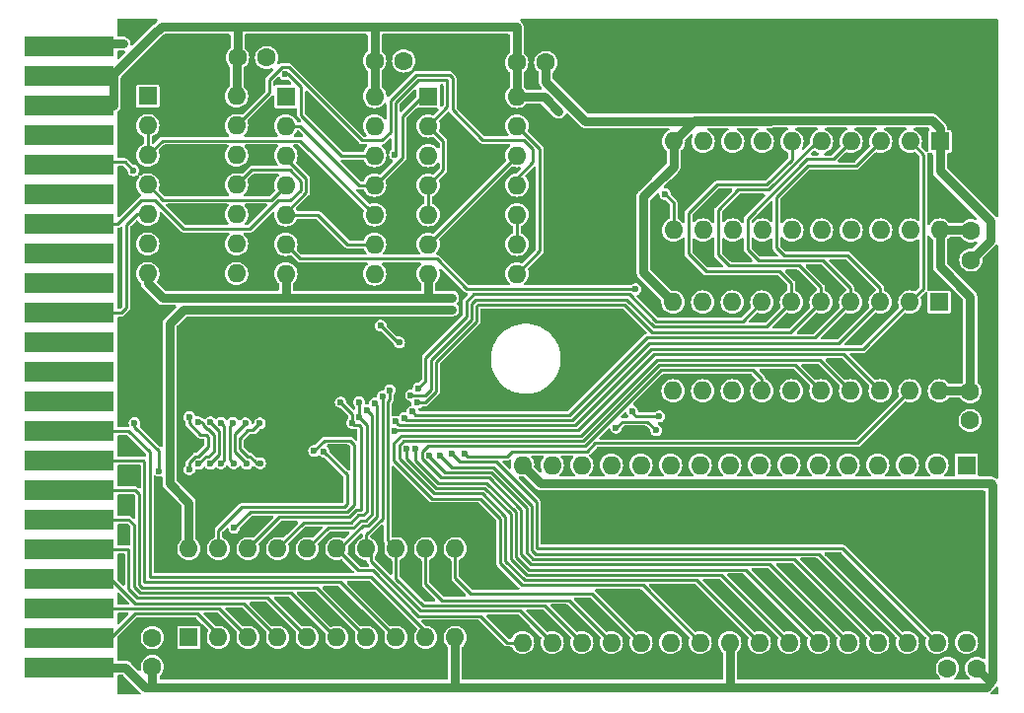
<source format=gbr>
%TF.GenerationSoftware,KiCad,Pcbnew,8.0.2*%
%TF.CreationDate,2024-05-01T18:58:10+02:00*%
%TF.ProjectId,OpenC64Cart,4f70656e-4336-4344-9361-72742e6b6963,2*%
%TF.SameCoordinates,Original*%
%TF.FileFunction,Copper,L1,Top*%
%TF.FilePolarity,Positive*%
%FSLAX46Y46*%
G04 Gerber Fmt 4.6, Leading zero omitted, Abs format (unit mm)*
G04 Created by KiCad (PCBNEW 8.0.2) date 2024-05-01 18:58:10*
%MOMM*%
%LPD*%
G01*
G04 APERTURE LIST*
%TA.AperFunction,ConnectorPad*%
%ADD10R,7.620000X1.780000*%
%TD*%
%TA.AperFunction,ComponentPad*%
%ADD11C,1.600000*%
%TD*%
%TA.AperFunction,ComponentPad*%
%ADD12R,1.600000X1.600000*%
%TD*%
%TA.AperFunction,ComponentPad*%
%ADD13O,1.600000X1.600000*%
%TD*%
%TA.AperFunction,ViaPad*%
%ADD14C,0.600000*%
%TD*%
%TA.AperFunction,Conductor*%
%ADD15C,0.250000*%
%TD*%
%TA.AperFunction,Conductor*%
%ADD16C,0.800000*%
%TD*%
G04 APERTURE END LIST*
D10*
%TO.P,CN1,1,GND*%
%TO.N,GND*%
X107430000Y-62070000D03*
%TO.P,CN1,2,+5V*%
%TO.N,+5V*%
X107430000Y-64610000D03*
%TO.P,CN1,3,+5V*%
X107430000Y-67150000D03*
%TO.P,CN1,4,~{IRQ}*%
%TO.N,unconnected-(CN1-~{IRQ}-Pad4)*%
X107430000Y-69690000D03*
%TO.P,CN1,5,R/~{W}*%
%TO.N,R~{W}*%
X107430000Y-72230000D03*
%TO.P,CN1,6,DOT_Clock*%
%TO.N,unconnected-(CN1-DOT_Clock-Pad6)*%
X107430000Y-74770000D03*
%TO.P,CN1,7,~{IO1}*%
%TO.N,~{IO1}*%
X107430000Y-77310000D03*
%TO.P,CN1,8,~{GAME}*%
%TO.N,unconnected-(CN1-~{GAME}-Pad8)*%
X107430000Y-79850000D03*
%TO.P,CN1,9,~{EXROM}*%
%TO.N,unconnected-(CN1-~{EXROM}-Pad9)*%
X107430000Y-82390000D03*
%TO.P,CN1,10,~{IO2}*%
%TO.N,~{IO2}*%
X107430000Y-84930000D03*
%TO.P,CN1,11,~{ROML}*%
%TO.N,unconnected-(CN1-~{ROML}-Pad11)*%
X107430000Y-87470000D03*
%TO.P,CN1,12,BA*%
%TO.N,unconnected-(CN1-BA-Pad12)*%
X107430000Y-90010000D03*
%TO.P,CN1,13,~{DMA}*%
%TO.N,unconnected-(CN1-~{DMA}-Pad13)*%
X107430000Y-92550000D03*
%TO.P,CN1,14,D7*%
%TO.N,/C64DATA7*%
X107430000Y-95090000D03*
%TO.P,CN1,15,D6*%
%TO.N,/C64DATA6*%
X107430000Y-97630000D03*
%TO.P,CN1,16,D5*%
%TO.N,/C64DATA5*%
X107430000Y-100170000D03*
%TO.P,CN1,17,D4*%
%TO.N,/C64DATA4*%
X107430000Y-102710000D03*
%TO.P,CN1,18,D3*%
%TO.N,/C64DATA3*%
X107430000Y-105250000D03*
%TO.P,CN1,19,D2*%
%TO.N,/C64DATA2*%
X107430000Y-107790000D03*
%TO.P,CN1,20,D1*%
%TO.N,/C64DATA1*%
X107430000Y-110330000D03*
%TO.P,CN1,21,D0*%
%TO.N,/C64DATA0*%
X107430000Y-112870000D03*
%TO.P,CN1,22,GND*%
%TO.N,GND*%
X107430000Y-115410000D03*
%TD*%
D11*
%TO.P,C1,1*%
%TO.N,GND*%
X184860000Y-80440000D03*
%TO.P,C1,2*%
%TO.N,+5V*%
X184860000Y-77940000D03*
%TD*%
%TO.P,C7,1*%
%TO.N,GND*%
X185340000Y-115500000D03*
%TO.P,C7,2*%
%TO.N,+5V*%
X182840000Y-115500000D03*
%TD*%
D12*
%TO.P,SRAM1,1,A18*%
%TO.N,/A18*%
X184470000Y-98045000D03*
D13*
%TO.P,SRAM1,2,A16*%
%TO.N,/A16*%
X181930000Y-98045000D03*
%TO.P,SRAM1,3,A14*%
%TO.N,/A14*%
X179390000Y-98045000D03*
%TO.P,SRAM1,4,A12*%
%TO.N,/A12*%
X176850000Y-98045000D03*
%TO.P,SRAM1,5,A7*%
%TO.N,/A7*%
X174310000Y-98045000D03*
%TO.P,SRAM1,6,A6*%
%TO.N,/A6*%
X171770000Y-98045000D03*
%TO.P,SRAM1,7,A5*%
%TO.N,/A5*%
X169230000Y-98045000D03*
%TO.P,SRAM1,8,A4*%
%TO.N,/A4*%
X166690000Y-98045000D03*
%TO.P,SRAM1,9,A3*%
%TO.N,/A3*%
X164150000Y-98045000D03*
%TO.P,SRAM1,10,A2*%
%TO.N,/A2*%
X161610000Y-98045000D03*
%TO.P,SRAM1,11,A1*%
%TO.N,/A1*%
X159070000Y-98045000D03*
%TO.P,SRAM1,12,A0*%
%TO.N,A0 Buffered*%
X156530000Y-98045000D03*
%TO.P,SRAM1,13,I/O0*%
%TO.N,/D0*%
X153990000Y-98045000D03*
%TO.P,SRAM1,14,I/O1*%
%TO.N,/D1*%
X151450000Y-98045000D03*
%TO.P,SRAM1,15,I/O2*%
%TO.N,/D2*%
X148910000Y-98045000D03*
%TO.P,SRAM1,16,VSS*%
%TO.N,GND*%
X146370000Y-98045000D03*
%TO.P,SRAM1,17,I/O3*%
%TO.N,/D3*%
X146370000Y-113285000D03*
%TO.P,SRAM1,18,I/O4*%
%TO.N,/D4*%
X148910000Y-113285000D03*
%TO.P,SRAM1,19,I/O5*%
%TO.N,/D5*%
X151450000Y-113285000D03*
%TO.P,SRAM1,20,I/O6*%
%TO.N,/D6*%
X153990000Y-113285000D03*
%TO.P,SRAM1,21,I/O7*%
%TO.N,/D7*%
X156530000Y-113285000D03*
%TO.P,SRAM1,22,~{CS}*%
%TO.N,~{CS} SRAM*%
X159070000Y-113285000D03*
%TO.P,SRAM1,23,A10*%
%TO.N,/A10*%
X161610000Y-113285000D03*
%TO.P,SRAM1,24,~{OE}*%
%TO.N,GND*%
X164150000Y-113285000D03*
%TO.P,SRAM1,25,A11*%
%TO.N,/A11*%
X166690000Y-113285000D03*
%TO.P,SRAM1,26,A9*%
%TO.N,/A9*%
X169230000Y-113285000D03*
%TO.P,SRAM1,27,A8*%
%TO.N,/A8*%
X171770000Y-113285000D03*
%TO.P,SRAM1,28,A13*%
%TO.N,/A13*%
X174310000Y-113285000D03*
%TO.P,SRAM1,29,~{WE}*%
%TO.N,~{WE} SRAM*%
X176850000Y-113285000D03*
%TO.P,SRAM1,30,A17*%
%TO.N,/A17*%
X179390000Y-113285000D03*
%TO.P,SRAM1,31,A15*%
%TO.N,/A15*%
X181930000Y-113285000D03*
%TO.P,SRAM1,32,VCC*%
%TO.N,+5V*%
X184470000Y-113285000D03*
%TD*%
D11*
%TO.P,C2,1*%
%TO.N,GND*%
X124400000Y-63070000D03*
%TO.P,C2,2*%
%TO.N,+5V*%
X121900000Y-63070000D03*
%TD*%
D12*
%TO.P,U1,1*%
%TO.N,A0*%
X114210000Y-66370000D03*
D13*
%TO.P,U1,2*%
%TO.N,Net-(U1-Pad2)*%
X114210000Y-68910000D03*
%TO.P,U1,3*%
X114210000Y-71450000D03*
%TO.P,U1,4*%
%TO.N,A0 Buffered*%
X114210000Y-73990000D03*
%TO.P,U1,5*%
%TO.N,~{IO2}*%
X114210000Y-76530000D03*
%TO.P,U1,6*%
%TO.N,Net-(U1-Pad6)*%
X114210000Y-79070000D03*
%TO.P,U1,7,GND*%
%TO.N,GND*%
X114210000Y-81610000D03*
%TO.P,U1,8*%
%TO.N,DIR bus trasceinver*%
X121830000Y-81610000D03*
%TO.P,U1,9*%
%TO.N,R~{W}*%
X121830000Y-79070000D03*
%TO.P,U1,10*%
%TO.N,Net-(U1-Pad10)*%
X121830000Y-76530000D03*
%TO.P,U1,11*%
%TO.N,~{IO1}*%
X121830000Y-73990000D03*
%TO.P,U1,12*%
%TO.N,~{OE} bus transceiver*%
X121830000Y-71450000D03*
%TO.P,U1,13*%
%TO.N,Net-(U1-Pad13)*%
X121830000Y-68910000D03*
%TO.P,U1,14,VCC*%
%TO.N,+5V*%
X121830000Y-66370000D03*
%TD*%
D12*
%TO.P,U4,1,OE*%
%TO.N,GND*%
X182150000Y-84060000D03*
D13*
%TO.P,U4,2,D0*%
%TO.N,/D0*%
X179610000Y-84060000D03*
%TO.P,U4,3,D1*%
%TO.N,/D1*%
X177070000Y-84060000D03*
%TO.P,U4,4,D2*%
%TO.N,/D2*%
X174530000Y-84060000D03*
%TO.P,U4,5,D3*%
%TO.N,/D3*%
X171990000Y-84060000D03*
%TO.P,U4,6,D4*%
%TO.N,/D4*%
X169450000Y-84060000D03*
%TO.P,U4,7,D5*%
%TO.N,/D5*%
X166910000Y-84060000D03*
%TO.P,U4,8,D6*%
%TO.N,unconnected-(U4-D6-Pad8)*%
X164370000Y-84060000D03*
%TO.P,U4,9,D7*%
%TO.N,unconnected-(U4-D7-Pad9)*%
X161830000Y-84060000D03*
%TO.P,U4,10,GND*%
%TO.N,GND*%
X159290000Y-84060000D03*
%TO.P,U4,11,Load*%
%TO.N,LATCH1 @ DFFE*%
X159290000Y-91680000D03*
%TO.P,U4,12,Q7*%
%TO.N,unconnected-(U4-Q7-Pad12)*%
X161830000Y-91680000D03*
%TO.P,U4,13,Q6*%
%TO.N,unconnected-(U4-Q6-Pad13)*%
X164370000Y-91680000D03*
%TO.P,U4,14,Q5*%
%TO.N,/A13*%
X166910000Y-91680000D03*
%TO.P,U4,15,Q4*%
%TO.N,/A12*%
X169450000Y-91680000D03*
%TO.P,U4,16,Q3*%
%TO.N,/A11*%
X171990000Y-91680000D03*
%TO.P,U4,17,Q2*%
%TO.N,/A10*%
X174530000Y-91680000D03*
%TO.P,U4,18,Q1*%
%TO.N,/A9*%
X177070000Y-91680000D03*
%TO.P,U4,19,Q0*%
%TO.N,/A8*%
X179610000Y-91680000D03*
%TO.P,U4,20,VCC*%
%TO.N,+5V*%
X182150000Y-91680000D03*
%TD*%
D11*
%TO.P,C3,1*%
%TO.N,GND*%
X114600000Y-115370000D03*
%TO.P,C3,2*%
%TO.N,+5V*%
X114600000Y-112870000D03*
%TD*%
%TO.P,C4,1*%
%TO.N,GND*%
X184790000Y-94230000D03*
%TO.P,C4,2*%
%TO.N,+5V*%
X184790000Y-91730000D03*
%TD*%
%TO.P,C5,1*%
%TO.N,GND*%
X148370000Y-63490000D03*
%TO.P,C5,2*%
%TO.N,+5V*%
X145870000Y-63490000D03*
%TD*%
D12*
%TO.P,U2,1*%
%TO.N,Net-(U1-Pad6)*%
X126060000Y-66400000D03*
D13*
%TO.P,U2,2*%
%TO.N,Net-(U2-Pad11)*%
X126060000Y-68940000D03*
%TO.P,U2,3*%
%TO.N,Net-(U2-Pad3)*%
X126060000Y-71480000D03*
%TO.P,U2,4*%
%TO.N,A0 Buffered*%
X126060000Y-74020000D03*
%TO.P,U2,5*%
%TO.N,Net-(U2-Pad3)*%
X126060000Y-76560000D03*
%TO.P,U2,6*%
%TO.N,LATCH2 @ DFFF*%
X126060000Y-79100000D03*
%TO.P,U2,7,GND*%
%TO.N,GND*%
X126060000Y-81640000D03*
%TO.P,U2,8*%
%TO.N,LATCH1 @ DFFE*%
X133680000Y-81640000D03*
%TO.P,U2,9*%
%TO.N,Net-(U2-Pad3)*%
X133680000Y-79100000D03*
%TO.P,U2,10*%
%TO.N,Net-(U1-Pad2)*%
X133680000Y-76560000D03*
%TO.P,U2,11*%
%TO.N,Net-(U2-Pad11)*%
X133680000Y-74020000D03*
%TO.P,U2,12*%
%TO.N,PHI*%
X133680000Y-71480000D03*
%TO.P,U2,13*%
%TO.N,DIR bus trasceinver*%
X133680000Y-68940000D03*
%TO.P,U2,14,VCC*%
%TO.N,+5V*%
X133680000Y-66400000D03*
%TD*%
D12*
%TO.P,U6,1,A->B*%
%TO.N,DIR bus trasceinver*%
X117730000Y-112850000D03*
D13*
%TO.P,U6,2,A0*%
%TO.N,/C64DATA0*%
X120270000Y-112850000D03*
%TO.P,U6,3,A1*%
%TO.N,/C64DATA1*%
X122810000Y-112850000D03*
%TO.P,U6,4,A2*%
%TO.N,/C64DATA2*%
X125350000Y-112850000D03*
%TO.P,U6,5,A3*%
%TO.N,/C64DATA3*%
X127890000Y-112850000D03*
%TO.P,U6,6,A4*%
%TO.N,/C64DATA4*%
X130430000Y-112850000D03*
%TO.P,U6,7,A5*%
%TO.N,/C64DATA5*%
X132970000Y-112850000D03*
%TO.P,U6,8,A6*%
%TO.N,/C64DATA6*%
X135510000Y-112850000D03*
%TO.P,U6,9,A7*%
%TO.N,/C64DATA7*%
X138050000Y-112850000D03*
%TO.P,U6,10,GND*%
%TO.N,GND*%
X140590000Y-112850000D03*
%TO.P,U6,11,B7*%
%TO.N,/D7*%
X140590000Y-105230000D03*
%TO.P,U6,12,B6*%
%TO.N,/D6*%
X138050000Y-105230000D03*
%TO.P,U6,13,B5*%
%TO.N,/D5*%
X135510000Y-105230000D03*
%TO.P,U6,14,B4*%
%TO.N,/D4*%
X132970000Y-105230000D03*
%TO.P,U6,15,B3*%
%TO.N,/D3*%
X130430000Y-105230000D03*
%TO.P,U6,16,B2*%
%TO.N,/D2*%
X127890000Y-105230000D03*
%TO.P,U6,17,B1*%
%TO.N,/D1*%
X125350000Y-105230000D03*
%TO.P,U6,18,B0*%
%TO.N,/D0*%
X122810000Y-105230000D03*
%TO.P,U6,19,CE*%
%TO.N,~{OE} bus transceiver*%
X120270000Y-105230000D03*
%TO.P,U6,20,VCC*%
%TO.N,+5V*%
X117730000Y-105230000D03*
%TD*%
D11*
%TO.P,C6,1*%
%TO.N,GND*%
X136170000Y-63360000D03*
%TO.P,C6,2*%
%TO.N,+5V*%
X133670000Y-63360000D03*
%TD*%
D12*
%TO.P,U3,1*%
%TO.N,Net-(U2-Pad11)*%
X138270000Y-66390000D03*
D13*
%TO.P,U3,2*%
%TO.N,Net-(U1-Pad10)*%
X138270000Y-68930000D03*
%TO.P,U3,3*%
%TO.N,~{WE} SRAM*%
X138270000Y-71470000D03*
%TO.P,U3,4*%
%TO.N,Net-(U1-Pad10)*%
X138270000Y-74010000D03*
%TO.P,U3,5*%
X138270000Y-76550000D03*
%TO.P,U3,6*%
%TO.N,~{CS} SRAM*%
X138270000Y-79090000D03*
%TO.P,U3,7,GND*%
%TO.N,GND*%
X138270000Y-81630000D03*
%TO.P,U3,8*%
%TO.N,Net-(U3-Pad13)*%
X145890000Y-81630000D03*
%TO.P,U3,9*%
%TO.N,Net-(U1-Pad6)*%
X145890000Y-79090000D03*
%TO.P,U3,10*%
X145890000Y-76550000D03*
%TO.P,U3,11*%
%TO.N,Net-(U1-Pad13)*%
X145890000Y-74010000D03*
%TO.P,U3,12*%
%TO.N,~{CS} SRAM*%
X145890000Y-71470000D03*
%TO.P,U3,13*%
%TO.N,Net-(U3-Pad13)*%
X145890000Y-68930000D03*
%TO.P,U3,14,VCC*%
%TO.N,+5V*%
X145890000Y-66390000D03*
%TD*%
D12*
%TO.P,U5,1,OE*%
%TO.N,GND*%
X182190000Y-70260000D03*
D13*
%TO.P,U5,2,D0*%
%TO.N,/D0*%
X179650000Y-70260000D03*
%TO.P,U5,3,D1*%
%TO.N,/D1*%
X177110000Y-70260000D03*
%TO.P,U5,4,D2*%
%TO.N,/D2*%
X174570000Y-70260000D03*
%TO.P,U5,5,D3*%
%TO.N,/D3*%
X172030000Y-70260000D03*
%TO.P,U5,6,D4*%
%TO.N,/D4*%
X169490000Y-70260000D03*
%TO.P,U5,7,D5*%
%TO.N,unconnected-(U5-D5-Pad7)*%
X166950000Y-70260000D03*
%TO.P,U5,8,D6*%
%TO.N,unconnected-(U5-D6-Pad8)*%
X164410000Y-70260000D03*
%TO.P,U5,9,D7*%
%TO.N,unconnected-(U5-D7-Pad9)*%
X161870000Y-70260000D03*
%TO.P,U5,10,GND*%
%TO.N,GND*%
X159330000Y-70260000D03*
%TO.P,U5,11,Load*%
%TO.N,LATCH2 @ DFFF*%
X159330000Y-77880000D03*
%TO.P,U5,12,Q7*%
%TO.N,unconnected-(U5-Q7-Pad12)*%
X161870000Y-77880000D03*
%TO.P,U5,13,Q6*%
%TO.N,unconnected-(U5-Q6-Pad13)*%
X164410000Y-77880000D03*
%TO.P,U5,14,Q5*%
%TO.N,unconnected-(U5-Q5-Pad14)*%
X166950000Y-77880000D03*
%TO.P,U5,15,Q4*%
%TO.N,/A18*%
X169490000Y-77880000D03*
%TO.P,U5,16,Q3*%
%TO.N,/A17*%
X172030000Y-77880000D03*
%TO.P,U5,17,Q2*%
%TO.N,/A16*%
X174570000Y-77880000D03*
%TO.P,U5,18,Q1*%
%TO.N,/A15*%
X177110000Y-77880000D03*
%TO.P,U5,19,Q0*%
%TO.N,/A14*%
X179650000Y-77880000D03*
%TO.P,U5,20,VCC*%
%TO.N,+5V*%
X182190000Y-77880000D03*
%TD*%
D14*
%TO.N,GND*%
X112110000Y-61870000D03*
X112293400Y-115443000D03*
X186650000Y-99700000D03*
X140333000Y-83693000D03*
%TO.N,+5V*%
X140333000Y-84693000D03*
X149490000Y-67690000D03*
%TO.N,/A7*%
X118570000Y-97930000D03*
X118535000Y-94365000D03*
%TO.N,/A6*%
X119580000Y-97940000D03*
X119570000Y-94370000D03*
%TO.N,/A5*%
X120470000Y-97890000D03*
X120485000Y-94405000D03*
%TO.N,/A4*%
X121575000Y-97915000D03*
X121520000Y-94410000D03*
%TO.N,/A3*%
X122590000Y-94450000D03*
X122705000Y-97945000D03*
%TO.N,/A2*%
X123855000Y-97905000D03*
X123835000Y-94475000D03*
%TO.N,A0 Buffered*%
X157835000Y-95075000D03*
X154400000Y-94850000D03*
%TO.N,/D0*%
X131744855Y-94420687D03*
X130773411Y-92663411D03*
X135444516Y-94317791D03*
%TO.N,/D1*%
X132360000Y-93910000D03*
X132354678Y-92660500D03*
X136260000Y-94005500D03*
%TO.N,/D2*%
X133040000Y-93370000D03*
X136915330Y-93454675D03*
%TO.N,/D3*%
X137342845Y-92690000D03*
X133670000Y-92780000D03*
%TO.N,/D4*%
X136790000Y-92065500D03*
X134370000Y-92160000D03*
%TO.N,/D5*%
X134990000Y-91620000D03*
X137449474Y-91441000D03*
%TO.N,~{CS} SRAM*%
X117760000Y-93930000D03*
X117780000Y-98410000D03*
%TO.N,/A9*%
X136399675Y-96621975D03*
X135414292Y-95116722D03*
%TO.N,/A8*%
X141400000Y-97060000D03*
X137198986Y-96604500D03*
%TO.N,~{WE} SRAM*%
X138350000Y-97200000D03*
%TO.N,/A17*%
X139270000Y-97210000D03*
%TO.N,/A15*%
X140280000Y-97110000D03*
%TO.N,A0*%
X113080800Y-94437200D03*
X115182300Y-98552500D03*
%TO.N,DIR bus trasceinver*%
X121630000Y-103440000D03*
X128480000Y-96830000D03*
%TO.N,R~{W}*%
X112990000Y-72750000D03*
%TO.N,Net-(U1-Pad10)*%
X135423411Y-71393411D03*
%TO.N,~{OE} bus transceiver*%
X129311589Y-96881589D03*
%TO.N,LATCH2 @ DFFF*%
X158620000Y-74780000D03*
X156080000Y-82940000D03*
%TO.N,LATCH1 @ DFFE*%
X135796589Y-87526589D03*
X155760000Y-93410000D03*
X134197015Y-86087015D03*
X158110000Y-93870000D03*
%TO.N,PHI*%
X125970000Y-64510000D03*
%TD*%
D15*
%TO.N,/C64DATA7*%
X114372800Y-96923000D02*
X112572800Y-95123000D01*
X138050000Y-112330000D02*
X133383000Y-107663000D01*
X138050000Y-112850000D02*
X138050000Y-112330000D01*
X133383000Y-107663000D02*
X114372800Y-107663000D01*
X114372800Y-107663000D02*
X114372800Y-96923000D01*
X112572800Y-95123000D02*
X107337000Y-95123000D01*
X107337000Y-95123000D02*
X107310000Y-95150000D01*
D16*
%TO.N,GND*%
X186700000Y-116480000D02*
X186700000Y-99750000D01*
X181560000Y-68480000D02*
X182190000Y-69110000D01*
X125947000Y-83693000D02*
X126060000Y-83580000D01*
X182190000Y-69110000D02*
X182190000Y-70260000D01*
X159290000Y-84060000D02*
X156750000Y-81520000D01*
X114600000Y-116920000D02*
X114600000Y-115370000D01*
X148370000Y-65140000D02*
X151730000Y-68500000D01*
X140550000Y-117030000D02*
X140568200Y-117048200D01*
X156750000Y-75010000D02*
X159330000Y-72430000D01*
X186520000Y-77120000D02*
X182190000Y-72790000D01*
X140590000Y-112850000D02*
X140550000Y-112890000D01*
X186156000Y-117094000D02*
X186510000Y-116740000D01*
X186510000Y-116670000D02*
X185340000Y-115500000D01*
X167690000Y-68500000D02*
X167710000Y-68480000D01*
X151730000Y-68500000D02*
X167690000Y-68500000D01*
X186700000Y-99750000D02*
X186650000Y-99700000D01*
X184860000Y-80440000D02*
X186520000Y-78780000D01*
X186510000Y-116670000D02*
X186700000Y-116480000D01*
X142849600Y-117094000D02*
X126542800Y-117094000D01*
X114774000Y-117094000D02*
X113969800Y-117094000D01*
X164150000Y-117060000D02*
X164116000Y-117094000D01*
X113969800Y-117094000D02*
X112318800Y-115443000D01*
X159330000Y-72430000D02*
X159330000Y-70260000D01*
X164150000Y-113285000D02*
X164150000Y-117060000D01*
X126060000Y-83580000D02*
X126060000Y-81640000D01*
X167710000Y-68480000D02*
X181560000Y-68480000D01*
X107393274Y-61870000D02*
X107390774Y-61867500D01*
X167710000Y-68480000D02*
X161110000Y-68480000D01*
X126542800Y-117094000D02*
X114774000Y-117094000D01*
X115473000Y-83693000D02*
X125947000Y-83693000D01*
X138270000Y-83470000D02*
X138493000Y-83693000D01*
X161110000Y-68480000D02*
X159330000Y-70260000D01*
X182190000Y-72790000D02*
X182190000Y-70260000D01*
X112293400Y-115443000D02*
X107594400Y-115443000D01*
X114774000Y-117094000D02*
X114600000Y-116920000D01*
X186510000Y-116740000D02*
X186510000Y-116670000D01*
X147960000Y-99635000D02*
X186585000Y-99635000D01*
X156750000Y-81520000D02*
X156750000Y-75010000D01*
X164116000Y-117094000D02*
X142849600Y-117094000D01*
X186520000Y-78780000D02*
X186520000Y-77120000D01*
X186585000Y-99635000D02*
X186650000Y-99700000D01*
X140550000Y-112890000D02*
X140550000Y-117030000D01*
X148370000Y-63490000D02*
X148370000Y-65140000D01*
X112110000Y-61870000D02*
X107393274Y-61870000D01*
X140333000Y-83693000D02*
X138493000Y-83693000D01*
X138270000Y-81630000D02*
X138270000Y-83470000D01*
X112318800Y-115443000D02*
X112293400Y-115443000D01*
X114210000Y-81610000D02*
X114210000Y-82430000D01*
X164116000Y-117094000D02*
X186156000Y-117094000D01*
X125947000Y-83693000D02*
X138493000Y-83693000D01*
X114210000Y-82430000D02*
X115473000Y-83693000D01*
X147960000Y-99635000D02*
X146370000Y-98045000D01*
%TO.N,+5V*%
X184800000Y-77880000D02*
X184860000Y-77940000D01*
X116082300Y-99642300D02*
X116082300Y-85887700D01*
X133680000Y-66400000D02*
X133680000Y-63370000D01*
X182150000Y-91680000D02*
X184740000Y-91680000D01*
X117730000Y-101290000D02*
X116082300Y-99642300D01*
X145890000Y-63510000D02*
X145870000Y-63490000D01*
X115020000Y-60760000D02*
X115050000Y-60760000D01*
X145870000Y-60450000D02*
X145870000Y-63490000D01*
X121890000Y-60430000D02*
X133500000Y-60430000D01*
X133680000Y-63370000D02*
X133670000Y-63360000D01*
X145940000Y-66440000D02*
X148240000Y-66440000D01*
X145850000Y-60430000D02*
X145870000Y-60450000D01*
X111302800Y-64477200D02*
X115020000Y-60760000D01*
X116082300Y-85887700D02*
X117277000Y-84693000D01*
X121890000Y-60430000D02*
X121900000Y-60440000D01*
X121830000Y-63140000D02*
X121900000Y-63070000D01*
X111302800Y-64643000D02*
X111290000Y-64655800D01*
X145890000Y-66390000D02*
X145940000Y-66440000D01*
X133500000Y-60430000D02*
X145850000Y-60430000D01*
X121830000Y-66370000D02*
X121830000Y-63140000D01*
X117277000Y-84693000D02*
X140333000Y-84693000D01*
X111290000Y-64655800D02*
X111290000Y-67183000D01*
X182190000Y-77880000D02*
X184800000Y-77880000D01*
X145890000Y-66390000D02*
X145890000Y-63510000D01*
X148240000Y-66440000D02*
X149490000Y-67690000D01*
X107492800Y-64643000D02*
X111302800Y-64643000D01*
X111290000Y-67183000D02*
X107492800Y-67183000D01*
X133500000Y-60430000D02*
X133670000Y-60600000D01*
X115050000Y-60760000D02*
X115380000Y-60430000D01*
X182190000Y-80990000D02*
X184790000Y-83590000D01*
X184790000Y-83590000D02*
X184790000Y-91730000D01*
X121900000Y-60440000D02*
X121900000Y-63070000D01*
X111302800Y-64643000D02*
X111302800Y-64477200D01*
X184740000Y-91680000D02*
X184790000Y-91730000D01*
X182190000Y-77880000D02*
X182190000Y-80990000D01*
X117730000Y-105230000D02*
X117730000Y-101290000D01*
X133670000Y-60600000D02*
X133670000Y-63360000D01*
X115380000Y-60430000D02*
X121890000Y-60430000D01*
D15*
%TO.N,/A7*%
X118945000Y-94475000D02*
X118945000Y-94628884D01*
X118835000Y-94365000D02*
X118945000Y-94475000D01*
X119185000Y-97315000D02*
X118570000Y-97930000D01*
X119381396Y-94995000D02*
X119870000Y-95483604D01*
X119870000Y-96860000D02*
X119415000Y-97315000D01*
X119311116Y-94995000D02*
X119381396Y-94995000D01*
X118535000Y-94365000D02*
X118835000Y-94365000D01*
X119870000Y-95483604D02*
X119870000Y-96860000D01*
X118945000Y-94628884D02*
X119311116Y-94995000D01*
X119415000Y-97315000D02*
X119185000Y-97315000D01*
%TO.N,/A6*%
X119580000Y-97896116D02*
X119580000Y-97940000D01*
X119570000Y-94370000D02*
X119860000Y-94660000D01*
X119860000Y-94660000D02*
X119860000Y-94663884D01*
X120320000Y-95123884D02*
X120320000Y-97156116D01*
X120320000Y-97156116D02*
X119580000Y-97896116D01*
X119860000Y-94663884D02*
X120320000Y-95123884D01*
%TO.N,/A5*%
X120770000Y-97590000D02*
X120470000Y-97890000D01*
X120485000Y-94405000D02*
X120770000Y-94690000D01*
X120770000Y-94690000D02*
X120770000Y-97590000D01*
%TO.N,/A4*%
X121220000Y-97560000D02*
X121575000Y-97915000D01*
X121520000Y-94410000D02*
X121220000Y-94710000D01*
X121220000Y-94710000D02*
X121220000Y-97560000D01*
%TO.N,/A3*%
X121670000Y-96910000D02*
X122705000Y-97945000D01*
X121670000Y-95370000D02*
X121670000Y-96910000D01*
X122590000Y-94450000D02*
X121670000Y-95370000D01*
%TO.N,/A2*%
X123235000Y-95075000D02*
X123835000Y-94475000D01*
X123330000Y-97686116D02*
X123330000Y-97690000D01*
X122963884Y-97320000D02*
X123330000Y-97686116D01*
X123330000Y-97690000D02*
X123545000Y-97905000D01*
X122810000Y-97320000D02*
X122963884Y-97320000D01*
X122120000Y-95760000D02*
X122120000Y-96630000D01*
X123545000Y-97905000D02*
X123855000Y-97905000D01*
X122120000Y-96630000D02*
X122810000Y-97320000D01*
X122805000Y-95075000D02*
X123235000Y-95075000D01*
X122805000Y-95075000D02*
X122120000Y-95760000D01*
%TO.N,A0 Buffered*%
X115500000Y-75280000D02*
X114210000Y-73990000D01*
X154930000Y-94320000D02*
X154400000Y-94850000D01*
X157080000Y-94320000D02*
X154930000Y-94320000D01*
X124800000Y-75280000D02*
X115500000Y-75280000D01*
X157835000Y-95075000D02*
X157080000Y-94320000D01*
X126060000Y-74020000D02*
X124800000Y-75280000D01*
%TO.N,/D0*%
X157390000Y-88100000D02*
X175570000Y-88100000D01*
X179650000Y-70260000D02*
X180775000Y-71385000D01*
X135618447Y-94491722D02*
X135673176Y-94491722D01*
X180775000Y-82895000D02*
X179610000Y-84060000D01*
X131923414Y-94599246D02*
X132372850Y-94599246D01*
X132372850Y-94599246D02*
X132539292Y-94765688D01*
X130773411Y-92663411D02*
X130773411Y-92689527D01*
X131744855Y-94420687D02*
X131923414Y-94599246D01*
X125520000Y-102520000D02*
X122810000Y-105230000D01*
X132539292Y-94765688D02*
X132539292Y-101890000D01*
X132539292Y-101890000D02*
X132110812Y-101890000D01*
X135444516Y-94317791D02*
X135618447Y-94491722D01*
X135673176Y-94491722D02*
X135811454Y-94630000D01*
X175570000Y-88100000D02*
X179610000Y-84060000D01*
X180775000Y-71385000D02*
X180775000Y-82895000D01*
X150860000Y-94630000D02*
X157390000Y-88100000D01*
X131735000Y-94410832D02*
X131744855Y-94420687D01*
X130773411Y-92689527D02*
X131735000Y-93651116D01*
X131480812Y-102520000D02*
X125520000Y-102520000D01*
X131735000Y-93651116D02*
X131735000Y-94410832D01*
X135811454Y-94630000D02*
X150860000Y-94630000D01*
X132110812Y-101890000D02*
X131480812Y-102520000D01*
%TO.N,/D1*%
X177110000Y-70260000D02*
X174990000Y-72380000D01*
X168170000Y-75042792D02*
X168170000Y-79400000D01*
X136260000Y-94005500D02*
X136434500Y-94180000D01*
X136434500Y-94180000D02*
X150620000Y-94180000D01*
X150620000Y-94180000D02*
X157200000Y-87600000D01*
X168170000Y-79400000D02*
X168810000Y-80040000D01*
X132725688Y-102340000D02*
X132297208Y-102340000D01*
X177070000Y-82840000D02*
X177070000Y-84060000D01*
X132354678Y-93904678D02*
X132360000Y-93910000D01*
X157200000Y-87600000D02*
X173530000Y-87600000D01*
X168810000Y-80040000D02*
X174270000Y-80040000D01*
X132989292Y-94579292D02*
X132989292Y-102076396D01*
X127610000Y-102970000D02*
X125350000Y-105230000D01*
X174990000Y-72380000D02*
X170832792Y-72380000D01*
X173530000Y-87600000D02*
X177070000Y-84060000D01*
X132354678Y-92660500D02*
X132354678Y-93904678D01*
X132989292Y-102076396D02*
X132725688Y-102340000D01*
X174270000Y-80040000D02*
X177070000Y-82840000D01*
X132297208Y-102340000D02*
X131667208Y-102970000D01*
X131667208Y-102970000D02*
X127610000Y-102970000D01*
X170832792Y-72380000D02*
X168170000Y-75042792D01*
X132360000Y-93950000D02*
X132989292Y-94579292D01*
X132360000Y-93910000D02*
X132360000Y-93950000D01*
%TO.N,/D2*%
X133439292Y-102262792D02*
X132912084Y-102790000D01*
X172140000Y-80490000D02*
X174530000Y-82880000D01*
X129700000Y-103420000D02*
X127890000Y-105230000D01*
X136915330Y-93454675D02*
X137190655Y-93730000D01*
X174570000Y-70260000D02*
X173045000Y-71785000D01*
X150420000Y-93730000D02*
X157030000Y-87120000D01*
X173045000Y-71785000D02*
X170791396Y-71785000D01*
X133040000Y-93370000D02*
X133439292Y-93769292D01*
X166620000Y-80490000D02*
X172140000Y-80490000D01*
X170791396Y-71785000D02*
X165680000Y-76896396D01*
X137190655Y-93730000D02*
X150420000Y-93730000D01*
X165680000Y-79550000D02*
X166620000Y-80490000D01*
X165680000Y-76896396D02*
X165680000Y-79550000D01*
X171470000Y-87120000D02*
X174530000Y-84060000D01*
X132912084Y-102790000D02*
X132483604Y-102790000D01*
X174530000Y-82880000D02*
X174530000Y-84060000D01*
X131853604Y-103420000D02*
X129700000Y-103420000D01*
X133439292Y-93769292D02*
X133439292Y-102262792D01*
X157030000Y-87120000D02*
X171470000Y-87120000D01*
X132483604Y-102790000D02*
X131853604Y-103420000D01*
%TO.N,/D3*%
X133889292Y-102449188D02*
X133098480Y-103240000D01*
X137448000Y-110998000D02*
X142748000Y-110998000D01*
X163160000Y-79990000D02*
X164110000Y-80940000D01*
X157527208Y-86670000D02*
X169380000Y-86670000D01*
X138960000Y-89192792D02*
X142440000Y-85712792D01*
X138960000Y-91726396D02*
X138960000Y-89192792D01*
X133890000Y-93620000D02*
X133889292Y-93620708D01*
X169380000Y-86670000D02*
X171990000Y-84060000D01*
X171990000Y-82790000D02*
X171990000Y-84060000D01*
X164890000Y-74420000D02*
X163160000Y-76150000D01*
X133890000Y-93000000D02*
X133890000Y-93620000D01*
X142440000Y-84392792D02*
X142552792Y-84280000D01*
X137342845Y-92690000D02*
X137996396Y-92690000D01*
X172030000Y-70260000D02*
X171680000Y-70260000D01*
X130680000Y-105230000D02*
X130430000Y-105230000D01*
X133889292Y-93620708D02*
X133889292Y-102449188D01*
X133550000Y-107100000D02*
X137448000Y-110998000D01*
X142440000Y-85712792D02*
X142440000Y-84392792D01*
X142748000Y-110998000D02*
X145035000Y-113285000D01*
X133098480Y-103240000D02*
X132670000Y-103240000D01*
X171680000Y-70260000D02*
X167520000Y-74420000D01*
X167520000Y-74420000D02*
X164890000Y-74420000D01*
X145035000Y-113285000D02*
X146370000Y-113285000D01*
X155137208Y-84280000D02*
X157527208Y-86670000D01*
X137996396Y-92690000D02*
X138960000Y-91726396D01*
X164110000Y-80940000D02*
X170140000Y-80940000D01*
X142552792Y-84280000D02*
X155137208Y-84280000D01*
X130746098Y-105546098D02*
X132300000Y-107100000D01*
X170140000Y-80940000D02*
X171990000Y-82790000D01*
X133670000Y-92780000D02*
X133890000Y-93000000D01*
X163160000Y-76150000D02*
X163160000Y-79990000D01*
X132300000Y-107100000D02*
X133550000Y-107100000D01*
X132670000Y-103240000D02*
X130680000Y-105230000D01*
%TO.N,/D4*%
X169450000Y-82440000D02*
X169450000Y-84060000D01*
X169490000Y-70260000D02*
X169490000Y-71813604D01*
X134340000Y-92190000D02*
X134340000Y-93806396D01*
X160630000Y-76400000D02*
X160630000Y-79920000D01*
X168420000Y-81410000D02*
X169450000Y-82440000D01*
X133347800Y-106261404D02*
X133347800Y-105230000D01*
X137984500Y-92065500D02*
X138510000Y-91540000D01*
X143222000Y-110548000D02*
X146173000Y-110548000D01*
X141990000Y-85526396D02*
X141990000Y-84206396D01*
X134340000Y-93806396D02*
X134339292Y-93807104D01*
X163060000Y-73970000D02*
X160630000Y-76400000D01*
X134339292Y-102635584D02*
X132970000Y-104004876D01*
X167350000Y-86160000D02*
X169450000Y-84060000D01*
X132970000Y-104004876D02*
X132970000Y-105230000D01*
X141969196Y-110546604D02*
X137633000Y-110546604D01*
X138510000Y-91540000D02*
X138510000Y-89006396D01*
X155323604Y-83830000D02*
X157653604Y-86160000D01*
X167333604Y-73970000D02*
X163060000Y-73970000D01*
X160630000Y-79920000D02*
X162120000Y-81410000D01*
X162120000Y-81410000D02*
X168420000Y-81410000D01*
X136790000Y-92065500D02*
X137984500Y-92065500D01*
X169490000Y-71813604D02*
X167333604Y-73970000D01*
X142366396Y-83830000D02*
X155323604Y-83830000D01*
X134339292Y-93807104D02*
X134339292Y-102635584D01*
X146173000Y-110548000D02*
X148910000Y-113285000D01*
X134370000Y-92160000D02*
X134340000Y-92190000D01*
X143222000Y-110548000D02*
X141970592Y-110548000D01*
X141970592Y-110548000D02*
X141969196Y-110546604D01*
X138510000Y-89006396D02*
X141990000Y-85526396D01*
X137633000Y-110546604D02*
X133347800Y-106261404D01*
X157653604Y-86160000D02*
X167350000Y-86160000D01*
X141990000Y-84206396D02*
X142366396Y-83830000D01*
%TO.N,/D5*%
X134780000Y-104500000D02*
X135510000Y-105230000D01*
X137820000Y-110096604D02*
X135510000Y-107786604D01*
X134790000Y-92623884D02*
X134790000Y-93992792D01*
X142155592Y-110096604D02*
X137820000Y-110096604D01*
X134790000Y-93992792D02*
X134789292Y-93993500D01*
X142156988Y-110098000D02*
X146218000Y-110098000D01*
X142180000Y-83380000D02*
X155510000Y-83380000D01*
X141540000Y-84020000D02*
X142180000Y-83380000D01*
X148263000Y-110098000D02*
X151450000Y-113285000D01*
X165260000Y-85710000D02*
X166910000Y-84060000D01*
X142156988Y-110098000D02*
X142155592Y-110096604D01*
X138060000Y-90830474D02*
X138060000Y-88820000D01*
X141540000Y-85340000D02*
X141540000Y-84020000D01*
X134990000Y-91620000D02*
X134990000Y-91896116D01*
X134789292Y-102821980D02*
X134780000Y-102831272D01*
X146218000Y-110098000D02*
X148263000Y-110098000D01*
X134780000Y-102831272D02*
X134780000Y-104500000D01*
X157840000Y-85710000D02*
X165260000Y-85710000D01*
X134789292Y-93993500D02*
X134789292Y-102821980D01*
X134995000Y-91901116D02*
X134995000Y-92418884D01*
X138060000Y-88820000D02*
X141540000Y-85340000D01*
X135510000Y-107786604D02*
X135510000Y-105230000D01*
X134990000Y-91896116D02*
X134995000Y-91901116D01*
X137449474Y-91441000D02*
X138060000Y-90830474D01*
X134995000Y-92418884D02*
X134790000Y-92623884D01*
X155510000Y-83380000D02*
X157840000Y-85710000D01*
%TO.N,/D6*%
X139416604Y-109646604D02*
X148396604Y-109646604D01*
X138050000Y-108280000D02*
X138050000Y-105230000D01*
X150351604Y-109646604D02*
X153990000Y-113285000D01*
X139416604Y-109646604D02*
X138050000Y-108280000D01*
X148396604Y-109646604D02*
X150351604Y-109646604D01*
%TO.N,/D7*%
X151003000Y-109093000D02*
X141923000Y-109093000D01*
X141923000Y-109093000D02*
X140590000Y-107760000D01*
X152338000Y-109093000D02*
X156530000Y-113285000D01*
X151003000Y-109093000D02*
X152338000Y-109093000D01*
X140590000Y-107760000D02*
X140590000Y-105230000D01*
%TO.N,~{CS} SRAM*%
X119420000Y-96443604D02*
X119420000Y-95670000D01*
X117780000Y-98410000D02*
X117780000Y-97836116D01*
X117760000Y-94473884D02*
X117760000Y-93930000D01*
X138270000Y-79090000D02*
X145890000Y-71470000D01*
X119195000Y-95445000D02*
X118731116Y-95445000D01*
X118731116Y-95445000D02*
X117760000Y-94473884D01*
X118311116Y-97305000D02*
X118558604Y-97305000D01*
X119420000Y-95670000D02*
X119195000Y-95445000D01*
X118558604Y-97305000D02*
X119420000Y-96443604D01*
X117780000Y-97836116D02*
X118311116Y-97305000D01*
%TO.N,/A10*%
X135324675Y-96176695D02*
X135324675Y-97666655D01*
X156695000Y-108370000D02*
X161610000Y-113285000D01*
X135971370Y-95530000D02*
X135324675Y-96176695D01*
X157887208Y-89000000D02*
X151357208Y-95530000D01*
X135324675Y-97666655D02*
X138588020Y-100930000D01*
X144460000Y-106480000D02*
X146350000Y-108370000D01*
X142743604Y-100930000D02*
X144460000Y-102646396D01*
X144460000Y-102646396D02*
X144460000Y-106480000D01*
X171850000Y-89000000D02*
X157887208Y-89000000D01*
X146350000Y-108370000D02*
X156695000Y-108370000D01*
X151357208Y-95530000D02*
X135971370Y-95530000D01*
X174530000Y-91680000D02*
X171850000Y-89000000D01*
X138588020Y-100930000D02*
X142743604Y-100930000D01*
%TO.N,/A11*%
X142930000Y-100480000D02*
X144910000Y-102460000D01*
X151543604Y-95980000D02*
X136157766Y-95980000D01*
X138774416Y-100480000D02*
X142930000Y-100480000D01*
X171990000Y-91680000D02*
X169760000Y-89450000D01*
X135774675Y-97480259D02*
X138774416Y-100480000D01*
X161325000Y-107920000D02*
X166690000Y-113285000D01*
X146536396Y-107920000D02*
X161325000Y-107920000D01*
X136157766Y-95980000D02*
X135774675Y-96363091D01*
X169760000Y-89450000D02*
X158073604Y-89450000D01*
X158073604Y-89450000D02*
X151543604Y-95980000D01*
X135774675Y-96363091D02*
X135774675Y-97480259D01*
X144910000Y-102460000D02*
X144910000Y-106293604D01*
X144910000Y-106293604D02*
X146536396Y-107920000D01*
%TO.N,/A9*%
X136399675Y-97468863D02*
X138960812Y-100030000D01*
X145360000Y-102273604D02*
X145360000Y-106107208D01*
X173940000Y-88550000D02*
X177070000Y-91680000D01*
X138960812Y-100030000D02*
X143116396Y-100030000D01*
X146722792Y-107470000D02*
X163415000Y-107470000D01*
X135414292Y-95116722D02*
X135451014Y-95080000D01*
X145360000Y-106107208D02*
X146722792Y-107470000D01*
X143116396Y-100030000D02*
X145360000Y-102273604D01*
X151100000Y-95080000D02*
X157630000Y-88550000D01*
X157630000Y-88550000D02*
X173940000Y-88550000D01*
X136399675Y-96621975D02*
X136399675Y-97468863D01*
X163415000Y-107470000D02*
X169230000Y-113285000D01*
X135451014Y-95080000D02*
X151100000Y-95080000D01*
%TO.N,/A8*%
X145060000Y-97330000D02*
X141670000Y-97330000D01*
X179610000Y-91680000D02*
X175110000Y-96180000D01*
X146909188Y-107020000D02*
X165505000Y-107020000D01*
X165505000Y-107020000D02*
X171770000Y-113285000D01*
X139147208Y-99580000D02*
X143302792Y-99580000D01*
X137198986Y-96604500D02*
X137198986Y-97631778D01*
X137198986Y-97631778D02*
X139147208Y-99580000D01*
X145510000Y-96880000D02*
X145060000Y-97330000D01*
X145810000Y-102087208D02*
X145810000Y-105920812D01*
X145810000Y-105920812D02*
X146909188Y-107020000D01*
X143302792Y-99580000D02*
X145810000Y-102087208D01*
X175110000Y-96180000D02*
X152616396Y-96180000D01*
X151916396Y-96880000D02*
X145510000Y-96880000D01*
X141670000Y-97330000D02*
X141400000Y-97060000D01*
X152616396Y-96180000D02*
X151916396Y-96880000D01*
%TO.N,/A13*%
X139333604Y-99130000D02*
X143489188Y-99130000D01*
X166910000Y-90650000D02*
X166160000Y-89900000D01*
X138236116Y-96430000D02*
X137725000Y-96941116D01*
X146260000Y-101900812D02*
X146260000Y-105734416D01*
X143489188Y-99130000D02*
X146260000Y-101900812D01*
X166910000Y-91680000D02*
X166910000Y-90650000D01*
X137725000Y-96941116D02*
X137725000Y-97521396D01*
X137725000Y-97521396D02*
X139333604Y-99130000D01*
X158260000Y-89900000D02*
X151730000Y-96430000D01*
X146260000Y-105734416D02*
X147095584Y-106570000D01*
X147095584Y-106570000D02*
X167595000Y-106570000D01*
X166160000Y-89900000D02*
X158260000Y-89900000D01*
X167595000Y-106570000D02*
X174310000Y-113285000D01*
X151730000Y-96430000D02*
X138236116Y-96430000D01*
%TO.N,~{WE} SRAM*%
X146710000Y-105548020D02*
X147281980Y-106120000D01*
X138350000Y-97290000D02*
X139740000Y-98680000D01*
X169685000Y-106120000D02*
X176850000Y-113285000D01*
X146710000Y-101714416D02*
X146710000Y-105548020D01*
X139740000Y-98680000D02*
X143675584Y-98680000D01*
X143675584Y-98680000D02*
X146710000Y-101714416D01*
X138350000Y-97200000D02*
X138350000Y-97290000D01*
X147281980Y-106120000D02*
X169685000Y-106120000D01*
%TO.N,/A17*%
X143861980Y-98230000D02*
X145735990Y-100104010D01*
X147160000Y-105361624D02*
X147160000Y-101528020D01*
X140290000Y-98230000D02*
X143861980Y-98230000D01*
X147468376Y-105670000D02*
X147160000Y-105361624D01*
X147160000Y-101528020D02*
X145735990Y-100104010D01*
X171775000Y-105670000D02*
X147468376Y-105670000D01*
X140290000Y-98230000D02*
X139270000Y-97210000D01*
X179390000Y-113285000D02*
X171775000Y-105670000D01*
%TO.N,/A15*%
X147610000Y-101250000D02*
X146420000Y-100060000D01*
X147654772Y-105220000D02*
X147610000Y-105175228D01*
X181930000Y-113285000D02*
X173865000Y-105220000D01*
X140950000Y-97780000D02*
X140280000Y-97110000D01*
X144140000Y-97780000D02*
X146420000Y-100060000D01*
X147610000Y-105175228D02*
X147610000Y-101250000D01*
X140950000Y-97780000D02*
X144140000Y-97780000D01*
X173865000Y-105220000D02*
X147654772Y-105220000D01*
%TO.N,A0*%
X113080800Y-94437200D02*
X113080800Y-94742000D01*
X115189000Y-96850200D02*
X115189000Y-98545800D01*
X113080800Y-94742000D02*
X115189000Y-96850200D01*
X115189000Y-98545800D02*
X115182300Y-98552500D01*
%TO.N,Net-(U1-Pad2)*%
X115470000Y-70190000D02*
X127285000Y-70190000D01*
X114210000Y-68910000D02*
X114210000Y-71450000D01*
X114210000Y-71450000D02*
X115470000Y-70190000D01*
X127285000Y-70190000D02*
X133690000Y-76595000D01*
%TO.N,~{IO2}*%
X114210000Y-76530000D02*
X113260000Y-76530000D01*
X113260000Y-76530000D02*
X112390000Y-77400000D01*
X111937800Y-84963000D02*
X107492800Y-84963000D01*
X112390000Y-77400000D02*
X112390000Y-84510800D01*
X112390000Y-84510800D02*
X111937800Y-84963000D01*
%TO.N,Net-(U1-Pad6)*%
X145890000Y-79090000D02*
X145890000Y-76550000D01*
%TO.N,DIR bus trasceinver*%
X131924416Y-96310803D02*
X131924416Y-101440000D01*
X131924416Y-101440000D02*
X131294416Y-102070000D01*
X128480000Y-96830000D02*
X129380000Y-95930000D01*
X131543613Y-95930000D02*
X131924416Y-96310803D01*
X131294416Y-102070000D02*
X123000000Y-102070000D01*
X129380000Y-95930000D02*
X131543613Y-95930000D01*
X123000000Y-102070000D02*
X121630000Y-103440000D01*
%TO.N,R~{W}*%
X112990000Y-72750000D02*
X112267500Y-72027500D01*
X112267500Y-72027500D02*
X107390774Y-72027500D01*
%TO.N,Net-(U1-Pad10)*%
X139920000Y-65010000D02*
X139920000Y-67280000D01*
X139920000Y-67280000D02*
X138270000Y-68930000D01*
X138270000Y-74010000D02*
X138270000Y-76550000D01*
X135480000Y-71336822D02*
X135480000Y-66930000D01*
X138270000Y-74010000D02*
X139580000Y-72700000D01*
X139580000Y-72700000D02*
X139580000Y-70240000D01*
X137400000Y-65010000D02*
X139920000Y-65010000D01*
X139580000Y-70240000D02*
X138270000Y-68930000D01*
X135480000Y-66930000D02*
X137400000Y-65010000D01*
X135423411Y-71393411D02*
X135480000Y-71336822D01*
%TO.N,~{IO1}*%
X117290000Y-77750000D02*
X122966396Y-77750000D01*
X127360000Y-73675000D02*
X126395000Y-72710000D01*
X126460000Y-75340000D02*
X127360000Y-74440000D01*
X122966396Y-77750000D02*
X125376396Y-75340000D01*
X107492800Y-77343000D02*
X111617000Y-77343000D01*
X125376396Y-75340000D02*
X126460000Y-75340000D01*
X113650000Y-75310000D02*
X114850000Y-75310000D01*
X114850000Y-75310000D02*
X117290000Y-77750000D01*
X111617000Y-77343000D02*
X113650000Y-75310000D01*
X127360000Y-74440000D02*
X127360000Y-73675000D01*
X123110000Y-72710000D02*
X121830000Y-73990000D01*
X126395000Y-72710000D02*
X123110000Y-72710000D01*
%TO.N,~{OE} bus transceiver*%
X131299916Y-98869916D02*
X131299916Y-101428104D01*
X122310000Y-101620000D02*
X120270000Y-103660000D01*
X129311589Y-96881589D02*
X131299916Y-98869916D01*
X131108020Y-101620000D02*
X122310000Y-101620000D01*
X131299916Y-101428104D02*
X131108020Y-101620000D01*
X120270000Y-103660000D02*
X120270000Y-105230000D01*
%TO.N,Net-(U2-Pad11)*%
X127250000Y-68940000D02*
X126060000Y-68940000D01*
X136070000Y-71630000D02*
X136070000Y-68110000D01*
X133680000Y-74020000D02*
X132330000Y-74020000D01*
X132330000Y-74020000D02*
X127250000Y-68940000D01*
X137790000Y-66390000D02*
X138270000Y-66390000D01*
X133680000Y-74020000D02*
X136070000Y-71630000D01*
X136070000Y-68110000D02*
X137790000Y-66390000D01*
%TO.N,Net-(U2-Pad3)*%
X131370000Y-79100000D02*
X128830000Y-76560000D01*
X128830000Y-76560000D02*
X126060000Y-76560000D01*
X127810000Y-74626396D02*
X127810000Y-73480000D01*
X126060000Y-71730000D02*
X126060000Y-71480000D01*
X133680000Y-79100000D02*
X131370000Y-79100000D01*
X127810000Y-73480000D02*
X126060000Y-71730000D01*
X126060000Y-76560000D02*
X126060000Y-76376396D01*
X126060000Y-76376396D02*
X127810000Y-74626396D01*
%TO.N,LATCH2 @ DFFF*%
X139010000Y-80330000D02*
X141610000Y-82930000D01*
X159330000Y-75490000D02*
X159330000Y-77880000D01*
X158620000Y-74780000D02*
X159330000Y-75490000D01*
X126060000Y-79100000D02*
X127290000Y-80330000D01*
X141610000Y-82930000D02*
X156080000Y-82930000D01*
X127290000Y-80330000D02*
X139010000Y-80330000D01*
%TO.N,LATCH1 @ DFFE*%
X155830000Y-93570000D02*
X155830000Y-93480000D01*
X134197015Y-86087015D02*
X134227015Y-86087015D01*
X134227015Y-86087015D02*
X135666589Y-87526589D01*
X158110000Y-93870000D02*
X156130000Y-93870000D01*
X156130000Y-93870000D02*
X155830000Y-93570000D01*
X135666589Y-87526589D02*
X135796589Y-87526589D01*
X155830000Y-93480000D02*
X155760000Y-93410000D01*
%TO.N,PHI*%
X133680000Y-71480000D02*
X130850000Y-71480000D01*
X127360000Y-67990000D02*
X127360000Y-65590000D01*
X126280000Y-64510000D02*
X125970000Y-64510000D01*
X127360000Y-65590000D02*
X126280000Y-64510000D01*
X130850000Y-71480000D02*
X127360000Y-67990000D01*
%TO.N,Net-(U3-Pad13)*%
X145890000Y-68930000D02*
X147860000Y-70900000D01*
X147860000Y-70900000D02*
X147860000Y-79660000D01*
X147860000Y-79660000D02*
X145890000Y-81630000D01*
%TO.N,/C64DATA0*%
X113088000Y-110813000D02*
X118483000Y-110813000D01*
X120270000Y-112600000D02*
X120270000Y-112850000D01*
X107492800Y-112903000D02*
X110998000Y-112903000D01*
X110998000Y-112903000D02*
X113088000Y-110813000D01*
X118483000Y-110813000D02*
X120270000Y-112600000D01*
%TO.N,/C64DATA1*%
X120323000Y-110363000D02*
X122810000Y-112850000D01*
X107492800Y-110363000D02*
X120323000Y-110363000D01*
%TO.N,/C64DATA2*%
X107594400Y-107823000D02*
X111048800Y-107823000D01*
X111048800Y-107823000D02*
X113138800Y-109913000D01*
X113138800Y-109913000D02*
X121787000Y-109913000D01*
X122413000Y-109913000D02*
X125350000Y-112850000D01*
X121787000Y-109913000D02*
X122413000Y-109913000D01*
%TO.N,/C64DATA3*%
X112572800Y-108710604D02*
X112572800Y-105283000D01*
X123993000Y-109463000D02*
X124503000Y-109463000D01*
X123993000Y-109463000D02*
X113325196Y-109463000D01*
X124503000Y-109463000D02*
X127890000Y-112850000D01*
X112572800Y-105283000D02*
X107594400Y-105283000D01*
X113325196Y-109463000D02*
X112572800Y-108710604D01*
%TO.N,/C64DATA4*%
X113022800Y-103193000D02*
X112572800Y-102743000D01*
X113511592Y-109013000D02*
X113022800Y-108524208D01*
X113022800Y-108524208D02*
X113022800Y-103193000D01*
X112572800Y-102743000D02*
X107492800Y-102743000D01*
X130310000Y-112850000D02*
X130430000Y-112850000D01*
X126473000Y-109013000D02*
X113511592Y-109013000D01*
X126473000Y-109013000D02*
X130310000Y-112850000D01*
%TO.N,/C64DATA5*%
X113472800Y-100573000D02*
X113102800Y-100203000D01*
X113697988Y-108563000D02*
X113472800Y-108337812D01*
X113102800Y-100203000D02*
X107492800Y-100203000D01*
X128683000Y-108563000D02*
X132970000Y-112850000D01*
X127707000Y-108563000D02*
X128683000Y-108563000D01*
X127707000Y-108563000D02*
X113697988Y-108563000D01*
X113472800Y-108337812D02*
X113472800Y-100573000D01*
%TO.N,/C64DATA6*%
X130307000Y-108113000D02*
X113922800Y-108113000D01*
X113922800Y-97743000D02*
X113842800Y-97663000D01*
X130307000Y-108113000D02*
X130773000Y-108113000D01*
X113922800Y-108113000D02*
X113922800Y-97743000D01*
X130773000Y-108113000D02*
X135510000Y-112850000D01*
X113842800Y-97663000D02*
X107492800Y-97663000D01*
%TO.N,Net-(U1-Pad13)*%
X134330000Y-70180000D02*
X135030000Y-69480000D01*
X124630000Y-64966116D02*
X125711116Y-63885000D01*
X137213604Y-64560000D02*
X140106396Y-64560000D01*
X121830000Y-68910000D02*
X124630000Y-66110000D01*
X126291396Y-63885000D02*
X132586396Y-70180000D01*
X140370000Y-64823604D02*
X140370000Y-67550000D01*
X142950000Y-70130000D02*
X146453604Y-70130000D01*
X146453604Y-70130000D02*
X147270000Y-70946396D01*
X145890000Y-73420000D02*
X145890000Y-74010000D01*
X135030000Y-66743604D02*
X137213604Y-64560000D01*
X125711116Y-63885000D02*
X126291396Y-63885000D01*
X124630000Y-66110000D02*
X124630000Y-64966116D01*
X140370000Y-67550000D02*
X142950000Y-70130000D01*
X132586396Y-70180000D02*
X134330000Y-70180000D01*
X135030000Y-69480000D02*
X135030000Y-66743604D01*
X147270000Y-70946396D02*
X147270000Y-72040000D01*
X140106396Y-64560000D02*
X140370000Y-64823604D01*
X147270000Y-72040000D02*
X145890000Y-73420000D01*
%TD*%
%TA.AperFunction,NonConductor*%
G36*
X115000117Y-59745502D02*
G01*
X115046610Y-59799158D01*
X115056714Y-59869432D01*
X115027220Y-59934012D01*
X115017065Y-59943581D01*
X115017124Y-59943640D01*
X115011284Y-59949479D01*
X115011284Y-59949480D01*
X114899480Y-60061284D01*
X114899478Y-60061286D01*
X114742549Y-60218215D01*
X114733997Y-60226767D01*
X114707904Y-60246789D01*
X114651287Y-60279477D01*
X114651277Y-60279485D01*
X112925595Y-62005168D01*
X112863283Y-62039194D01*
X112792468Y-62034129D01*
X112735632Y-61991582D01*
X112710821Y-61925062D01*
X112710500Y-61916073D01*
X112710500Y-61790944D01*
X112710500Y-61790943D01*
X112669577Y-61638216D01*
X112669575Y-61638213D01*
X112669575Y-61638211D01*
X112590522Y-61501287D01*
X112590514Y-61501277D01*
X112478722Y-61389485D01*
X112478712Y-61389477D01*
X112341788Y-61310424D01*
X112323743Y-61305589D01*
X112189057Y-61269500D01*
X111696278Y-61269500D01*
X111628157Y-61249498D01*
X111581664Y-61195842D01*
X111570278Y-61143522D01*
X111570057Y-59851522D01*
X111590047Y-59783397D01*
X111643695Y-59736895D01*
X111696057Y-59725500D01*
X114931996Y-59725500D01*
X115000117Y-59745502D01*
G37*
%TD.AperFunction*%
%TA.AperFunction,NonConductor*%
G36*
X112224194Y-62490502D02*
G01*
X112270687Y-62544158D01*
X112280791Y-62614432D01*
X112251297Y-62679012D01*
X112245168Y-62685596D01*
X111785701Y-63145062D01*
X111723389Y-63179087D01*
X111652573Y-63174022D01*
X111595738Y-63131475D01*
X111570927Y-63064955D01*
X111570606Y-63055987D01*
X111570528Y-62596521D01*
X111590518Y-62528397D01*
X111644166Y-62481895D01*
X111696528Y-62470500D01*
X112156073Y-62470500D01*
X112224194Y-62490502D01*
G37*
%TD.AperFunction*%
%TA.AperFunction,NonConductor*%
G36*
X125464293Y-64696315D02*
G01*
X125521129Y-64738862D01*
X125534874Y-64762027D01*
X125544622Y-64783372D01*
X125544623Y-64783373D01*
X125623830Y-64874784D01*
X125638873Y-64892144D01*
X125687296Y-64923263D01*
X125759947Y-64969953D01*
X125898039Y-65010500D01*
X126041960Y-65010500D01*
X126041961Y-65010500D01*
X126180053Y-64969953D01*
X126180056Y-64969950D01*
X126185294Y-64968413D01*
X126256291Y-64968413D01*
X126309888Y-65000214D01*
X126494079Y-65184405D01*
X126528105Y-65246717D01*
X126523040Y-65317532D01*
X126480493Y-65374368D01*
X126413973Y-65399179D01*
X126404984Y-65399500D01*
X125240249Y-65399500D01*
X125181771Y-65411132D01*
X125181767Y-65411133D01*
X125151502Y-65431357D01*
X125083749Y-65452572D01*
X125015282Y-65433789D01*
X124967839Y-65380972D01*
X124955500Y-65326592D01*
X124955500Y-65153133D01*
X124975502Y-65085012D01*
X124992400Y-65064042D01*
X125331167Y-64725274D01*
X125393478Y-64691251D01*
X125464293Y-64696315D01*
G37*
%TD.AperFunction*%
%TA.AperFunction,NonConductor*%
G36*
X139536621Y-65355502D02*
G01*
X139583114Y-65409158D01*
X139594500Y-65461500D01*
X139594500Y-67092981D01*
X139574498Y-67161102D01*
X139557595Y-67182076D01*
X139485595Y-67254076D01*
X139423283Y-67288102D01*
X139352468Y-67283037D01*
X139295632Y-67240490D01*
X139270821Y-67173970D01*
X139270500Y-67164981D01*
X139270500Y-65570253D01*
X139270499Y-65570249D01*
X139270156Y-65568527D01*
X139258867Y-65511769D01*
X139258019Y-65509722D01*
X139257500Y-65504897D01*
X139256446Y-65499598D01*
X139256920Y-65499503D01*
X139250427Y-65439132D01*
X139282205Y-65375644D01*
X139343262Y-65339415D01*
X139374426Y-65335500D01*
X139468500Y-65335500D01*
X139536621Y-65355502D01*
G37*
%TD.AperFunction*%
%TA.AperFunction,NonConductor*%
G36*
X137187532Y-65786961D02*
G01*
X137244368Y-65829508D01*
X137269179Y-65896028D01*
X137269500Y-65905017D01*
X137269500Y-66397982D01*
X137249498Y-66466103D01*
X137232595Y-66487077D01*
X136020595Y-67699077D01*
X135958283Y-67733103D01*
X135887468Y-67728038D01*
X135830632Y-67685491D01*
X135805821Y-67618971D01*
X135805500Y-67609982D01*
X135805500Y-67117017D01*
X135825502Y-67048896D01*
X135842405Y-67027922D01*
X137054405Y-65815922D01*
X137116717Y-65781896D01*
X137187532Y-65786961D01*
G37*
%TD.AperFunction*%
%TA.AperFunction,NonConductor*%
G36*
X124977533Y-66326961D02*
G01*
X125034368Y-66369508D01*
X125059179Y-66436028D01*
X125059500Y-66445017D01*
X125059500Y-67219750D01*
X125069143Y-67268231D01*
X125071133Y-67278231D01*
X125115448Y-67344552D01*
X125181769Y-67388867D01*
X125240252Y-67400500D01*
X125240253Y-67400500D01*
X126879747Y-67400500D01*
X126879748Y-67400500D01*
X126883910Y-67399672D01*
X126954625Y-67405995D01*
X127010695Y-67449545D01*
X127034319Y-67516496D01*
X127034500Y-67523249D01*
X127034500Y-67947147D01*
X127034500Y-68032853D01*
X127056682Y-68115639D01*
X127056683Y-68115641D01*
X127056684Y-68115643D01*
X127099532Y-68189858D01*
X127099540Y-68189868D01*
X127309077Y-68399405D01*
X127343103Y-68461717D01*
X127338038Y-68532532D01*
X127295491Y-68589368D01*
X127228971Y-68614179D01*
X127219982Y-68614500D01*
X127095993Y-68614500D01*
X127027872Y-68594498D01*
X126984871Y-68547896D01*
X126970155Y-68520366D01*
X126895910Y-68381462D01*
X126770883Y-68229117D01*
X126618538Y-68104090D01*
X126533661Y-68058722D01*
X126444728Y-68011186D01*
X126310674Y-67970521D01*
X126256132Y-67953976D01*
X126256131Y-67953975D01*
X126256125Y-67953974D01*
X126060003Y-67934659D01*
X126059997Y-67934659D01*
X125863875Y-67953974D01*
X125863873Y-67953974D01*
X125675271Y-68011186D01*
X125501461Y-68104090D01*
X125349117Y-68229117D01*
X125224090Y-68381461D01*
X125131186Y-68555271D01*
X125073974Y-68743873D01*
X125073974Y-68743875D01*
X125054659Y-68939996D01*
X125054659Y-68940003D01*
X125073974Y-69136124D01*
X125073974Y-69136126D01*
X125131186Y-69324728D01*
X125188735Y-69432394D01*
X125224090Y-69498538D01*
X125347215Y-69648566D01*
X125353044Y-69655668D01*
X125351672Y-69656793D01*
X125381664Y-69711717D01*
X125376599Y-69782532D01*
X125334052Y-69839368D01*
X125267532Y-69864179D01*
X125258543Y-69864500D01*
X122596181Y-69864500D01*
X122528060Y-69844498D01*
X122481567Y-69790842D01*
X122471463Y-69720568D01*
X122500957Y-69655988D01*
X122516244Y-69641103D01*
X122540883Y-69620883D01*
X122665910Y-69468538D01*
X122758814Y-69294727D01*
X122816024Y-69106132D01*
X122816025Y-69106124D01*
X122835341Y-68910003D01*
X122835341Y-68909996D01*
X122816025Y-68713875D01*
X122816023Y-68713864D01*
X122761242Y-68533275D01*
X122760608Y-68462281D01*
X122792719Y-68407606D01*
X124844405Y-66355922D01*
X124906717Y-66321896D01*
X124977533Y-66326961D01*
G37*
%TD.AperFunction*%
%TA.AperFunction,NonConductor*%
G36*
X127159099Y-69311473D02*
G01*
X127173589Y-69323916D01*
X127523067Y-69673394D01*
X127557093Y-69735706D01*
X127552028Y-69806521D01*
X127509481Y-69863357D01*
X127442961Y-69888168D01*
X127401362Y-69884196D01*
X127327853Y-69864500D01*
X126861457Y-69864500D01*
X126793336Y-69844498D01*
X126746843Y-69790842D01*
X126736739Y-69720568D01*
X126766233Y-69655988D01*
X126770117Y-69651816D01*
X126770883Y-69650883D01*
X126895910Y-69498538D01*
X126973373Y-69353614D01*
X127023124Y-69302967D01*
X127092360Y-69287257D01*
X127159099Y-69311473D01*
G37*
%TD.AperFunction*%
%TA.AperFunction,NonConductor*%
G36*
X171690371Y-69100502D02*
G01*
X171736864Y-69154158D01*
X171746968Y-69224432D01*
X171717474Y-69289012D01*
X171658826Y-69327074D01*
X171645278Y-69331183D01*
X171645273Y-69331185D01*
X171471461Y-69424090D01*
X171319117Y-69549117D01*
X171194090Y-69701461D01*
X171101186Y-69875271D01*
X171043974Y-70063873D01*
X171043974Y-70063875D01*
X171024659Y-70259996D01*
X171024659Y-70260002D01*
X171036302Y-70378222D01*
X171023073Y-70447976D01*
X171000004Y-70479667D01*
X170541609Y-70938062D01*
X170479297Y-70972088D01*
X170408482Y-70967023D01*
X170351646Y-70924476D01*
X170326835Y-70857956D01*
X170341390Y-70789575D01*
X170418814Y-70644727D01*
X170476024Y-70456132D01*
X170477567Y-70440463D01*
X170495341Y-70260003D01*
X170495341Y-70259996D01*
X170476025Y-70063875D01*
X170476025Y-70063873D01*
X170476024Y-70063870D01*
X170476024Y-70063868D01*
X170418814Y-69875273D01*
X170325910Y-69701462D01*
X170200883Y-69549117D01*
X170048538Y-69424090D01*
X169969361Y-69381769D01*
X169874726Y-69331185D01*
X169874721Y-69331183D01*
X169861174Y-69327074D01*
X169801793Y-69288159D01*
X169772877Y-69223318D01*
X169783608Y-69153137D01*
X169830578Y-69099898D01*
X169897750Y-69080500D01*
X171622250Y-69080500D01*
X171690371Y-69100502D01*
G37*
%TD.AperFunction*%
%TA.AperFunction,NonConductor*%
G36*
X127894012Y-65948397D02*
G01*
X127900595Y-65954526D01*
X132325930Y-70379861D01*
X132325931Y-70379862D01*
X132386534Y-70440465D01*
X132386535Y-70440466D01*
X132386537Y-70440467D01*
X132460753Y-70483316D01*
X132460755Y-70483316D01*
X132460758Y-70483318D01*
X132543543Y-70505500D01*
X132938189Y-70505500D01*
X133006310Y-70525502D01*
X133052803Y-70579158D01*
X133062907Y-70649432D01*
X133033413Y-70714012D01*
X133018122Y-70728899D01*
X132969118Y-70769114D01*
X132844090Y-70921461D01*
X132755129Y-71087896D01*
X132705377Y-71138544D01*
X132644007Y-71154500D01*
X131037017Y-71154500D01*
X130968896Y-71134498D01*
X130947922Y-71117595D01*
X127722405Y-67892078D01*
X127688379Y-67829766D01*
X127685500Y-67802983D01*
X127685500Y-66043621D01*
X127705502Y-65975500D01*
X127759158Y-65929007D01*
X127829432Y-65918903D01*
X127894012Y-65948397D01*
G37*
%TD.AperFunction*%
%TA.AperFunction,NonConductor*%
G36*
X181249827Y-69100502D02*
G01*
X181296320Y-69154158D01*
X181306424Y-69224432D01*
X181276930Y-69289012D01*
X181251709Y-69311264D01*
X181245448Y-69315447D01*
X181201133Y-69381768D01*
X181201132Y-69381771D01*
X181189500Y-69440249D01*
X181189500Y-71034982D01*
X181169498Y-71103103D01*
X181115842Y-71149596D01*
X181045568Y-71159700D01*
X180980988Y-71130206D01*
X180974405Y-71124078D01*
X180797931Y-70947604D01*
X180612719Y-70762392D01*
X180578696Y-70700082D01*
X180581242Y-70636723D01*
X180606820Y-70552404D01*
X180636024Y-70456132D01*
X180637567Y-70440463D01*
X180655341Y-70260003D01*
X180655341Y-70259996D01*
X180636025Y-70063875D01*
X180636025Y-70063873D01*
X180636024Y-70063870D01*
X180636024Y-70063868D01*
X180578814Y-69875273D01*
X180485910Y-69701462D01*
X180360883Y-69549117D01*
X180208538Y-69424090D01*
X180129361Y-69381769D01*
X180034726Y-69331185D01*
X180034721Y-69331183D01*
X180021174Y-69327074D01*
X179961793Y-69288159D01*
X179932877Y-69223318D01*
X179943608Y-69153137D01*
X179990578Y-69099898D01*
X180057750Y-69080500D01*
X181181706Y-69080500D01*
X181249827Y-69100502D01*
G37*
%TD.AperFunction*%
%TA.AperFunction,NonConductor*%
G36*
X174230371Y-69100502D02*
G01*
X174276864Y-69154158D01*
X174286968Y-69224432D01*
X174257474Y-69289012D01*
X174198826Y-69327074D01*
X174185278Y-69331183D01*
X174185273Y-69331185D01*
X174011461Y-69424090D01*
X173859117Y-69549117D01*
X173734090Y-69701461D01*
X173641186Y-69875271D01*
X173583974Y-70063873D01*
X173583974Y-70063875D01*
X173564659Y-70259996D01*
X173564659Y-70260003D01*
X173583974Y-70456124D01*
X173583974Y-70456126D01*
X173638758Y-70636723D01*
X173639391Y-70707717D01*
X173607279Y-70762394D01*
X172947076Y-71422596D01*
X172884766Y-71456620D01*
X172857983Y-71459500D01*
X172371819Y-71459500D01*
X172303698Y-71439498D01*
X172257205Y-71385842D01*
X172247101Y-71315568D01*
X172276595Y-71250988D01*
X172335243Y-71212926D01*
X172414721Y-71188816D01*
X172414722Y-71188815D01*
X172414727Y-71188814D01*
X172588538Y-71095910D01*
X172740883Y-70970883D01*
X172865910Y-70818538D01*
X172958814Y-70644727D01*
X173016024Y-70456132D01*
X173017567Y-70440463D01*
X173035341Y-70260003D01*
X173035341Y-70259996D01*
X173016025Y-70063875D01*
X173016025Y-70063873D01*
X173016024Y-70063870D01*
X173016024Y-70063868D01*
X172958814Y-69875273D01*
X172865910Y-69701462D01*
X172740883Y-69549117D01*
X172588538Y-69424090D01*
X172509361Y-69381769D01*
X172414726Y-69331185D01*
X172414721Y-69331183D01*
X172401174Y-69327074D01*
X172341793Y-69288159D01*
X172312877Y-69223318D01*
X172323608Y-69153137D01*
X172370578Y-69099898D01*
X172437750Y-69080500D01*
X174162250Y-69080500D01*
X174230371Y-69100502D01*
G37*
%TD.AperFunction*%
%TA.AperFunction,NonConductor*%
G36*
X171432088Y-71072404D02*
G01*
X171467987Y-71093059D01*
X171471459Y-71095908D01*
X171471458Y-71095908D01*
X171645273Y-71188814D01*
X171645278Y-71188816D01*
X171724757Y-71212926D01*
X171784138Y-71251841D01*
X171813054Y-71316682D01*
X171802323Y-71386863D01*
X171755353Y-71440102D01*
X171688181Y-71459500D01*
X171245018Y-71459500D01*
X171176897Y-71439498D01*
X171130404Y-71385842D01*
X171120300Y-71315568D01*
X171149794Y-71250988D01*
X171155922Y-71244405D01*
X171262098Y-71138228D01*
X171298962Y-71101363D01*
X171361272Y-71067340D01*
X171432088Y-71072404D01*
G37*
%TD.AperFunction*%
%TA.AperFunction,NonConductor*%
G36*
X176770371Y-69100502D02*
G01*
X176816864Y-69154158D01*
X176826968Y-69224432D01*
X176797474Y-69289012D01*
X176738826Y-69327074D01*
X176725278Y-69331183D01*
X176725273Y-69331185D01*
X176551461Y-69424090D01*
X176399117Y-69549117D01*
X176274090Y-69701461D01*
X176181186Y-69875271D01*
X176123974Y-70063873D01*
X176123974Y-70063875D01*
X176104659Y-70259996D01*
X176104659Y-70260003D01*
X176123974Y-70456124D01*
X176123974Y-70456126D01*
X176178758Y-70636723D01*
X176179391Y-70707717D01*
X176147278Y-70762394D01*
X174892078Y-72017595D01*
X174829766Y-72051620D01*
X174802983Y-72054500D01*
X173540018Y-72054500D01*
X173471897Y-72034498D01*
X173425404Y-71980842D01*
X173415300Y-71910568D01*
X173444794Y-71845988D01*
X173450922Y-71839405D01*
X173754464Y-71535862D01*
X174067606Y-71222718D01*
X174129916Y-71188695D01*
X174193273Y-71191240D01*
X174373868Y-71246024D01*
X174373872Y-71246024D01*
X174373875Y-71246025D01*
X174569997Y-71265341D01*
X174570000Y-71265341D01*
X174570003Y-71265341D01*
X174766124Y-71246025D01*
X174766126Y-71246025D01*
X174766127Y-71246024D01*
X174766132Y-71246024D01*
X174954727Y-71188814D01*
X175128538Y-71095910D01*
X175280883Y-70970883D01*
X175405910Y-70818538D01*
X175498814Y-70644727D01*
X175556024Y-70456132D01*
X175557567Y-70440463D01*
X175575341Y-70260003D01*
X175575341Y-70259996D01*
X175556025Y-70063875D01*
X175556025Y-70063873D01*
X175556024Y-70063870D01*
X175556024Y-70063868D01*
X175498814Y-69875273D01*
X175405910Y-69701462D01*
X175280883Y-69549117D01*
X175128538Y-69424090D01*
X175049361Y-69381769D01*
X174954726Y-69331185D01*
X174954721Y-69331183D01*
X174941174Y-69327074D01*
X174881793Y-69288159D01*
X174852877Y-69223318D01*
X174863608Y-69153137D01*
X174910578Y-69099898D01*
X174977750Y-69080500D01*
X176702250Y-69080500D01*
X176770371Y-69100502D01*
G37*
%TD.AperFunction*%
%TA.AperFunction,NonConductor*%
G36*
X135072532Y-70001961D02*
G01*
X135129368Y-70044508D01*
X135154179Y-70111028D01*
X135154500Y-70120017D01*
X135154500Y-70902482D01*
X135134498Y-70970603D01*
X135096628Y-71008475D01*
X135092287Y-71011264D01*
X135092281Y-71011270D01*
X134998034Y-71120037D01*
X134938246Y-71250954D01*
X134938244Y-71250960D01*
X134922873Y-71357870D01*
X134893380Y-71422451D01*
X134889731Y-71424795D01*
X134899726Y-71430606D01*
X134932071Y-71493807D01*
X134932995Y-71499352D01*
X134938244Y-71535862D01*
X134938245Y-71535866D01*
X134938246Y-71535868D01*
X134997736Y-71666132D01*
X134998034Y-71666784D01*
X135075027Y-71755640D01*
X135092283Y-71775554D01*
X135187112Y-71836497D01*
X135233602Y-71890148D01*
X135243707Y-71960422D01*
X135214214Y-72025003D01*
X135208084Y-72031587D01*
X134182393Y-73057278D01*
X134120081Y-73091304D01*
X134056723Y-73088758D01*
X133876132Y-73033976D01*
X133876131Y-73033975D01*
X133876125Y-73033974D01*
X133680003Y-73014659D01*
X133679997Y-73014659D01*
X133483875Y-73033974D01*
X133483873Y-73033974D01*
X133295271Y-73091186D01*
X133121461Y-73184090D01*
X132969117Y-73309117D01*
X132844090Y-73461461D01*
X132755129Y-73627896D01*
X132705377Y-73678544D01*
X132644007Y-73694500D01*
X132517017Y-73694500D01*
X132448896Y-73674498D01*
X132427922Y-73657595D01*
X130790922Y-72020595D01*
X130756896Y-71958283D01*
X130761961Y-71887468D01*
X130804508Y-71830632D01*
X130871028Y-71805821D01*
X130880017Y-71805500D01*
X130892853Y-71805500D01*
X132644007Y-71805500D01*
X132712128Y-71825502D01*
X132755129Y-71872104D01*
X132779509Y-71917716D01*
X132844090Y-72038538D01*
X132969117Y-72190883D01*
X133121462Y-72315910D01*
X133295273Y-72408814D01*
X133483868Y-72466024D01*
X133483872Y-72466024D01*
X133483874Y-72466025D01*
X133679997Y-72485341D01*
X133680000Y-72485341D01*
X133680003Y-72485341D01*
X133876124Y-72466025D01*
X133876126Y-72466025D01*
X133876127Y-72466024D01*
X133876132Y-72466024D01*
X134064727Y-72408814D01*
X134238538Y-72315910D01*
X134390883Y-72190883D01*
X134515910Y-72038538D01*
X134608814Y-71864727D01*
X134666024Y-71676132D01*
X134667010Y-71666126D01*
X134682885Y-71504936D01*
X134709467Y-71439103D01*
X134718689Y-71432577D01*
X134702931Y-71422450D01*
X134673438Y-71357869D01*
X134672763Y-71352287D01*
X134666025Y-71283876D01*
X134666025Y-71283873D01*
X134666024Y-71283870D01*
X134666024Y-71283868D01*
X134608814Y-71095273D01*
X134515910Y-70921462D01*
X134390883Y-70769117D01*
X134333908Y-70722359D01*
X134293941Y-70663684D01*
X134292040Y-70592712D01*
X134328811Y-70531980D01*
X134381230Y-70503255D01*
X134455639Y-70483318D01*
X134529862Y-70440465D01*
X134939406Y-70030920D01*
X135001717Y-69996897D01*
X135072532Y-70001961D01*
G37*
%TD.AperFunction*%
%TA.AperFunction,NonConductor*%
G36*
X125398494Y-73055502D02*
G01*
X125444987Y-73109158D01*
X125455091Y-73179432D01*
X125425597Y-73244012D01*
X125410307Y-73258899D01*
X125349117Y-73309116D01*
X125224090Y-73461461D01*
X125131186Y-73635271D01*
X125073974Y-73823873D01*
X125073974Y-73823875D01*
X125054659Y-74019996D01*
X125054659Y-74020003D01*
X125073974Y-74216124D01*
X125073974Y-74216126D01*
X125073976Y-74216132D01*
X125105498Y-74320047D01*
X125128758Y-74396722D01*
X125129391Y-74467716D01*
X125097279Y-74522393D01*
X124702078Y-74917595D01*
X124639765Y-74951620D01*
X124612982Y-74954500D01*
X122583996Y-74954500D01*
X122515875Y-74934498D01*
X122469382Y-74880842D01*
X122459278Y-74810568D01*
X122488772Y-74745988D01*
X122504059Y-74731103D01*
X122540883Y-74700883D01*
X122665910Y-74548538D01*
X122758814Y-74374727D01*
X122816024Y-74186132D01*
X122832386Y-74020003D01*
X122835341Y-73990003D01*
X122835341Y-73989996D01*
X122816025Y-73793875D01*
X122816023Y-73793864D01*
X122761242Y-73613276D01*
X122760608Y-73542282D01*
X122792719Y-73487606D01*
X123207923Y-73072404D01*
X123270235Y-73038379D01*
X123297018Y-73035500D01*
X125330373Y-73035500D01*
X125398494Y-73055502D01*
G37*
%TD.AperFunction*%
%TA.AperFunction,NonConductor*%
G36*
X121241621Y-61050502D02*
G01*
X121288114Y-61104158D01*
X121299500Y-61156500D01*
X121299500Y-62208933D01*
X121279498Y-62277054D01*
X121253435Y-62306331D01*
X121189117Y-62359116D01*
X121064090Y-62511461D01*
X120971186Y-62685271D01*
X120913974Y-62873873D01*
X120913974Y-62873875D01*
X120894659Y-63069996D01*
X120894659Y-63070003D01*
X120913974Y-63266124D01*
X120913974Y-63266126D01*
X120971186Y-63454728D01*
X121064090Y-63628538D01*
X121189121Y-63780888D01*
X121192595Y-63784362D01*
X121226621Y-63846674D01*
X121229500Y-63873457D01*
X121229500Y-65508933D01*
X121209498Y-65577054D01*
X121183435Y-65606331D01*
X121119117Y-65659116D01*
X120994090Y-65811461D01*
X120901186Y-65985271D01*
X120843974Y-66173873D01*
X120843974Y-66173875D01*
X120824659Y-66369996D01*
X120824659Y-66370003D01*
X120843974Y-66566124D01*
X120843974Y-66566126D01*
X120901186Y-66754728D01*
X120933020Y-66814284D01*
X120994090Y-66928538D01*
X121119117Y-67080883D01*
X121271462Y-67205910D01*
X121445273Y-67298814D01*
X121633868Y-67356024D01*
X121633872Y-67356024D01*
X121633874Y-67356025D01*
X121829997Y-67375341D01*
X121830000Y-67375341D01*
X121830003Y-67375341D01*
X122026124Y-67356025D01*
X122026126Y-67356025D01*
X122026127Y-67356024D01*
X122026132Y-67356024D01*
X122214727Y-67298814D01*
X122388538Y-67205910D01*
X122540883Y-67080883D01*
X122665910Y-66928538D01*
X122758814Y-66754727D01*
X122816024Y-66566132D01*
X122832386Y-66400003D01*
X122835341Y-66370003D01*
X122835341Y-66369996D01*
X122816025Y-66173875D01*
X122816025Y-66173873D01*
X122816024Y-66173870D01*
X122816024Y-66173868D01*
X122758814Y-65985273D01*
X122665910Y-65811462D01*
X122540883Y-65659117D01*
X122540882Y-65659116D01*
X122476565Y-65606331D01*
X122436597Y-65547654D01*
X122430500Y-65508933D01*
X122430500Y-63988513D01*
X122450502Y-63920392D01*
X122476563Y-63891116D01*
X122610883Y-63780883D01*
X122735910Y-63628538D01*
X122828814Y-63454727D01*
X122886024Y-63266132D01*
X122895096Y-63174022D01*
X122905341Y-63070003D01*
X122905341Y-63069996D01*
X122886025Y-62873875D01*
X122886025Y-62873873D01*
X122886024Y-62873870D01*
X122886024Y-62873868D01*
X122828814Y-62685273D01*
X122735910Y-62511462D01*
X122610883Y-62359117D01*
X122600408Y-62350520D01*
X122546565Y-62306331D01*
X122506597Y-62247654D01*
X122500500Y-62208933D01*
X122500500Y-61156500D01*
X122520502Y-61088379D01*
X122574158Y-61041886D01*
X122626500Y-61030500D01*
X132943500Y-61030500D01*
X133011621Y-61050502D01*
X133058114Y-61104158D01*
X133069500Y-61156500D01*
X133069500Y-62498933D01*
X133049498Y-62567054D01*
X133023435Y-62596331D01*
X132959117Y-62649116D01*
X132834090Y-62801461D01*
X132741186Y-62975271D01*
X132683974Y-63163873D01*
X132683974Y-63163875D01*
X132664659Y-63359996D01*
X132664659Y-63360003D01*
X132683974Y-63556124D01*
X132683974Y-63556126D01*
X132741186Y-63744728D01*
X132834090Y-63918538D01*
X132959114Y-64070880D01*
X132959115Y-64070881D01*
X132959117Y-64070883D01*
X133033434Y-64131874D01*
X133073403Y-64190550D01*
X133079500Y-64229272D01*
X133079500Y-65538933D01*
X133059498Y-65607054D01*
X133033435Y-65636331D01*
X132969117Y-65689116D01*
X132844090Y-65841461D01*
X132751186Y-66015271D01*
X132693974Y-66203873D01*
X132693974Y-66203875D01*
X132674659Y-66399996D01*
X132674659Y-66400003D01*
X132693974Y-66596124D01*
X132693974Y-66596126D01*
X132751186Y-66784728D01*
X132828055Y-66928538D01*
X132844090Y-66958538D01*
X132969117Y-67110883D01*
X133121462Y-67235910D01*
X133295273Y-67328814D01*
X133483868Y-67386024D01*
X133483872Y-67386024D01*
X133483874Y-67386025D01*
X133679997Y-67405341D01*
X133680000Y-67405341D01*
X133680003Y-67405341D01*
X133876124Y-67386025D01*
X133876126Y-67386025D01*
X133876127Y-67386024D01*
X133876132Y-67386024D01*
X134064727Y-67328814D01*
X134238538Y-67235910D01*
X134390883Y-67110883D01*
X134481102Y-67000951D01*
X134539778Y-66960984D01*
X134610749Y-66959083D01*
X134671481Y-66995854D01*
X134702693Y-67059622D01*
X134704500Y-67080886D01*
X134704500Y-68259113D01*
X134684498Y-68327234D01*
X134630842Y-68373727D01*
X134560568Y-68383831D01*
X134495988Y-68354337D01*
X134481101Y-68339047D01*
X134390883Y-68229117D01*
X134238538Y-68104090D01*
X134064728Y-68011186D01*
X133930674Y-67970521D01*
X133876132Y-67953976D01*
X133876131Y-67953975D01*
X133876125Y-67953974D01*
X133680003Y-67934659D01*
X133679997Y-67934659D01*
X133483875Y-67953974D01*
X133483873Y-67953974D01*
X133295271Y-68011186D01*
X133121461Y-68104090D01*
X132969117Y-68229117D01*
X132844090Y-68381461D01*
X132751186Y-68555271D01*
X132693974Y-68743873D01*
X132693974Y-68743875D01*
X132674659Y-68939996D01*
X132674659Y-68940003D01*
X132693974Y-69136124D01*
X132693974Y-69136126D01*
X132751186Y-69324728D01*
X132808735Y-69432394D01*
X132844090Y-69498538D01*
X132967216Y-69648567D01*
X132994970Y-69713913D01*
X132982989Y-69783891D01*
X132935076Y-69836283D01*
X132869817Y-69854500D01*
X132773413Y-69854500D01*
X132705292Y-69834498D01*
X132684318Y-69817595D01*
X126491264Y-63624540D01*
X126491254Y-63624532D01*
X126417039Y-63581684D01*
X126417037Y-63581683D01*
X126417035Y-63581682D01*
X126334249Y-63559500D01*
X125753969Y-63559500D01*
X125668263Y-63559500D01*
X125585477Y-63581682D01*
X125585475Y-63581683D01*
X125585472Y-63581684D01*
X125511252Y-63624535D01*
X125510908Y-63624800D01*
X125510565Y-63624932D01*
X125504102Y-63628664D01*
X125503519Y-63627655D01*
X125444686Y-63650395D01*
X125375138Y-63636125D01*
X125324346Y-63586519D01*
X125308436Y-63517328D01*
X125323092Y-63465432D01*
X125328814Y-63454727D01*
X125386024Y-63266132D01*
X125395096Y-63174022D01*
X125405341Y-63070003D01*
X125405341Y-63069996D01*
X125386025Y-62873875D01*
X125386025Y-62873873D01*
X125386024Y-62873870D01*
X125386024Y-62873868D01*
X125328814Y-62685273D01*
X125235910Y-62511462D01*
X125110883Y-62359117D01*
X124958538Y-62234090D01*
X124911473Y-62208933D01*
X124784728Y-62141186D01*
X124596125Y-62083974D01*
X124400003Y-62064659D01*
X124399997Y-62064659D01*
X124203875Y-62083974D01*
X124203873Y-62083974D01*
X124015271Y-62141186D01*
X123841461Y-62234090D01*
X123689117Y-62359117D01*
X123564090Y-62511461D01*
X123471186Y-62685271D01*
X123413974Y-62873873D01*
X123413974Y-62873875D01*
X123394659Y-63069996D01*
X123394659Y-63070003D01*
X123413974Y-63266124D01*
X123413974Y-63266126D01*
X123471186Y-63454728D01*
X123490041Y-63490003D01*
X123564090Y-63628538D01*
X123689117Y-63780883D01*
X123841462Y-63905910D01*
X123980595Y-63980278D01*
X124011280Y-63996680D01*
X124015273Y-63998814D01*
X124203868Y-64056024D01*
X124203872Y-64056024D01*
X124203874Y-64056025D01*
X124399997Y-64075341D01*
X124400000Y-64075341D01*
X124400003Y-64075341D01*
X124596124Y-64056025D01*
X124596126Y-64056025D01*
X124596127Y-64056024D01*
X124596132Y-64056024D01*
X124784727Y-63998814D01*
X124792324Y-63994752D01*
X124861829Y-63980278D01*
X124928127Y-64005678D01*
X124970167Y-64062890D01*
X124974603Y-64133748D01*
X124940821Y-64194967D01*
X124369537Y-64766251D01*
X124369532Y-64766257D01*
X124326684Y-64840472D01*
X124326682Y-64840477D01*
X124308532Y-64908215D01*
X124308532Y-64908216D01*
X124308531Y-64908215D01*
X124304500Y-64923259D01*
X124304500Y-65922982D01*
X124284498Y-65991103D01*
X124267595Y-66012077D01*
X122332393Y-67947278D01*
X122270081Y-67981304D01*
X122206723Y-67978758D01*
X122026132Y-67923976D01*
X122026131Y-67923975D01*
X122026125Y-67923974D01*
X121830003Y-67904659D01*
X121829997Y-67904659D01*
X121633875Y-67923974D01*
X121633873Y-67923974D01*
X121445271Y-67981186D01*
X121271461Y-68074090D01*
X121119117Y-68199117D01*
X120994090Y-68351461D01*
X120901186Y-68525271D01*
X120843974Y-68713873D01*
X120843974Y-68713875D01*
X120824659Y-68909996D01*
X120824659Y-68910003D01*
X120843974Y-69106124D01*
X120843974Y-69106126D01*
X120901186Y-69294728D01*
X120928150Y-69345173D01*
X120994090Y-69468538D01*
X121119117Y-69620883D01*
X121143752Y-69641101D01*
X121183721Y-69699777D01*
X121185622Y-69770749D01*
X121148852Y-69831481D01*
X121085084Y-69862693D01*
X121063819Y-69864500D01*
X115512853Y-69864500D01*
X115427147Y-69864500D01*
X115344361Y-69886682D01*
X115344359Y-69886683D01*
X115344356Y-69886684D01*
X115270141Y-69929532D01*
X115270135Y-69929537D01*
X114750595Y-70449077D01*
X114688283Y-70483102D01*
X114617467Y-70478037D01*
X114560632Y-70435490D01*
X114535821Y-70368970D01*
X114535500Y-70359981D01*
X114535500Y-69945992D01*
X114555502Y-69877871D01*
X114602101Y-69834872D01*
X114768538Y-69745910D01*
X114920883Y-69620883D01*
X115045910Y-69468538D01*
X115138814Y-69294727D01*
X115196024Y-69106132D01*
X115196025Y-69106124D01*
X115215341Y-68910003D01*
X115215341Y-68909996D01*
X115196025Y-68713875D01*
X115196025Y-68713873D01*
X115196024Y-68713870D01*
X115196024Y-68713868D01*
X115138814Y-68525273D01*
X115045910Y-68351462D01*
X114920883Y-68199117D01*
X114768538Y-68074090D01*
X114739768Y-68058712D01*
X114594728Y-67981186D01*
X114441349Y-67934659D01*
X114406132Y-67923976D01*
X114406131Y-67923975D01*
X114406125Y-67923974D01*
X114210003Y-67904659D01*
X114209997Y-67904659D01*
X114013875Y-67923974D01*
X114013873Y-67923974D01*
X113825271Y-67981186D01*
X113651461Y-68074090D01*
X113499117Y-68199117D01*
X113374090Y-68351461D01*
X113281186Y-68525271D01*
X113223974Y-68713873D01*
X113223974Y-68713875D01*
X113204659Y-68909996D01*
X113204659Y-68910003D01*
X113223974Y-69106124D01*
X113223974Y-69106126D01*
X113281186Y-69294728D01*
X113308150Y-69345173D01*
X113374090Y-69468538D01*
X113499117Y-69620883D01*
X113651462Y-69745910D01*
X113817898Y-69834871D01*
X113868544Y-69884622D01*
X113884500Y-69945992D01*
X113884500Y-70414007D01*
X113864498Y-70482128D01*
X113817896Y-70525129D01*
X113651461Y-70614090D01*
X113499117Y-70739117D01*
X113374090Y-70891461D01*
X113281186Y-71065271D01*
X113223974Y-71253873D01*
X113223974Y-71253875D01*
X113204659Y-71449996D01*
X113204659Y-71450003D01*
X113223974Y-71646124D01*
X113223974Y-71646126D01*
X113281186Y-71834728D01*
X113374090Y-72008538D01*
X113499117Y-72160883D01*
X113651462Y-72285910D01*
X113798297Y-72364395D01*
X113814399Y-72373002D01*
X113825273Y-72378814D01*
X114013868Y-72436024D01*
X114013872Y-72436024D01*
X114013874Y-72436025D01*
X114209997Y-72455341D01*
X114210000Y-72455341D01*
X114210003Y-72455341D01*
X114406124Y-72436025D01*
X114406126Y-72436025D01*
X114406127Y-72436024D01*
X114406132Y-72436024D01*
X114594727Y-72378814D01*
X114768538Y-72285910D01*
X114920883Y-72160883D01*
X115045910Y-72008538D01*
X115138814Y-71834727D01*
X115196024Y-71646132D01*
X115203324Y-71572017D01*
X115215341Y-71450003D01*
X115215341Y-71449996D01*
X115196025Y-71253875D01*
X115196023Y-71253864D01*
X115141242Y-71073276D01*
X115140608Y-71002282D01*
X115172719Y-70947606D01*
X115567923Y-70552404D01*
X115630235Y-70518379D01*
X115657018Y-70515500D01*
X121039449Y-70515500D01*
X121107570Y-70535502D01*
X121154063Y-70589158D01*
X121164167Y-70659432D01*
X121134673Y-70724012D01*
X121119385Y-70738896D01*
X121119117Y-70739117D01*
X121119115Y-70739119D01*
X120994090Y-70891461D01*
X120901186Y-71065271D01*
X120843974Y-71253873D01*
X120843974Y-71253875D01*
X120824659Y-71449996D01*
X120824659Y-71450003D01*
X120843974Y-71646124D01*
X120843974Y-71646126D01*
X120901186Y-71834728D01*
X120994090Y-72008538D01*
X121119117Y-72160883D01*
X121271462Y-72285910D01*
X121418297Y-72364395D01*
X121434399Y-72373002D01*
X121445273Y-72378814D01*
X121633868Y-72436024D01*
X121633872Y-72436024D01*
X121633874Y-72436025D01*
X121829997Y-72455341D01*
X121830000Y-72455341D01*
X121830003Y-72455341D01*
X122026124Y-72436025D01*
X122026126Y-72436025D01*
X122026127Y-72436024D01*
X122026132Y-72436024D01*
X122214727Y-72378814D01*
X122388538Y-72285910D01*
X122540883Y-72160883D01*
X122665910Y-72008538D01*
X122758814Y-71834727D01*
X122816024Y-71646132D01*
X122823324Y-71572017D01*
X122835341Y-71450003D01*
X122835341Y-71449996D01*
X122816025Y-71253875D01*
X122816025Y-71253873D01*
X122816024Y-71253870D01*
X122816024Y-71253868D01*
X122758814Y-71065273D01*
X122665910Y-70891462D01*
X122540883Y-70739117D01*
X122540618Y-70738900D01*
X122540515Y-70738748D01*
X122536507Y-70734740D01*
X122537267Y-70733979D01*
X122500650Y-70680226D01*
X122498747Y-70609255D01*
X122535516Y-70548521D01*
X122599283Y-70517308D01*
X122620551Y-70515500D01*
X125306004Y-70515500D01*
X125374125Y-70535502D01*
X125420618Y-70589158D01*
X125430722Y-70659432D01*
X125401228Y-70724012D01*
X125385940Y-70738896D01*
X125371006Y-70751152D01*
X125349116Y-70769117D01*
X125224090Y-70921461D01*
X125131186Y-71095271D01*
X125073974Y-71283873D01*
X125073974Y-71283875D01*
X125054659Y-71479996D01*
X125054659Y-71480003D01*
X125073974Y-71676124D01*
X125073974Y-71676126D01*
X125131186Y-71864728D01*
X125203393Y-71999817D01*
X125224090Y-72038538D01*
X125338841Y-72178362D01*
X125339009Y-72178566D01*
X125366763Y-72243913D01*
X125354781Y-72313891D01*
X125306869Y-72366283D01*
X125241610Y-72384500D01*
X123067147Y-72384500D01*
X123022785Y-72396386D01*
X122984364Y-72406681D01*
X122984359Y-72406683D01*
X122956355Y-72422852D01*
X122956354Y-72422851D01*
X122910141Y-72449532D01*
X122910135Y-72449537D01*
X122332393Y-73027279D01*
X122270081Y-73061304D01*
X122206723Y-73058758D01*
X122026132Y-73003976D01*
X122026131Y-73003975D01*
X122026125Y-73003974D01*
X121830003Y-72984659D01*
X121829997Y-72984659D01*
X121633875Y-73003974D01*
X121633873Y-73003974D01*
X121445271Y-73061186D01*
X121271461Y-73154090D01*
X121119117Y-73279117D01*
X120994090Y-73431461D01*
X120901186Y-73605271D01*
X120843974Y-73793873D01*
X120843974Y-73793875D01*
X120824659Y-73989996D01*
X120824659Y-73990003D01*
X120843974Y-74186124D01*
X120843974Y-74186126D01*
X120901186Y-74374728D01*
X120994090Y-74548538D01*
X121097617Y-74674686D01*
X121119117Y-74700883D01*
X121155937Y-74731101D01*
X121195906Y-74789778D01*
X121197807Y-74860749D01*
X121161036Y-74921481D01*
X121097268Y-74952693D01*
X121076004Y-74954500D01*
X115687017Y-74954500D01*
X115618896Y-74934498D01*
X115597922Y-74917595D01*
X115172721Y-74492394D01*
X115138695Y-74430082D01*
X115141242Y-74366723D01*
X115167701Y-74279500D01*
X115196024Y-74186132D01*
X115212386Y-74020003D01*
X115215341Y-73990003D01*
X115215341Y-73989996D01*
X115196025Y-73793875D01*
X115196025Y-73793873D01*
X115196024Y-73793870D01*
X115196024Y-73793868D01*
X115138814Y-73605273D01*
X115045910Y-73431462D01*
X114920883Y-73279117D01*
X114768538Y-73154090D01*
X114686729Y-73110362D01*
X114594728Y-73061186D01*
X114431660Y-73011720D01*
X114406132Y-73003976D01*
X114406131Y-73003975D01*
X114406125Y-73003974D01*
X114210003Y-72984659D01*
X114209997Y-72984659D01*
X114013875Y-73003974D01*
X114013873Y-73003974D01*
X113825271Y-73061186D01*
X113651461Y-73154090D01*
X113588114Y-73206078D01*
X113522767Y-73233831D01*
X113464244Y-73223810D01*
X113472697Y-73282593D01*
X113445379Y-73344595D01*
X113374090Y-73431461D01*
X113281186Y-73605271D01*
X113223974Y-73793873D01*
X113223974Y-73793875D01*
X113204659Y-73989996D01*
X113204659Y-73990003D01*
X113223974Y-74186124D01*
X113223974Y-74186126D01*
X113281186Y-74374728D01*
X113374090Y-74548538D01*
X113477617Y-74674686D01*
X113499117Y-74700883D01*
X113595368Y-74779875D01*
X113596613Y-74780896D01*
X113636581Y-74839573D01*
X113638482Y-74910544D01*
X113601711Y-74971276D01*
X113549293Y-75000001D01*
X113524366Y-75006680D01*
X113524356Y-75006684D01*
X113450141Y-75049532D01*
X113450131Y-75049540D01*
X111788026Y-76711645D01*
X111725714Y-76745671D01*
X111654898Y-76740606D01*
X111598063Y-76698059D01*
X111573252Y-76631539D01*
X111572932Y-76622607D01*
X111572314Y-73014659D01*
X111572222Y-72479022D01*
X111592212Y-72410897D01*
X111645860Y-72364395D01*
X111698222Y-72353000D01*
X112080483Y-72353000D01*
X112148604Y-72373002D01*
X112169578Y-72389905D01*
X112447448Y-72667775D01*
X112481474Y-72730087D01*
X112482662Y-72741139D01*
X112483071Y-72741081D01*
X112484353Y-72749998D01*
X112484353Y-72750000D01*
X112504835Y-72892457D01*
X112513085Y-72910521D01*
X112564623Y-73023373D01*
X112658873Y-73132144D01*
X112700216Y-73158713D01*
X112779947Y-73209953D01*
X112918039Y-73250500D01*
X113061961Y-73250500D01*
X113200053Y-73209953D01*
X113279862Y-73158662D01*
X113347978Y-73138662D01*
X113394689Y-73152377D01*
X113382226Y-73105304D01*
X113404045Y-73037743D01*
X113412952Y-73026171D01*
X113415377Y-73023373D01*
X113475165Y-72892457D01*
X113495647Y-72750000D01*
X113475165Y-72607543D01*
X113415377Y-72476627D01*
X113321128Y-72367857D01*
X113321127Y-72367856D01*
X113321126Y-72367855D01*
X113200053Y-72290047D01*
X113061961Y-72249500D01*
X113002017Y-72249500D01*
X112933896Y-72229498D01*
X112912926Y-72212599D01*
X112467362Y-71767035D01*
X112467360Y-71767034D01*
X112467358Y-71767032D01*
X112393143Y-71724184D01*
X112393141Y-71724183D01*
X112393139Y-71724182D01*
X112310353Y-71702000D01*
X111698067Y-71702000D01*
X111629946Y-71681998D01*
X111583453Y-71628342D01*
X111572067Y-71576022D01*
X111572001Y-71190608D01*
X111571417Y-67786685D01*
X111591406Y-67718565D01*
X111634417Y-67677548D01*
X111658716Y-67663520D01*
X111770520Y-67551716D01*
X111821071Y-67464158D01*
X111849575Y-67414788D01*
X111849575Y-67414787D01*
X111849577Y-67414784D01*
X111890500Y-67262057D01*
X111890500Y-65550249D01*
X113209500Y-65550249D01*
X113209500Y-67189750D01*
X113216692Y-67225909D01*
X113221133Y-67248231D01*
X113265448Y-67314552D01*
X113331769Y-67358867D01*
X113390252Y-67370500D01*
X113390253Y-67370500D01*
X115029747Y-67370500D01*
X115029748Y-67370500D01*
X115088231Y-67358867D01*
X115154552Y-67314552D01*
X115198867Y-67248231D01*
X115210500Y-67189748D01*
X115210500Y-65550252D01*
X115198867Y-65491769D01*
X115154552Y-65425448D01*
X115088231Y-65381133D01*
X115088228Y-65381132D01*
X115029750Y-65369500D01*
X115029748Y-65369500D01*
X113390252Y-65369500D01*
X113390249Y-65369500D01*
X113331771Y-65381132D01*
X113331768Y-65381133D01*
X113265448Y-65425448D01*
X113221133Y-65491768D01*
X113221132Y-65491771D01*
X113209500Y-65550249D01*
X111890500Y-65550249D01*
X111890500Y-64790924D01*
X111910502Y-64722803D01*
X111927405Y-64701829D01*
X113573247Y-63055987D01*
X115336008Y-61293226D01*
X115362096Y-61273208D01*
X115418716Y-61240520D01*
X115530520Y-61128716D01*
X115540886Y-61118350D01*
X115540897Y-61118337D01*
X115591831Y-61067404D01*
X115654144Y-61033379D01*
X115680926Y-61030500D01*
X121173500Y-61030500D01*
X121241621Y-61050502D01*
G37*
%TD.AperFunction*%
%TA.AperFunction,NonConductor*%
G36*
X187156621Y-59745502D02*
G01*
X187203114Y-59799158D01*
X187214500Y-59851500D01*
X187214500Y-76661073D01*
X187194498Y-76729194D01*
X187140842Y-76775687D01*
X187070568Y-76785791D01*
X187005988Y-76756297D01*
X186999405Y-76750168D01*
X182827405Y-72578168D01*
X182793379Y-72515856D01*
X182790500Y-72489073D01*
X182790500Y-71386500D01*
X182810502Y-71318379D01*
X182864158Y-71271886D01*
X182916500Y-71260500D01*
X183009747Y-71260500D01*
X183009748Y-71260500D01*
X183068231Y-71248867D01*
X183134552Y-71204552D01*
X183178867Y-71138231D01*
X183190500Y-71079748D01*
X183190500Y-69440252D01*
X183178867Y-69381769D01*
X183134552Y-69315448D01*
X183068231Y-69271133D01*
X183068228Y-69271132D01*
X183009750Y-69259500D01*
X183009748Y-69259500D01*
X182916501Y-69259500D01*
X182848380Y-69239498D01*
X182801887Y-69185842D01*
X182790501Y-69133500D01*
X182790501Y-69030943D01*
X182790500Y-69030939D01*
X182749577Y-68878216D01*
X182749576Y-68878213D01*
X182670522Y-68741287D01*
X182670517Y-68741281D01*
X182390953Y-68461717D01*
X182047704Y-68118469D01*
X182047695Y-68118458D01*
X181928722Y-67999485D01*
X181928712Y-67999477D01*
X181838072Y-67947147D01*
X181791786Y-67920423D01*
X181753401Y-67910138D01*
X181639057Y-67879499D01*
X181480943Y-67879499D01*
X181473225Y-67879499D01*
X181473209Y-67879500D01*
X161030942Y-67879500D01*
X160972322Y-67895207D01*
X160939712Y-67899500D01*
X152030926Y-67899500D01*
X151962805Y-67879498D01*
X151941831Y-67862595D01*
X149007405Y-64928169D01*
X148973379Y-64865857D01*
X148970500Y-64839074D01*
X148970500Y-64351065D01*
X148990502Y-64282944D01*
X149016563Y-64253668D01*
X149080883Y-64200883D01*
X149205910Y-64048538D01*
X149298814Y-63874727D01*
X149356024Y-63686132D01*
X149361684Y-63628664D01*
X149375341Y-63490003D01*
X149375341Y-63489996D01*
X149356025Y-63293875D01*
X149356025Y-63293873D01*
X149356024Y-63293870D01*
X149356024Y-63293868D01*
X149298814Y-63105273D01*
X149205910Y-62931462D01*
X149080883Y-62779117D01*
X148928538Y-62654090D01*
X148881473Y-62628933D01*
X148754728Y-62561186D01*
X148590810Y-62511462D01*
X148566132Y-62503976D01*
X148566131Y-62503975D01*
X148566125Y-62503974D01*
X148370003Y-62484659D01*
X148369997Y-62484659D01*
X148173875Y-62503974D01*
X148173873Y-62503974D01*
X147985271Y-62561186D01*
X147811461Y-62654090D01*
X147659117Y-62779117D01*
X147534090Y-62931461D01*
X147441186Y-63105271D01*
X147383974Y-63293873D01*
X147383974Y-63293875D01*
X147364659Y-63489996D01*
X147364659Y-63490003D01*
X147383974Y-63686124D01*
X147383974Y-63686126D01*
X147441186Y-63874728D01*
X147534090Y-64048538D01*
X147659114Y-64200880D01*
X147659115Y-64200881D01*
X147659117Y-64200883D01*
X147723434Y-64253667D01*
X147763403Y-64312343D01*
X147769500Y-64351065D01*
X147769500Y-65053208D01*
X147769499Y-65053226D01*
X147769499Y-65060943D01*
X147769499Y-65219057D01*
X147810423Y-65371785D01*
X147815820Y-65381133D01*
X147827367Y-65401133D01*
X147889477Y-65508712D01*
X147889485Y-65508722D01*
X148005168Y-65624405D01*
X148039194Y-65686717D01*
X148034129Y-65757532D01*
X147991582Y-65814368D01*
X147925062Y-65839179D01*
X147916073Y-65839500D01*
X146792100Y-65839500D01*
X146723979Y-65819498D01*
X146694701Y-65793434D01*
X146600882Y-65679116D01*
X146536565Y-65626331D01*
X146496597Y-65567654D01*
X146490500Y-65528933D01*
X146490500Y-64334651D01*
X146510502Y-64266530D01*
X146536568Y-64237251D01*
X146580881Y-64200885D01*
X146589363Y-64190550D01*
X146705910Y-64048538D01*
X146798814Y-63874727D01*
X146856024Y-63686132D01*
X146861684Y-63628664D01*
X146875341Y-63490003D01*
X146875341Y-63489996D01*
X146856025Y-63293875D01*
X146856025Y-63293873D01*
X146856024Y-63293870D01*
X146856024Y-63293868D01*
X146798814Y-63105273D01*
X146705910Y-62931462D01*
X146580883Y-62779117D01*
X146580882Y-62779116D01*
X146516565Y-62726331D01*
X146476597Y-62667654D01*
X146470500Y-62628933D01*
X146470500Y-60370943D01*
X146470499Y-60370940D01*
X146469765Y-60368196D01*
X146469765Y-60368195D01*
X146429578Y-60218217D01*
X146372572Y-60119480D01*
X146350520Y-60081284D01*
X146238716Y-59969480D01*
X146218716Y-59949480D01*
X146218715Y-59949479D01*
X146212875Y-59943639D01*
X146214443Y-59942070D01*
X146179435Y-59894134D01*
X146175208Y-59823264D01*
X146209967Y-59761358D01*
X146272677Y-59728072D01*
X146298003Y-59725500D01*
X187088500Y-59725500D01*
X187156621Y-59745502D01*
G37*
%TD.AperFunction*%
%TA.AperFunction,NonConductor*%
G36*
X167762532Y-75378356D02*
G01*
X167819368Y-75420903D01*
X167844179Y-75487423D01*
X167844500Y-75496412D01*
X167844500Y-77053402D01*
X167824498Y-77121523D01*
X167770842Y-77168016D01*
X167700568Y-77178120D01*
X167638567Y-77150801D01*
X167508541Y-77044092D01*
X167508541Y-77044091D01*
X167334728Y-76951186D01*
X167146125Y-76893974D01*
X166950003Y-76874659D01*
X166949997Y-76874659D01*
X166753875Y-76893974D01*
X166753873Y-76893974D01*
X166565271Y-76951186D01*
X166391461Y-77044090D01*
X166239118Y-77169115D01*
X166228898Y-77181569D01*
X166170220Y-77221536D01*
X166099248Y-77223435D01*
X166038517Y-77186663D01*
X166007307Y-77122895D01*
X166005500Y-77101633D01*
X166005500Y-77083412D01*
X166025502Y-77015291D01*
X166042405Y-76994317D01*
X167629405Y-75407317D01*
X167691717Y-75373291D01*
X167762532Y-75378356D01*
G37*
%TD.AperFunction*%
%TA.AperFunction,NonConductor*%
G36*
X167134500Y-74765502D02*
G01*
X167180993Y-74819158D01*
X167191097Y-74889432D01*
X167161603Y-74954012D01*
X167155474Y-74960595D01*
X165419540Y-76696527D01*
X165419532Y-76696537D01*
X165376684Y-76770752D01*
X165376679Y-76770764D01*
X165363362Y-76820462D01*
X165363363Y-76820463D01*
X165354500Y-76853540D01*
X165354500Y-77101633D01*
X165334498Y-77169754D01*
X165280842Y-77216247D01*
X165210568Y-77226351D01*
X165145988Y-77196857D01*
X165131102Y-77181569D01*
X165120883Y-77169117D01*
X165120879Y-77169114D01*
X164968538Y-77044090D01*
X164794728Y-76951186D01*
X164606125Y-76893974D01*
X164410003Y-76874659D01*
X164409997Y-76874659D01*
X164213875Y-76893974D01*
X164213873Y-76893974D01*
X164025271Y-76951186D01*
X163851461Y-77044090D01*
X163694332Y-77173044D01*
X163693206Y-77171672D01*
X163638283Y-77201664D01*
X163567468Y-77196599D01*
X163510632Y-77154052D01*
X163485821Y-77087532D01*
X163485500Y-77078543D01*
X163485500Y-76337017D01*
X163505502Y-76268896D01*
X163522405Y-76247922D01*
X164987922Y-74782405D01*
X165050234Y-74748379D01*
X165077017Y-74745500D01*
X167066379Y-74745500D01*
X167134500Y-74765502D01*
G37*
%TD.AperFunction*%
%TA.AperFunction,NonConductor*%
G36*
X164318104Y-74315502D02*
G01*
X164364597Y-74369158D01*
X164374701Y-74439432D01*
X164345207Y-74504012D01*
X164339078Y-74510595D01*
X162899540Y-75950131D01*
X162899534Y-75950139D01*
X162856681Y-76024360D01*
X162856680Y-76024365D01*
X162843630Y-76073074D01*
X162843629Y-76073078D01*
X162840586Y-76084434D01*
X162834500Y-76107145D01*
X162834500Y-77126003D01*
X162814498Y-77194124D01*
X162760842Y-77240617D01*
X162690568Y-77250721D01*
X162625988Y-77221227D01*
X162611101Y-77205937D01*
X162580883Y-77169117D01*
X162428538Y-77044090D01*
X162254728Y-76951186D01*
X162066125Y-76893974D01*
X161870003Y-76874659D01*
X161869997Y-76874659D01*
X161673875Y-76893974D01*
X161673873Y-76893974D01*
X161485271Y-76951186D01*
X161311461Y-77044090D01*
X161161434Y-77167215D01*
X161096086Y-77194969D01*
X161026108Y-77182987D01*
X160973716Y-77135075D01*
X160955500Y-77069816D01*
X160955500Y-76587017D01*
X160975502Y-76518896D01*
X160992405Y-76497922D01*
X163157922Y-74332405D01*
X163220234Y-74298379D01*
X163247017Y-74295500D01*
X164249983Y-74295500D01*
X164318104Y-74315502D01*
G37*
%TD.AperFunction*%
%TA.AperFunction,NonConductor*%
G36*
X169150371Y-69100502D02*
G01*
X169196864Y-69154158D01*
X169206968Y-69224432D01*
X169177474Y-69289012D01*
X169118826Y-69327074D01*
X169105278Y-69331183D01*
X169105273Y-69331185D01*
X168931461Y-69424090D01*
X168779117Y-69549117D01*
X168654090Y-69701461D01*
X168561186Y-69875271D01*
X168503974Y-70063873D01*
X168503974Y-70063875D01*
X168484659Y-70259996D01*
X168484659Y-70260003D01*
X168503974Y-70456124D01*
X168503974Y-70456126D01*
X168561186Y-70644728D01*
X168612310Y-70740373D01*
X168654090Y-70818538D01*
X168779117Y-70970883D01*
X168931462Y-71095910D01*
X169097898Y-71184871D01*
X169148544Y-71234622D01*
X169164500Y-71295992D01*
X169164500Y-71626587D01*
X169144498Y-71694708D01*
X169127595Y-71715682D01*
X167235682Y-73607595D01*
X167173370Y-73641621D01*
X167146587Y-73644500D01*
X163102853Y-73644500D01*
X163017147Y-73644500D01*
X162934361Y-73666682D01*
X162934359Y-73666683D01*
X162934356Y-73666684D01*
X162860141Y-73709532D01*
X162860131Y-73709540D01*
X160369540Y-76200131D01*
X160369532Y-76200141D01*
X160326684Y-76274356D01*
X160326682Y-76274361D01*
X160309026Y-76340256D01*
X160309025Y-76340255D01*
X160304500Y-76357141D01*
X160304500Y-77138188D01*
X160284498Y-77206309D01*
X160230842Y-77252802D01*
X160160568Y-77262906D01*
X160095988Y-77233412D01*
X160081101Y-77218122D01*
X160040883Y-77169117D01*
X159888538Y-77044090D01*
X159722104Y-76955129D01*
X159671456Y-76905377D01*
X159655500Y-76844007D01*
X159655500Y-75543016D01*
X159655501Y-75543003D01*
X159655501Y-75447147D01*
X159655500Y-75447143D01*
X159633319Y-75364364D01*
X159598039Y-75303257D01*
X159598037Y-75303253D01*
X159590467Y-75290141D01*
X159590466Y-75290140D01*
X159590465Y-75290138D01*
X159529862Y-75229535D01*
X159529861Y-75229534D01*
X159525466Y-75225139D01*
X159525455Y-75225129D01*
X159162551Y-74862224D01*
X159128526Y-74799912D01*
X159127338Y-74788860D01*
X159126929Y-74788919D01*
X159125390Y-74778213D01*
X159105165Y-74637543D01*
X159045377Y-74506627D01*
X158951128Y-74397857D01*
X158951127Y-74397856D01*
X158951126Y-74397855D01*
X158830053Y-74320047D01*
X158691961Y-74279500D01*
X158633924Y-74279500D01*
X158565803Y-74259498D01*
X158519310Y-74205842D01*
X158509206Y-74135568D01*
X158538700Y-74070988D01*
X158544829Y-74064405D01*
X159101630Y-73507604D01*
X159688339Y-72920894D01*
X159688349Y-72920887D01*
X159810514Y-72798722D01*
X159810520Y-72798716D01*
X159864338Y-72705500D01*
X159889577Y-72661785D01*
X159930501Y-72509057D01*
X159930501Y-72350943D01*
X159930501Y-72343226D01*
X159930500Y-72343208D01*
X159930500Y-71121065D01*
X159950502Y-71052944D01*
X159976563Y-71023668D01*
X160040883Y-70970883D01*
X160165910Y-70818538D01*
X160258814Y-70644727D01*
X160316024Y-70456132D01*
X160317567Y-70440463D01*
X160335341Y-70260003D01*
X160335341Y-70259998D01*
X160327185Y-70177196D01*
X160340413Y-70107443D01*
X160363480Y-70075753D01*
X160773716Y-69665518D01*
X160836025Y-69631494D01*
X160906840Y-69636559D01*
X160963676Y-69679106D01*
X160988487Y-69745626D01*
X160973931Y-69814010D01*
X160941186Y-69875272D01*
X160883974Y-70063873D01*
X160883974Y-70063875D01*
X160864659Y-70259996D01*
X160864659Y-70260003D01*
X160883974Y-70456124D01*
X160883974Y-70456126D01*
X160941186Y-70644728D01*
X160992310Y-70740373D01*
X161034090Y-70818538D01*
X161159117Y-70970883D01*
X161311462Y-71095910D01*
X161485273Y-71188814D01*
X161673868Y-71246024D01*
X161673872Y-71246024D01*
X161673874Y-71246025D01*
X161869997Y-71265341D01*
X161870000Y-71265341D01*
X161870003Y-71265341D01*
X162066124Y-71246025D01*
X162066126Y-71246025D01*
X162066127Y-71246024D01*
X162066132Y-71246024D01*
X162254727Y-71188814D01*
X162428538Y-71095910D01*
X162580883Y-70970883D01*
X162705910Y-70818538D01*
X162798814Y-70644727D01*
X162856024Y-70456132D01*
X162857567Y-70440463D01*
X162875341Y-70260003D01*
X162875341Y-70259996D01*
X162856025Y-70063875D01*
X162856025Y-70063873D01*
X162856024Y-70063870D01*
X162856024Y-70063868D01*
X162798814Y-69875273D01*
X162705910Y-69701462D01*
X162580883Y-69549117D01*
X162428538Y-69424090D01*
X162266768Y-69337622D01*
X162216120Y-69287870D01*
X162200410Y-69218633D01*
X162224626Y-69151894D01*
X162281080Y-69108842D01*
X162326164Y-69100500D01*
X163953836Y-69100500D01*
X164021957Y-69120502D01*
X164068450Y-69174158D01*
X164078554Y-69244432D01*
X164049060Y-69309012D01*
X164013232Y-69337622D01*
X163851461Y-69424090D01*
X163699117Y-69549117D01*
X163574090Y-69701461D01*
X163481186Y-69875271D01*
X163423974Y-70063873D01*
X163423974Y-70063875D01*
X163404659Y-70259996D01*
X163404659Y-70260003D01*
X163423974Y-70456124D01*
X163423974Y-70456126D01*
X163481186Y-70644728D01*
X163532310Y-70740373D01*
X163574090Y-70818538D01*
X163699117Y-70970883D01*
X163851462Y-71095910D01*
X164025273Y-71188814D01*
X164213868Y-71246024D01*
X164213872Y-71246024D01*
X164213874Y-71246025D01*
X164409997Y-71265341D01*
X164410000Y-71265341D01*
X164410003Y-71265341D01*
X164606124Y-71246025D01*
X164606126Y-71246025D01*
X164606127Y-71246024D01*
X164606132Y-71246024D01*
X164794727Y-71188814D01*
X164968538Y-71095910D01*
X165120883Y-70970883D01*
X165245910Y-70818538D01*
X165338814Y-70644727D01*
X165396024Y-70456132D01*
X165397567Y-70440463D01*
X165415341Y-70260003D01*
X165415341Y-70259996D01*
X165396025Y-70063875D01*
X165396025Y-70063873D01*
X165396024Y-70063870D01*
X165396024Y-70063868D01*
X165338814Y-69875273D01*
X165245910Y-69701462D01*
X165120883Y-69549117D01*
X164968538Y-69424090D01*
X164806768Y-69337622D01*
X164756120Y-69287870D01*
X164740410Y-69218633D01*
X164764626Y-69151894D01*
X164821080Y-69108842D01*
X164866164Y-69100500D01*
X166493836Y-69100500D01*
X166561957Y-69120502D01*
X166608450Y-69174158D01*
X166618554Y-69244432D01*
X166589060Y-69309012D01*
X166553232Y-69337622D01*
X166391461Y-69424090D01*
X166239117Y-69549117D01*
X166114090Y-69701461D01*
X166021186Y-69875271D01*
X165963974Y-70063873D01*
X165963974Y-70063875D01*
X165944659Y-70259996D01*
X165944659Y-70260003D01*
X165963974Y-70456124D01*
X165963974Y-70456126D01*
X166021186Y-70644728D01*
X166072310Y-70740373D01*
X166114090Y-70818538D01*
X166239117Y-70970883D01*
X166391462Y-71095910D01*
X166565273Y-71188814D01*
X166753868Y-71246024D01*
X166753872Y-71246024D01*
X166753874Y-71246025D01*
X166949997Y-71265341D01*
X166950000Y-71265341D01*
X166950003Y-71265341D01*
X167146124Y-71246025D01*
X167146126Y-71246025D01*
X167146127Y-71246024D01*
X167146132Y-71246024D01*
X167334727Y-71188814D01*
X167508538Y-71095910D01*
X167660883Y-70970883D01*
X167785910Y-70818538D01*
X167878814Y-70644727D01*
X167936024Y-70456132D01*
X167937567Y-70440463D01*
X167955341Y-70260003D01*
X167955341Y-70259996D01*
X167936025Y-70063875D01*
X167936025Y-70063873D01*
X167936024Y-70063870D01*
X167936024Y-70063868D01*
X167878814Y-69875273D01*
X167785910Y-69701462D01*
X167660883Y-69549117D01*
X167508538Y-69424090D01*
X167346768Y-69337622D01*
X167296120Y-69287870D01*
X167280410Y-69218633D01*
X167304626Y-69151894D01*
X167361080Y-69108842D01*
X167406164Y-69100500D01*
X167603209Y-69100500D01*
X167603225Y-69100501D01*
X167610943Y-69100501D01*
X167769056Y-69100501D01*
X167769057Y-69100501D01*
X167810607Y-69089367D01*
X167827681Y-69084793D01*
X167860291Y-69080500D01*
X169082250Y-69080500D01*
X169150371Y-69100502D01*
G37*
%TD.AperFunction*%
%TA.AperFunction,NonConductor*%
G36*
X181296500Y-71238664D02*
G01*
X181311769Y-71248867D01*
X181370252Y-71260500D01*
X181463500Y-71260500D01*
X181531621Y-71280502D01*
X181578114Y-71334158D01*
X181589500Y-71386500D01*
X181589500Y-72703208D01*
X181589499Y-72703226D01*
X181589499Y-72710943D01*
X181589499Y-72869057D01*
X181625651Y-73003976D01*
X181630423Y-73021785D01*
X181630424Y-73021788D01*
X181659358Y-73071900D01*
X181659359Y-73071903D01*
X181663317Y-73078758D01*
X181709480Y-73158716D01*
X181709483Y-73158719D01*
X181709486Y-73158723D01*
X181828459Y-73277696D01*
X181828473Y-73277708D01*
X185344392Y-76793627D01*
X185378418Y-76855939D01*
X185373353Y-76926754D01*
X185330806Y-76983590D01*
X185264286Y-77008401D01*
X185218721Y-77003297D01*
X185056125Y-76953974D01*
X184860003Y-76934659D01*
X184859997Y-76934659D01*
X184663875Y-76953974D01*
X184663873Y-76953974D01*
X184475271Y-77011186D01*
X184301461Y-77104090D01*
X184149116Y-77229117D01*
X184145574Y-77233434D01*
X184086897Y-77273402D01*
X184048175Y-77279500D01*
X183051065Y-77279500D01*
X182982944Y-77259498D01*
X182953668Y-77233436D01*
X182900883Y-77169117D01*
X182900880Y-77169114D01*
X182748538Y-77044090D01*
X182574728Y-76951186D01*
X182386125Y-76893974D01*
X182190003Y-76874659D01*
X182189997Y-76874659D01*
X181993875Y-76893974D01*
X181993873Y-76893974D01*
X181805271Y-76951186D01*
X181631461Y-77044090D01*
X181479117Y-77169117D01*
X181354091Y-77321459D01*
X181337622Y-77352272D01*
X181287869Y-77402920D01*
X181218632Y-77418629D01*
X181151893Y-77394413D01*
X181108842Y-77337958D01*
X181100500Y-77292875D01*
X181100500Y-71343430D01*
X181120502Y-71275309D01*
X181174158Y-71228816D01*
X181244432Y-71218712D01*
X181296500Y-71238664D01*
G37*
%TD.AperFunction*%
%TA.AperFunction,NonConductor*%
G36*
X124414501Y-75625502D02*
G01*
X124460994Y-75679158D01*
X124471098Y-75749432D01*
X124441604Y-75814012D01*
X124435476Y-75820593D01*
X123633462Y-76622607D01*
X122868474Y-77387595D01*
X122806162Y-77421621D01*
X122779379Y-77424500D01*
X122656597Y-77424500D01*
X122588476Y-77404498D01*
X122541983Y-77350842D01*
X122531879Y-77280568D01*
X122559198Y-77218566D01*
X122665910Y-77088538D01*
X122758814Y-76914727D01*
X122816024Y-76726132D01*
X122822432Y-76661073D01*
X122835341Y-76530003D01*
X122835341Y-76529996D01*
X122816025Y-76333875D01*
X122816025Y-76333873D01*
X122816024Y-76333870D01*
X122816024Y-76333868D01*
X122758814Y-76145273D01*
X122665910Y-75971462D01*
X122540883Y-75819117D01*
X122540882Y-75819116D01*
X122536956Y-75814332D01*
X122538327Y-75813206D01*
X122508336Y-75758283D01*
X122513401Y-75687468D01*
X122555948Y-75630632D01*
X122622468Y-75605821D01*
X122631457Y-75605500D01*
X124346380Y-75605500D01*
X124414501Y-75625502D01*
G37*
%TD.AperFunction*%
%TA.AperFunction,NonConductor*%
G36*
X121096664Y-75625502D02*
G01*
X121143157Y-75679158D01*
X121153261Y-75749432D01*
X121123767Y-75814012D01*
X121119882Y-75818183D01*
X120994090Y-75971461D01*
X120901186Y-76145271D01*
X120843974Y-76333873D01*
X120843974Y-76333875D01*
X120824659Y-76529996D01*
X120824659Y-76530003D01*
X120843974Y-76726124D01*
X120843974Y-76726126D01*
X120901186Y-76914728D01*
X120970333Y-77044092D01*
X120994090Y-77088538D01*
X121100437Y-77218122D01*
X121100802Y-77218566D01*
X121128556Y-77283913D01*
X121116574Y-77353892D01*
X121068662Y-77406283D01*
X121003403Y-77424500D01*
X117477017Y-77424500D01*
X117408896Y-77404498D01*
X117387922Y-77387595D01*
X115820922Y-75820595D01*
X115786896Y-75758283D01*
X115791961Y-75687468D01*
X115834508Y-75630632D01*
X115901028Y-75605821D01*
X115910017Y-75605500D01*
X121028543Y-75605500D01*
X121096664Y-75625502D01*
G37*
%TD.AperFunction*%
%TA.AperFunction,NonConductor*%
G36*
X137373662Y-67370830D02*
G01*
X137380267Y-67374210D01*
X137380306Y-67374118D01*
X137391765Y-67378864D01*
X137391769Y-67378867D01*
X137450252Y-67390500D01*
X137450253Y-67390500D01*
X139044981Y-67390500D01*
X139113102Y-67410502D01*
X139159595Y-67464158D01*
X139169699Y-67534432D01*
X139140205Y-67599012D01*
X139134076Y-67605595D01*
X138772393Y-67967278D01*
X138710081Y-68001304D01*
X138646723Y-67998758D01*
X138466132Y-67943976D01*
X138466131Y-67943975D01*
X138466125Y-67943974D01*
X138270003Y-67924659D01*
X138269997Y-67924659D01*
X138073875Y-67943974D01*
X138073873Y-67943974D01*
X137885271Y-68001186D01*
X137711461Y-68094090D01*
X137559117Y-68219117D01*
X137434090Y-68371461D01*
X137341186Y-68545271D01*
X137283974Y-68733873D01*
X137283974Y-68733875D01*
X137264659Y-68929996D01*
X137264659Y-68930003D01*
X137283974Y-69126124D01*
X137283974Y-69126126D01*
X137341186Y-69314728D01*
X137408281Y-69440253D01*
X137434090Y-69488538D01*
X137559117Y-69640883D01*
X137711462Y-69765910D01*
X137885273Y-69858814D01*
X138073868Y-69916024D01*
X138073872Y-69916024D01*
X138073874Y-69916025D01*
X138269997Y-69935341D01*
X138270000Y-69935341D01*
X138270003Y-69935341D01*
X138466124Y-69916025D01*
X138466125Y-69916024D01*
X138466132Y-69916024D01*
X138646726Y-69861240D01*
X138717716Y-69860607D01*
X138772394Y-69892720D01*
X139217595Y-70337921D01*
X139251621Y-70400233D01*
X139254500Y-70427016D01*
X139254500Y-70740373D01*
X139234498Y-70808494D01*
X139180842Y-70854987D01*
X139110568Y-70865091D01*
X139045988Y-70835597D01*
X139031101Y-70820307D01*
X138980883Y-70759117D01*
X138828538Y-70634090D01*
X138654728Y-70541186D01*
X138466125Y-70483974D01*
X138270003Y-70464659D01*
X138269997Y-70464659D01*
X138073875Y-70483974D01*
X138073873Y-70483974D01*
X137885271Y-70541186D01*
X137711461Y-70634090D01*
X137559117Y-70759117D01*
X137434090Y-70911461D01*
X137341186Y-71085271D01*
X137283974Y-71273873D01*
X137283974Y-71273875D01*
X137264659Y-71469996D01*
X137264659Y-71470003D01*
X137283974Y-71666124D01*
X137283974Y-71666126D01*
X137341186Y-71854728D01*
X137434090Y-72028538D01*
X137559117Y-72180883D01*
X137711462Y-72305910D01*
X137885273Y-72398814D01*
X138073868Y-72456024D01*
X138073872Y-72456024D01*
X138073874Y-72456025D01*
X138269997Y-72475341D01*
X138270000Y-72475341D01*
X138270003Y-72475341D01*
X138466124Y-72456025D01*
X138466126Y-72456025D01*
X138466127Y-72456024D01*
X138466132Y-72456024D01*
X138654727Y-72398814D01*
X138828538Y-72305910D01*
X138980883Y-72180883D01*
X139031101Y-72119693D01*
X139089778Y-72079724D01*
X139160749Y-72077823D01*
X139221481Y-72114594D01*
X139252693Y-72178362D01*
X139254500Y-72199626D01*
X139254500Y-72512983D01*
X139234498Y-72581104D01*
X139217599Y-72602073D01*
X138994041Y-72825632D01*
X138772394Y-73047279D01*
X138710082Y-73081304D01*
X138646723Y-73078758D01*
X138625777Y-73072404D01*
X138466132Y-73023976D01*
X138466131Y-73023975D01*
X138466125Y-73023974D01*
X138270003Y-73004659D01*
X138269997Y-73004659D01*
X138073875Y-73023974D01*
X138073873Y-73023974D01*
X137885271Y-73081186D01*
X137711461Y-73174090D01*
X137559117Y-73299117D01*
X137434090Y-73451461D01*
X137341186Y-73625271D01*
X137283974Y-73813873D01*
X137283974Y-73813875D01*
X137264659Y-74009996D01*
X137264659Y-74010003D01*
X137283974Y-74206124D01*
X137283974Y-74206126D01*
X137341186Y-74394728D01*
X137417021Y-74536605D01*
X137434090Y-74568538D01*
X137559117Y-74720883D01*
X137711462Y-74845910D01*
X137877898Y-74934871D01*
X137928544Y-74984622D01*
X137944500Y-75045992D01*
X137944500Y-75514007D01*
X137924498Y-75582128D01*
X137877896Y-75625129D01*
X137711461Y-75714090D01*
X137559117Y-75839117D01*
X137434090Y-75991461D01*
X137341186Y-76165271D01*
X137283974Y-76353873D01*
X137283974Y-76353875D01*
X137264659Y-76549996D01*
X137264659Y-76550003D01*
X137283974Y-76746124D01*
X137283974Y-76746126D01*
X137341186Y-76934728D01*
X137399357Y-77043558D01*
X137434090Y-77108538D01*
X137559117Y-77260883D01*
X137711462Y-77385910D01*
X137885273Y-77478814D01*
X138073868Y-77536024D01*
X138073872Y-77536024D01*
X138073874Y-77536025D01*
X138269997Y-77555341D01*
X138270000Y-77555341D01*
X138270003Y-77555341D01*
X138466124Y-77536025D01*
X138466126Y-77536025D01*
X138466127Y-77536024D01*
X138466132Y-77536024D01*
X138654727Y-77478814D01*
X138828538Y-77385910D01*
X138980883Y-77260883D01*
X139105910Y-77108538D01*
X139198814Y-76934727D01*
X139256024Y-76746132D01*
X139256025Y-76746124D01*
X139275341Y-76550003D01*
X139275341Y-76549996D01*
X139256025Y-76353875D01*
X139256025Y-76353873D01*
X139256024Y-76353870D01*
X139256024Y-76353868D01*
X139198814Y-76165273D01*
X139105910Y-75991462D01*
X138980883Y-75839117D01*
X138828538Y-75714090D01*
X138676798Y-75632983D01*
X138662104Y-75625129D01*
X138611456Y-75575377D01*
X138595500Y-75514007D01*
X138595500Y-75045992D01*
X138615502Y-74977871D01*
X138662101Y-74934872D01*
X138828538Y-74845910D01*
X138980883Y-74720883D01*
X139105910Y-74568538D01*
X139198814Y-74394727D01*
X139256024Y-74206132D01*
X139257994Y-74186132D01*
X139275341Y-74010003D01*
X139275341Y-74009996D01*
X139256025Y-73813875D01*
X139256023Y-73813864D01*
X139219814Y-73694500D01*
X139201240Y-73633273D01*
X139200607Y-73562282D01*
X139232718Y-73507606D01*
X139769485Y-72970839D01*
X139769495Y-72970832D01*
X139840459Y-72899868D01*
X139840465Y-72899862D01*
X139877545Y-72835638D01*
X139883318Y-72825639D01*
X139905501Y-72742853D01*
X139905501Y-72657147D01*
X139905501Y-72649430D01*
X139905500Y-72649412D01*
X139905500Y-70293016D01*
X139905501Y-70293003D01*
X139905501Y-70197147D01*
X139905500Y-70197143D01*
X139883319Y-70114364D01*
X139883315Y-70114354D01*
X139861892Y-70077251D01*
X139861889Y-70077246D01*
X139840467Y-70040141D01*
X139840461Y-70040133D01*
X139775473Y-69975145D01*
X139775450Y-69975124D01*
X139232720Y-69432394D01*
X139198694Y-69370082D01*
X139201240Y-69306726D01*
X139256024Y-69126132D01*
X139256025Y-69126124D01*
X139275341Y-68930003D01*
X139275341Y-68929996D01*
X139256025Y-68733875D01*
X139256023Y-68733864D01*
X139201242Y-68553275D01*
X139200608Y-68482281D01*
X139232719Y-68427606D01*
X139921511Y-67738814D01*
X139983821Y-67704790D01*
X140054636Y-67709855D01*
X140102486Y-67745231D01*
X140103695Y-67744023D01*
X142750131Y-70390459D01*
X142750136Y-70390463D01*
X142750138Y-70390465D01*
X142750139Y-70390466D01*
X142750141Y-70390467D01*
X142790914Y-70414007D01*
X142824361Y-70433318D01*
X142907147Y-70455500D01*
X142992853Y-70455500D01*
X145196928Y-70455500D01*
X145265049Y-70475502D01*
X145311542Y-70529158D01*
X145321646Y-70599432D01*
X145292152Y-70664012D01*
X145276862Y-70678899D01*
X145179117Y-70759116D01*
X145054090Y-70911461D01*
X144961186Y-71085271D01*
X144903974Y-71273873D01*
X144903974Y-71273875D01*
X144884659Y-71469996D01*
X144884659Y-71470003D01*
X144903974Y-71666124D01*
X144903974Y-71666126D01*
X144919007Y-71715682D01*
X144955119Y-71834728D01*
X144958758Y-71846722D01*
X144959391Y-71917716D01*
X144927278Y-71972393D01*
X138772393Y-78127278D01*
X138710081Y-78161304D01*
X138646723Y-78158758D01*
X138466132Y-78103976D01*
X138466131Y-78103975D01*
X138466125Y-78103974D01*
X138270003Y-78084659D01*
X138269997Y-78084659D01*
X138073875Y-78103974D01*
X138073873Y-78103974D01*
X137885271Y-78161186D01*
X137711461Y-78254090D01*
X137559117Y-78379117D01*
X137434090Y-78531461D01*
X137341186Y-78705271D01*
X137283974Y-78893873D01*
X137283974Y-78893875D01*
X137264659Y-79089996D01*
X137264659Y-79090003D01*
X137283974Y-79286124D01*
X137283974Y-79286126D01*
X137341186Y-79474728D01*
X137404326Y-79592853D01*
X137434090Y-79648538D01*
X137557216Y-79798567D01*
X137584970Y-79863913D01*
X137572989Y-79933891D01*
X137525076Y-79986283D01*
X137459817Y-80004500D01*
X134498390Y-80004500D01*
X134430269Y-79984498D01*
X134383776Y-79930842D01*
X134373672Y-79860568D01*
X134400991Y-79798566D01*
X134411606Y-79785632D01*
X134515910Y-79658538D01*
X134608814Y-79484727D01*
X134666024Y-79296132D01*
X134667009Y-79286132D01*
X134685341Y-79100003D01*
X134685341Y-79099996D01*
X134666025Y-78903875D01*
X134666025Y-78903873D01*
X134666024Y-78903870D01*
X134666024Y-78903868D01*
X134608814Y-78715273D01*
X134515910Y-78541462D01*
X134390883Y-78389117D01*
X134238538Y-78264090D01*
X134219829Y-78254090D01*
X134064728Y-78171186D01*
X133930674Y-78130521D01*
X133876132Y-78113976D01*
X133876131Y-78113975D01*
X133876125Y-78113974D01*
X133680003Y-78094659D01*
X133679997Y-78094659D01*
X133483875Y-78113974D01*
X133483873Y-78113974D01*
X133295271Y-78171186D01*
X133121461Y-78264090D01*
X132969117Y-78389117D01*
X132844090Y-78541461D01*
X132755129Y-78707896D01*
X132705377Y-78758544D01*
X132644007Y-78774500D01*
X131557017Y-78774500D01*
X131488896Y-78754498D01*
X131467922Y-78737595D01*
X129029868Y-76299540D01*
X129029858Y-76299532D01*
X128955643Y-76256684D01*
X128955641Y-76256683D01*
X128955639Y-76256682D01*
X128872853Y-76234500D01*
X128872851Y-76234500D01*
X127095993Y-76234500D01*
X127027872Y-76214498D01*
X126984871Y-76167896D01*
X126939734Y-76083451D01*
X126925262Y-76013945D01*
X126950666Y-75947649D01*
X126961754Y-75934967D01*
X127999485Y-74897235D01*
X127999495Y-74897228D01*
X128070461Y-74826262D01*
X128070465Y-74826258D01*
X128091891Y-74789146D01*
X128113318Y-74752035D01*
X128135501Y-74669249D01*
X128135501Y-74583543D01*
X128135501Y-74575826D01*
X128135500Y-74575808D01*
X128135500Y-73533016D01*
X128135501Y-73533003D01*
X128135501Y-73437147D01*
X128135500Y-73437143D01*
X128113320Y-73354367D01*
X128113315Y-73354355D01*
X128078677Y-73294361D01*
X128078676Y-73294360D01*
X128071882Y-73282593D01*
X128070465Y-73280138D01*
X128070463Y-73280136D01*
X128070461Y-73280133D01*
X128005473Y-73215145D01*
X128005450Y-73215124D01*
X126938634Y-72148308D01*
X126904608Y-72085996D01*
X126909673Y-72015181D01*
X126916607Y-71999817D01*
X126975226Y-71890148D01*
X126988814Y-71864727D01*
X127046024Y-71676132D01*
X127047009Y-71666132D01*
X127065341Y-71480003D01*
X127065341Y-71479996D01*
X127046025Y-71283875D01*
X127046025Y-71283873D01*
X127046024Y-71283870D01*
X127046024Y-71283868D01*
X126988814Y-71095273D01*
X126895910Y-70921462D01*
X126770883Y-70769117D01*
X126734062Y-70738898D01*
X126694094Y-70680222D01*
X126692193Y-70609251D01*
X126728964Y-70548519D01*
X126792732Y-70517307D01*
X126813996Y-70515500D01*
X127097983Y-70515500D01*
X127166104Y-70535502D01*
X127187078Y-70552405D01*
X132711459Y-76076786D01*
X132745485Y-76139098D01*
X132742939Y-76202456D01*
X132693975Y-76363870D01*
X132693974Y-76363875D01*
X132674659Y-76559996D01*
X132674659Y-76560003D01*
X132693974Y-76756124D01*
X132693974Y-76756126D01*
X132751186Y-76944728D01*
X132827517Y-77087532D01*
X132844090Y-77118538D01*
X132969117Y-77270883D01*
X133121462Y-77395910D01*
X133295273Y-77488814D01*
X133483868Y-77546024D01*
X133483872Y-77546024D01*
X133483874Y-77546025D01*
X133679997Y-77565341D01*
X133680000Y-77565341D01*
X133680003Y-77565341D01*
X133876124Y-77546025D01*
X133876126Y-77546025D01*
X133876127Y-77546024D01*
X133876132Y-77546024D01*
X134064727Y-77488814D01*
X134238538Y-77395910D01*
X134390883Y-77270883D01*
X134515910Y-77118538D01*
X134608814Y-76944727D01*
X134666024Y-76756132D01*
X134666025Y-76756124D01*
X134685341Y-76560003D01*
X134685341Y-76559996D01*
X134666025Y-76363875D01*
X134666025Y-76363873D01*
X134666024Y-76363870D01*
X134666024Y-76363868D01*
X134608814Y-76175273D01*
X134515910Y-76001462D01*
X134390883Y-75849117D01*
X134238538Y-75724090D01*
X134182412Y-75694090D01*
X134064728Y-75631186D01*
X133876125Y-75573974D01*
X133680003Y-75554659D01*
X133679997Y-75554659D01*
X133483875Y-75573974D01*
X133483873Y-75573974D01*
X133376216Y-75606632D01*
X133295273Y-75631186D01*
X133295271Y-75631186D01*
X133289350Y-75632983D01*
X133288930Y-75631598D01*
X133225559Y-75638412D01*
X133162072Y-75606632D01*
X133158836Y-75603509D01*
X132091932Y-74536605D01*
X132057906Y-74474293D01*
X132062971Y-74403478D01*
X132105518Y-74346642D01*
X132172038Y-74321831D01*
X132213633Y-74325802D01*
X132287147Y-74345500D01*
X132372853Y-74345500D01*
X132644007Y-74345500D01*
X132712128Y-74365502D01*
X132755129Y-74412104D01*
X132769736Y-74439432D01*
X132844090Y-74578538D01*
X132969117Y-74730883D01*
X133121462Y-74855910D01*
X133295273Y-74948814D01*
X133483868Y-75006024D01*
X133483872Y-75006024D01*
X133483874Y-75006025D01*
X133679997Y-75025341D01*
X133680000Y-75025341D01*
X133680003Y-75025341D01*
X133876124Y-75006025D01*
X133876126Y-75006025D01*
X133876127Y-75006024D01*
X133876132Y-75006024D01*
X134064727Y-74948814D01*
X134238538Y-74855910D01*
X134390883Y-74730883D01*
X134515910Y-74578538D01*
X134608814Y-74404727D01*
X134666024Y-74216132D01*
X134667009Y-74206132D01*
X134685341Y-74020003D01*
X134685341Y-74019996D01*
X134666025Y-73823875D01*
X134666023Y-73823864D01*
X134611242Y-73643275D01*
X134610608Y-73572281D01*
X134642718Y-73517607D01*
X136330465Y-71829862D01*
X136344530Y-71805500D01*
X136373318Y-71755638D01*
X136395500Y-71672853D01*
X136395500Y-68297017D01*
X136415502Y-68228896D01*
X136432400Y-68207926D01*
X137240536Y-67399789D01*
X137302847Y-67365766D01*
X137373662Y-67370830D01*
G37*
%TD.AperFunction*%
%TA.AperFunction,NonConductor*%
G36*
X166214012Y-78563142D02*
G01*
X166228896Y-78578429D01*
X166239117Y-78590883D01*
X166391462Y-78715910D01*
X166565273Y-78808814D01*
X166753868Y-78866024D01*
X166753872Y-78866024D01*
X166753874Y-78866025D01*
X166949997Y-78885341D01*
X166950000Y-78885341D01*
X166950003Y-78885341D01*
X167146124Y-78866025D01*
X167146126Y-78866025D01*
X167146127Y-78866024D01*
X167146132Y-78866024D01*
X167334727Y-78808814D01*
X167508538Y-78715910D01*
X167638566Y-78609197D01*
X167703913Y-78581444D01*
X167773892Y-78593426D01*
X167826283Y-78641338D01*
X167844500Y-78706597D01*
X167844500Y-79357147D01*
X167844500Y-79442853D01*
X167866682Y-79525639D01*
X167866683Y-79525641D01*
X167866684Y-79525643D01*
X167909532Y-79599858D01*
X167909534Y-79599860D01*
X167909535Y-79599862D01*
X168191135Y-79881462D01*
X168259078Y-79949404D01*
X168293103Y-80011717D01*
X168288039Y-80082532D01*
X168245492Y-80139368D01*
X168178972Y-80164179D01*
X168169983Y-80164500D01*
X166807017Y-80164500D01*
X166738896Y-80144498D01*
X166717921Y-80127595D01*
X166042404Y-79452077D01*
X166008379Y-79389765D01*
X166005500Y-79362982D01*
X166005500Y-78658366D01*
X166025502Y-78590245D01*
X166079158Y-78543752D01*
X166149432Y-78533648D01*
X166214012Y-78563142D01*
G37*
%TD.AperFunction*%
%TA.AperFunction,NonConductor*%
G36*
X165321481Y-78573333D02*
G01*
X165352693Y-78637101D01*
X165354500Y-78658366D01*
X165354500Y-79507147D01*
X165354500Y-79592853D01*
X165376682Y-79675639D01*
X165376683Y-79675641D01*
X165376684Y-79675643D01*
X165419532Y-79749858D01*
X165419534Y-79749860D01*
X165419535Y-79749862D01*
X165834173Y-80164500D01*
X166069078Y-80399404D01*
X166103103Y-80461717D01*
X166098039Y-80532532D01*
X166055492Y-80589368D01*
X165988972Y-80614179D01*
X165979983Y-80614500D01*
X164297017Y-80614500D01*
X164228896Y-80594498D01*
X164207922Y-80577595D01*
X163522405Y-79892078D01*
X163488379Y-79829766D01*
X163485500Y-79802983D01*
X163485500Y-78681457D01*
X163505502Y-78613336D01*
X163559158Y-78566843D01*
X163629432Y-78556739D01*
X163694012Y-78586233D01*
X163698183Y-78590117D01*
X163799108Y-78672944D01*
X163851462Y-78715910D01*
X164025273Y-78808814D01*
X164213868Y-78866024D01*
X164213872Y-78866024D01*
X164213874Y-78866025D01*
X164409997Y-78885341D01*
X164410000Y-78885341D01*
X164410003Y-78885341D01*
X164606124Y-78866025D01*
X164606126Y-78866025D01*
X164606127Y-78866024D01*
X164606132Y-78866024D01*
X164794727Y-78808814D01*
X164968538Y-78715910D01*
X165120883Y-78590883D01*
X165131101Y-78578432D01*
X165189777Y-78538464D01*
X165260748Y-78536563D01*
X165321481Y-78573333D01*
G37*
%TD.AperFunction*%
%TA.AperFunction,NonConductor*%
G36*
X162801481Y-78548964D02*
G01*
X162832693Y-78612732D01*
X162834500Y-78633996D01*
X162834500Y-79947147D01*
X162834500Y-80032853D01*
X162856682Y-80115639D01*
X162856683Y-80115641D01*
X162856684Y-80115643D01*
X162899532Y-80189858D01*
X162899534Y-80189860D01*
X162899535Y-80189862D01*
X163579079Y-80869406D01*
X163613103Y-80931717D01*
X163608039Y-81002532D01*
X163565492Y-81059368D01*
X163498972Y-81084179D01*
X163489983Y-81084500D01*
X162307017Y-81084500D01*
X162238896Y-81064498D01*
X162217922Y-81047595D01*
X160992405Y-79822078D01*
X160958379Y-79759766D01*
X160955500Y-79732983D01*
X160955500Y-78690183D01*
X160975502Y-78622062D01*
X161029158Y-78575569D01*
X161099432Y-78565465D01*
X161161432Y-78592783D01*
X161311462Y-78715910D01*
X161485273Y-78808814D01*
X161673868Y-78866024D01*
X161673872Y-78866024D01*
X161673874Y-78866025D01*
X161869997Y-78885341D01*
X161870000Y-78885341D01*
X161870003Y-78885341D01*
X162066124Y-78866025D01*
X162066126Y-78866025D01*
X162066127Y-78866024D01*
X162066132Y-78866024D01*
X162254727Y-78808814D01*
X162428538Y-78715910D01*
X162580883Y-78590883D01*
X162611101Y-78554062D01*
X162669778Y-78514094D01*
X162740749Y-78512193D01*
X162801481Y-78548964D01*
G37*
%TD.AperFunction*%
%TA.AperFunction,NonConductor*%
G36*
X145513275Y-72401242D02*
G01*
X145693864Y-72456023D01*
X145693865Y-72456023D01*
X145693868Y-72456024D01*
X145693871Y-72456024D01*
X145693875Y-72456025D01*
X145889997Y-72475341D01*
X145890000Y-72475341D01*
X145890003Y-72475341D01*
X146076795Y-72456944D01*
X146146548Y-72470173D01*
X146198076Y-72519013D01*
X146215020Y-72587958D01*
X146191998Y-72655119D01*
X146178243Y-72671428D01*
X146024040Y-72825632D01*
X145871977Y-72977695D01*
X145809665Y-73011720D01*
X145795233Y-73013992D01*
X145768709Y-73016604D01*
X145693868Y-73023976D01*
X145617049Y-73047279D01*
X145505271Y-73081186D01*
X145331461Y-73174090D01*
X145179117Y-73299117D01*
X145054090Y-73451461D01*
X144961186Y-73625271D01*
X144903974Y-73813873D01*
X144903974Y-73813875D01*
X144884659Y-74009996D01*
X144884659Y-74010003D01*
X144903974Y-74206124D01*
X144903974Y-74206126D01*
X144961186Y-74394728D01*
X145037021Y-74536605D01*
X145054090Y-74568538D01*
X145179117Y-74720883D01*
X145331462Y-74845910D01*
X145505273Y-74938814D01*
X145693868Y-74996024D01*
X145693872Y-74996024D01*
X145693874Y-74996025D01*
X145889997Y-75015341D01*
X145890000Y-75015341D01*
X145890003Y-75015341D01*
X146086124Y-74996025D01*
X146086126Y-74996025D01*
X146086127Y-74996024D01*
X146086132Y-74996024D01*
X146274727Y-74938814D01*
X146448538Y-74845910D01*
X146600883Y-74720883D01*
X146725910Y-74568538D01*
X146818814Y-74394727D01*
X146876024Y-74206132D01*
X146877994Y-74186132D01*
X146895341Y-74010003D01*
X146895341Y-74009996D01*
X146876025Y-73813875D01*
X146876025Y-73813873D01*
X146876024Y-73813870D01*
X146876024Y-73813868D01*
X146818814Y-73625273D01*
X146725910Y-73451462D01*
X146614878Y-73316170D01*
X146587125Y-73250825D01*
X146599106Y-73180847D01*
X146623183Y-73147143D01*
X147319405Y-72450921D01*
X147381717Y-72416895D01*
X147452532Y-72421960D01*
X147509368Y-72464507D01*
X147534179Y-72531027D01*
X147534500Y-72540016D01*
X147534500Y-79472982D01*
X147514498Y-79541103D01*
X147497595Y-79562077D01*
X146392393Y-80667278D01*
X146330081Y-80701304D01*
X146266723Y-80698758D01*
X146086132Y-80643976D01*
X146086131Y-80643975D01*
X146086125Y-80643974D01*
X145890003Y-80624659D01*
X145889997Y-80624659D01*
X145693875Y-80643974D01*
X145693873Y-80643974D01*
X145505271Y-80701186D01*
X145331461Y-80794090D01*
X145179117Y-80919117D01*
X145054090Y-81071461D01*
X144961186Y-81245271D01*
X144903974Y-81433873D01*
X144903974Y-81433875D01*
X144884659Y-81629996D01*
X144884659Y-81630003D01*
X144903974Y-81826124D01*
X144903974Y-81826126D01*
X144961186Y-82014728D01*
X145054090Y-82188538D01*
X145179118Y-82340885D01*
X145228122Y-82381101D01*
X145268091Y-82439778D01*
X145269992Y-82510749D01*
X145233221Y-82571481D01*
X145169453Y-82602693D01*
X145148189Y-82604500D01*
X141797017Y-82604500D01*
X141728896Y-82584498D01*
X141707922Y-82567595D01*
X139209868Y-80069540D01*
X139209858Y-80069532D01*
X139135643Y-80026684D01*
X139135640Y-80026683D01*
X139135639Y-80026682D01*
X139135637Y-80026681D01*
X139135636Y-80026681D01*
X139045635Y-80002566D01*
X138985012Y-79965614D01*
X138953991Y-79901753D01*
X138962419Y-79831259D01*
X138980847Y-79800925D01*
X138980878Y-79800886D01*
X138980883Y-79800883D01*
X139105910Y-79648538D01*
X139198814Y-79474727D01*
X139256024Y-79286132D01*
X139257994Y-79266132D01*
X139275341Y-79090003D01*
X139275341Y-79089996D01*
X139256025Y-78893875D01*
X139256023Y-78893864D01*
X139201242Y-78713275D01*
X139200608Y-78642281D01*
X139232719Y-78587606D01*
X141270329Y-76549996D01*
X144884659Y-76549996D01*
X144884659Y-76550003D01*
X144903974Y-76746124D01*
X144903974Y-76746126D01*
X144961186Y-76934728D01*
X145019357Y-77043558D01*
X145054090Y-77108538D01*
X145179117Y-77260883D01*
X145331462Y-77385910D01*
X145497898Y-77474871D01*
X145548544Y-77524622D01*
X145564500Y-77585992D01*
X145564500Y-78054007D01*
X145544498Y-78122128D01*
X145497896Y-78165129D01*
X145331461Y-78254090D01*
X145179117Y-78379117D01*
X145054090Y-78531461D01*
X144961186Y-78705271D01*
X144903974Y-78893873D01*
X144903974Y-78893875D01*
X144884659Y-79089996D01*
X144884659Y-79090003D01*
X144903974Y-79286124D01*
X144903974Y-79286126D01*
X144961186Y-79474728D01*
X145024326Y-79592853D01*
X145054090Y-79648538D01*
X145179117Y-79800883D01*
X145331462Y-79925910D01*
X145505273Y-80018814D01*
X145693868Y-80076024D01*
X145693872Y-80076024D01*
X145693874Y-80076025D01*
X145889997Y-80095341D01*
X145890000Y-80095341D01*
X145890003Y-80095341D01*
X146086124Y-80076025D01*
X146086126Y-80076025D01*
X146086127Y-80076024D01*
X146086132Y-80076024D01*
X146274727Y-80018814D01*
X146448538Y-79925910D01*
X146600883Y-79800883D01*
X146725910Y-79648538D01*
X146818814Y-79474727D01*
X146876024Y-79286132D01*
X146877994Y-79266132D01*
X146895341Y-79090003D01*
X146895341Y-79089996D01*
X146876025Y-78893875D01*
X146876025Y-78893873D01*
X146876024Y-78893870D01*
X146876024Y-78893868D01*
X146818814Y-78705273D01*
X146725910Y-78531462D01*
X146600883Y-78379117D01*
X146448538Y-78254090D01*
X146282104Y-78165129D01*
X146231456Y-78115377D01*
X146215500Y-78054007D01*
X146215500Y-77585992D01*
X146235502Y-77517871D01*
X146282101Y-77474872D01*
X146448538Y-77385910D01*
X146600883Y-77260883D01*
X146725910Y-77108538D01*
X146818814Y-76934727D01*
X146876024Y-76746132D01*
X146876025Y-76746124D01*
X146895341Y-76550003D01*
X146895341Y-76549996D01*
X146876025Y-76353875D01*
X146876025Y-76353873D01*
X146876024Y-76353870D01*
X146876024Y-76353868D01*
X146818814Y-76165273D01*
X146725910Y-75991462D01*
X146600883Y-75839117D01*
X146448538Y-75714090D01*
X146383185Y-75679158D01*
X146274728Y-75621186D01*
X146086125Y-75563974D01*
X145890003Y-75544659D01*
X145889997Y-75544659D01*
X145693875Y-75563974D01*
X145693873Y-75563974D01*
X145505271Y-75621186D01*
X145331461Y-75714090D01*
X145179117Y-75839117D01*
X145054090Y-75991461D01*
X144961186Y-76165271D01*
X144903974Y-76353873D01*
X144903974Y-76353875D01*
X144884659Y-76549996D01*
X141270329Y-76549996D01*
X145387606Y-72432719D01*
X145449916Y-72398695D01*
X145513275Y-72401242D01*
G37*
%TD.AperFunction*%
%TA.AperFunction,NonConductor*%
G36*
X111982531Y-77541961D02*
G01*
X112039367Y-77584507D01*
X112064179Y-77651027D01*
X112064500Y-77660017D01*
X112064500Y-84323783D01*
X112044498Y-84391904D01*
X112027595Y-84412878D01*
X111839878Y-84600595D01*
X111777566Y-84634621D01*
X111750783Y-84637500D01*
X111700285Y-84637500D01*
X111632164Y-84617498D01*
X111585671Y-84563842D01*
X111574285Y-84511522D01*
X111573957Y-82599397D01*
X111573132Y-77788440D01*
X111593122Y-77720316D01*
X111646770Y-77673814D01*
X111666510Y-77666716D01*
X111742639Y-77646318D01*
X111816862Y-77603465D01*
X111849404Y-77570921D01*
X111911715Y-77536897D01*
X111982531Y-77541961D01*
G37*
%TD.AperFunction*%
%TA.AperFunction,NonConductor*%
G36*
X145211621Y-61050502D02*
G01*
X145258114Y-61104158D01*
X145269500Y-61156500D01*
X145269500Y-62628933D01*
X145249498Y-62697054D01*
X145223435Y-62726331D01*
X145159117Y-62779116D01*
X145034090Y-62931461D01*
X144941186Y-63105271D01*
X144883974Y-63293873D01*
X144883974Y-63293875D01*
X144864659Y-63489996D01*
X144864659Y-63490003D01*
X144883974Y-63686124D01*
X144883974Y-63686126D01*
X144941186Y-63874728D01*
X144997604Y-63980278D01*
X145034090Y-64048538D01*
X145133508Y-64169679D01*
X145159119Y-64200885D01*
X145243433Y-64270080D01*
X145283402Y-64328757D01*
X145289500Y-64367479D01*
X145289500Y-65528933D01*
X145269498Y-65597054D01*
X145243435Y-65626331D01*
X145179117Y-65679116D01*
X145054090Y-65831461D01*
X144961186Y-66005271D01*
X144903974Y-66193873D01*
X144903974Y-66193875D01*
X144884659Y-66389996D01*
X144884659Y-66390003D01*
X144903974Y-66586124D01*
X144903974Y-66586126D01*
X144961186Y-66774728D01*
X145043400Y-66928538D01*
X145054090Y-66948538D01*
X145179117Y-67100883D01*
X145331462Y-67225910D01*
X145505273Y-67318814D01*
X145693868Y-67376024D01*
X145693872Y-67376024D01*
X145693874Y-67376025D01*
X145889997Y-67395341D01*
X145890000Y-67395341D01*
X145890003Y-67395341D01*
X146086124Y-67376025D01*
X146086126Y-67376025D01*
X146086127Y-67376024D01*
X146086132Y-67376024D01*
X146274727Y-67318814D01*
X146448538Y-67225910D01*
X146600883Y-67100883D01*
X146612633Y-67086566D01*
X146671311Y-67046597D01*
X146710032Y-67040500D01*
X147939075Y-67040500D01*
X148007196Y-67060502D01*
X148028170Y-67077405D01*
X149121277Y-68170513D01*
X149121282Y-68170517D01*
X149121284Y-68170519D01*
X149121285Y-68170520D01*
X149121287Y-68170521D01*
X149249988Y-68244827D01*
X149258215Y-68249577D01*
X149410943Y-68290501D01*
X149410946Y-68290501D01*
X149569054Y-68290501D01*
X149569057Y-68290501D01*
X149721785Y-68249577D01*
X149858716Y-68170519D01*
X149970519Y-68058716D01*
X150049577Y-67921785D01*
X150049579Y-67921774D01*
X150051505Y-67917127D01*
X150096052Y-67861845D01*
X150163414Y-67839421D01*
X150232206Y-67856977D01*
X150257006Y-67876242D01*
X151361284Y-68980520D01*
X151361285Y-68980521D01*
X151361287Y-68980522D01*
X151498213Y-69059576D01*
X151498216Y-69059577D01*
X151648692Y-69099898D01*
X151650943Y-69100501D01*
X151816776Y-69100501D01*
X151816792Y-69100500D01*
X158873836Y-69100500D01*
X158941957Y-69120502D01*
X158988450Y-69174158D01*
X158998554Y-69244432D01*
X158969060Y-69309012D01*
X158933232Y-69337622D01*
X158771461Y-69424090D01*
X158619117Y-69549117D01*
X158494090Y-69701461D01*
X158401186Y-69875271D01*
X158343974Y-70063873D01*
X158343974Y-70063875D01*
X158324659Y-70259996D01*
X158324659Y-70260003D01*
X158343974Y-70456124D01*
X158343974Y-70456126D01*
X158401186Y-70644728D01*
X158494090Y-70818538D01*
X158619114Y-70970880D01*
X158619115Y-70970881D01*
X158619117Y-70970883D01*
X158683434Y-71023667D01*
X158723403Y-71082343D01*
X158729500Y-71121065D01*
X158729500Y-72129074D01*
X158709498Y-72197195D01*
X158692595Y-72218169D01*
X157479303Y-73431461D01*
X156381286Y-74529478D01*
X156381284Y-74529480D01*
X156342226Y-74568538D01*
X156269481Y-74641282D01*
X156269477Y-74641287D01*
X156235312Y-74700465D01*
X156190423Y-74778213D01*
X156173982Y-74839573D01*
X156149499Y-74930943D01*
X156149499Y-74930945D01*
X156149499Y-75099207D01*
X156149500Y-75099220D01*
X156149500Y-81433208D01*
X156149499Y-81433226D01*
X156149499Y-81440943D01*
X156149499Y-81599057D01*
X156190423Y-81751785D01*
X156202328Y-81772405D01*
X156218112Y-81799744D01*
X156269477Y-81888712D01*
X156269485Y-81888722D01*
X156388459Y-82007696D01*
X156388473Y-82007708D01*
X158256515Y-83875750D01*
X158290541Y-83938062D01*
X158292813Y-83977193D01*
X158284659Y-84059994D01*
X158284659Y-84060003D01*
X158303974Y-84256124D01*
X158303974Y-84256126D01*
X158361186Y-84444728D01*
X158419407Y-84553651D01*
X158454090Y-84618538D01*
X158579117Y-84770883D01*
X158731462Y-84895910D01*
X158905273Y-84988814D01*
X159093868Y-85046024D01*
X159093872Y-85046024D01*
X159093874Y-85046025D01*
X159289997Y-85065341D01*
X159290000Y-85065341D01*
X159290003Y-85065341D01*
X159486124Y-85046025D01*
X159486126Y-85046025D01*
X159486127Y-85046024D01*
X159486132Y-85046024D01*
X159674727Y-84988814D01*
X159848538Y-84895910D01*
X160000883Y-84770883D01*
X160125910Y-84618538D01*
X160218814Y-84444727D01*
X160276024Y-84256132D01*
X160279604Y-84219783D01*
X160295341Y-84060003D01*
X160295341Y-84059996D01*
X160824659Y-84059996D01*
X160824659Y-84060003D01*
X160843974Y-84256124D01*
X160843974Y-84256126D01*
X160901186Y-84444728D01*
X160959407Y-84553651D01*
X160994090Y-84618538D01*
X161119117Y-84770883D01*
X161271462Y-84895910D01*
X161445273Y-84988814D01*
X161633868Y-85046024D01*
X161633872Y-85046024D01*
X161633874Y-85046025D01*
X161829997Y-85065341D01*
X161830000Y-85065341D01*
X161830003Y-85065341D01*
X162026124Y-85046025D01*
X162026126Y-85046025D01*
X162026127Y-85046024D01*
X162026132Y-85046024D01*
X162214727Y-84988814D01*
X162388538Y-84895910D01*
X162540883Y-84770883D01*
X162665910Y-84618538D01*
X162758814Y-84444727D01*
X162816024Y-84256132D01*
X162819604Y-84219783D01*
X162835341Y-84060003D01*
X162835341Y-84059996D01*
X163364659Y-84059996D01*
X163364659Y-84060003D01*
X163383974Y-84256124D01*
X163383974Y-84256126D01*
X163441186Y-84444728D01*
X163499407Y-84553651D01*
X163534090Y-84618538D01*
X163659117Y-84770883D01*
X163811462Y-84895910D01*
X163985273Y-84988814D01*
X164173868Y-85046024D01*
X164173872Y-85046024D01*
X164173874Y-85046025D01*
X164369997Y-85065341D01*
X164370000Y-85065341D01*
X164370003Y-85065341D01*
X164566124Y-85046025D01*
X164566126Y-85046025D01*
X164566127Y-85046024D01*
X164566132Y-85046024D01*
X164754727Y-84988814D01*
X164928538Y-84895910D01*
X165080883Y-84770883D01*
X165205910Y-84618538D01*
X165298814Y-84444727D01*
X165356024Y-84256132D01*
X165359604Y-84219783D01*
X165375341Y-84060003D01*
X165375341Y-84059996D01*
X165356025Y-83863875D01*
X165356025Y-83863873D01*
X165356024Y-83863870D01*
X165356024Y-83863868D01*
X165298814Y-83675273D01*
X165205910Y-83501462D01*
X165080883Y-83349117D01*
X164928538Y-83224090D01*
X164849365Y-83181771D01*
X164754728Y-83131186D01*
X164594090Y-83082457D01*
X164566132Y-83073976D01*
X164566131Y-83073975D01*
X164566125Y-83073974D01*
X164370003Y-83054659D01*
X164369997Y-83054659D01*
X164173875Y-83073974D01*
X164173873Y-83073974D01*
X163985271Y-83131186D01*
X163811461Y-83224090D01*
X163659117Y-83349117D01*
X163534090Y-83501461D01*
X163441186Y-83675271D01*
X163383974Y-83863873D01*
X163383974Y-83863875D01*
X163364659Y-84059996D01*
X162835341Y-84059996D01*
X162816025Y-83863875D01*
X162816025Y-83863873D01*
X162816024Y-83863870D01*
X162816024Y-83863868D01*
X162758814Y-83675273D01*
X162665910Y-83501462D01*
X162540883Y-83349117D01*
X162388538Y-83224090D01*
X162309365Y-83181771D01*
X162214728Y-83131186D01*
X162054090Y-83082457D01*
X162026132Y-83073976D01*
X162026131Y-83073975D01*
X162026125Y-83073974D01*
X161830003Y-83054659D01*
X161829997Y-83054659D01*
X161633875Y-83073974D01*
X161633873Y-83073974D01*
X161445271Y-83131186D01*
X161271461Y-83224090D01*
X161119117Y-83349117D01*
X160994090Y-83501461D01*
X160901186Y-83675271D01*
X160843974Y-83863873D01*
X160843974Y-83863875D01*
X160824659Y-84059996D01*
X160295341Y-84059996D01*
X160276025Y-83863875D01*
X160276025Y-83863873D01*
X160276024Y-83863870D01*
X160276024Y-83863868D01*
X160218814Y-83675273D01*
X160125910Y-83501462D01*
X160000883Y-83349117D01*
X159848538Y-83224090D01*
X159769365Y-83181771D01*
X159674728Y-83131186D01*
X159514090Y-83082457D01*
X159486132Y-83073976D01*
X159486131Y-83073975D01*
X159486125Y-83073974D01*
X159290003Y-83054659D01*
X159289994Y-83054659D01*
X159207193Y-83062813D01*
X159137440Y-83049584D01*
X159105750Y-83026515D01*
X157387405Y-81308170D01*
X157353379Y-81245858D01*
X157350500Y-81219075D01*
X157350500Y-75310924D01*
X157370502Y-75242803D01*
X157387400Y-75221834D01*
X157900523Y-74708711D01*
X157962834Y-74674686D01*
X158033649Y-74679751D01*
X158090485Y-74722298D01*
X158114334Y-74779875D01*
X158134833Y-74922450D01*
X158134834Y-74922455D01*
X158134835Y-74922457D01*
X158163225Y-74984622D01*
X158194623Y-75053373D01*
X158288873Y-75162144D01*
X158335676Y-75192222D01*
X158409947Y-75239953D01*
X158548039Y-75280500D01*
X158607982Y-75280500D01*
X158676103Y-75300502D01*
X158697077Y-75317404D01*
X158967595Y-75587921D01*
X159001620Y-75650234D01*
X159004500Y-75677017D01*
X159004500Y-76844007D01*
X158984498Y-76912128D01*
X158937896Y-76955129D01*
X158771461Y-77044090D01*
X158619117Y-77169117D01*
X158494090Y-77321461D01*
X158401186Y-77495271D01*
X158343974Y-77683873D01*
X158343974Y-77683875D01*
X158324659Y-77879996D01*
X158324659Y-77880003D01*
X158343974Y-78076124D01*
X158343974Y-78076126D01*
X158401186Y-78264728D01*
X158458471Y-78371900D01*
X158494090Y-78438538D01*
X158619117Y-78590883D01*
X158771462Y-78715910D01*
X158945273Y-78808814D01*
X159133868Y-78866024D01*
X159133872Y-78866024D01*
X159133874Y-78866025D01*
X159329997Y-78885341D01*
X159330000Y-78885341D01*
X159330003Y-78885341D01*
X159526124Y-78866025D01*
X159526126Y-78866025D01*
X159526127Y-78866024D01*
X159526132Y-78866024D01*
X159714727Y-78808814D01*
X159888538Y-78715910D01*
X160040883Y-78590883D01*
X160040885Y-78590881D01*
X160081101Y-78541878D01*
X160139778Y-78501909D01*
X160210749Y-78500008D01*
X160271481Y-78536779D01*
X160302693Y-78600547D01*
X160304500Y-78621811D01*
X160304500Y-79877147D01*
X160304500Y-79962853D01*
X160326682Y-80045639D01*
X160326683Y-80045641D01*
X160326684Y-80045643D01*
X160369532Y-80119858D01*
X160369540Y-80119868D01*
X161920131Y-81670459D01*
X161920136Y-81670463D01*
X161920138Y-81670465D01*
X161994361Y-81713318D01*
X162077147Y-81735500D01*
X168232983Y-81735500D01*
X168301104Y-81755502D01*
X168322078Y-81772405D01*
X169087595Y-82537922D01*
X169121621Y-82600234D01*
X169124500Y-82627017D01*
X169124500Y-83024007D01*
X169104498Y-83092128D01*
X169057896Y-83135129D01*
X168891461Y-83224090D01*
X168739117Y-83349117D01*
X168614090Y-83501461D01*
X168521186Y-83675271D01*
X168463974Y-83863873D01*
X168463974Y-83863875D01*
X168444659Y-84059996D01*
X168444659Y-84060003D01*
X168463974Y-84256124D01*
X168463974Y-84256126D01*
X168518758Y-84436722D01*
X168519391Y-84507716D01*
X168487278Y-84562393D01*
X167252076Y-85797596D01*
X167189766Y-85831620D01*
X167162983Y-85834500D01*
X165900018Y-85834500D01*
X165831897Y-85814498D01*
X165785404Y-85760842D01*
X165775300Y-85690568D01*
X165804794Y-85625988D01*
X165810922Y-85619405D01*
X165922230Y-85508095D01*
X166407606Y-85022719D01*
X166469917Y-84988696D01*
X166533276Y-84991242D01*
X166713864Y-85046023D01*
X166713865Y-85046023D01*
X166713868Y-85046024D01*
X166713871Y-85046024D01*
X166713875Y-85046025D01*
X166909997Y-85065341D01*
X166910000Y-85065341D01*
X166910003Y-85065341D01*
X167106124Y-85046025D01*
X167106126Y-85046025D01*
X167106127Y-85046024D01*
X167106132Y-85046024D01*
X167294727Y-84988814D01*
X167468538Y-84895910D01*
X167620883Y-84770883D01*
X167745910Y-84618538D01*
X167838814Y-84444727D01*
X167896024Y-84256132D01*
X167899604Y-84219783D01*
X167915341Y-84060003D01*
X167915341Y-84059996D01*
X167896025Y-83863875D01*
X167896025Y-83863873D01*
X167896024Y-83863870D01*
X167896024Y-83863868D01*
X167838814Y-83675273D01*
X167745910Y-83501462D01*
X167620883Y-83349117D01*
X167468538Y-83224090D01*
X167389365Y-83181771D01*
X167294728Y-83131186D01*
X167134090Y-83082457D01*
X167106132Y-83073976D01*
X167106131Y-83073975D01*
X167106125Y-83073974D01*
X166910003Y-83054659D01*
X166909997Y-83054659D01*
X166713875Y-83073974D01*
X166713873Y-83073974D01*
X166525271Y-83131186D01*
X166351461Y-83224090D01*
X166199117Y-83349117D01*
X166074090Y-83501461D01*
X165981186Y-83675271D01*
X165923974Y-83863873D01*
X165923974Y-83863875D01*
X165904659Y-84059996D01*
X165904659Y-84060003D01*
X165923974Y-84256124D01*
X165923974Y-84256126D01*
X165978758Y-84436722D01*
X165979391Y-84507716D01*
X165947279Y-84562393D01*
X165162078Y-85347595D01*
X165099765Y-85381620D01*
X165072982Y-85384500D01*
X158027016Y-85384500D01*
X157958895Y-85364498D01*
X157937921Y-85347595D01*
X156208484Y-83618157D01*
X156174458Y-83555845D01*
X156179523Y-83485029D01*
X156222070Y-83428194D01*
X156262082Y-83408166D01*
X156265003Y-83407308D01*
X156290053Y-83399953D01*
X156411128Y-83322143D01*
X156505377Y-83213373D01*
X156565165Y-83082457D01*
X156585647Y-82940000D01*
X156565165Y-82797543D01*
X156505377Y-82666627D01*
X156411128Y-82557857D01*
X156411127Y-82557856D01*
X156411126Y-82557855D01*
X156290053Y-82480047D01*
X156151961Y-82439500D01*
X156008039Y-82439500D01*
X155869946Y-82480047D01*
X155748873Y-82557855D01*
X155748870Y-82557857D01*
X155746135Y-82561015D01*
X155742622Y-82563272D01*
X155742063Y-82563757D01*
X155741993Y-82563676D01*
X155686408Y-82599397D01*
X155650913Y-82604500D01*
X146631811Y-82604500D01*
X146563690Y-82584498D01*
X146517197Y-82530842D01*
X146507093Y-82460568D01*
X146536587Y-82395988D01*
X146551878Y-82381101D01*
X146600881Y-82340885D01*
X146600887Y-82340878D01*
X146725910Y-82188538D01*
X146818814Y-82014727D01*
X146876024Y-81826132D01*
X146877994Y-81806132D01*
X146895341Y-81630003D01*
X146895341Y-81629996D01*
X146876025Y-81433875D01*
X146876023Y-81433864D01*
X146821242Y-81253275D01*
X146820608Y-81182281D01*
X146852719Y-81127606D01*
X148049485Y-79930839D01*
X148049495Y-79930832D01*
X148120459Y-79859868D01*
X148120465Y-79859862D01*
X148148984Y-79810465D01*
X148163318Y-79785639D01*
X148164593Y-79780883D01*
X148185500Y-79702856D01*
X148185501Y-79702853D01*
X148185501Y-79609430D01*
X148185500Y-79609412D01*
X148185500Y-70953016D01*
X148185501Y-70953003D01*
X148185501Y-70857147D01*
X148185500Y-70857143D01*
X148163319Y-70774364D01*
X148163315Y-70774354D01*
X148141892Y-70737251D01*
X148141889Y-70737246D01*
X148120467Y-70700141D01*
X148120461Y-70700133D01*
X148055473Y-70635145D01*
X148055450Y-70635124D01*
X146852721Y-69432394D01*
X146818695Y-69370082D01*
X146821242Y-69306723D01*
X146868209Y-69151894D01*
X146876024Y-69126132D01*
X146876025Y-69126124D01*
X146895341Y-68930003D01*
X146895341Y-68929996D01*
X146876025Y-68733875D01*
X146876025Y-68733873D01*
X146876024Y-68733870D01*
X146876024Y-68733868D01*
X146818814Y-68545273D01*
X146725910Y-68371462D01*
X146600883Y-68219117D01*
X146448538Y-68094090D01*
X146411121Y-68074090D01*
X146274728Y-68001186D01*
X146086125Y-67943974D01*
X145890003Y-67924659D01*
X145889997Y-67924659D01*
X145693875Y-67943974D01*
X145693873Y-67943974D01*
X145505271Y-68001186D01*
X145331461Y-68094090D01*
X145179117Y-68219117D01*
X145054090Y-68371461D01*
X144961186Y-68545271D01*
X144903974Y-68733873D01*
X144903974Y-68733875D01*
X144884659Y-68929996D01*
X144884659Y-68930003D01*
X144903974Y-69126124D01*
X144903974Y-69126126D01*
X144961186Y-69314728D01*
X145054090Y-69488538D01*
X145144388Y-69598566D01*
X145172142Y-69663913D01*
X145160160Y-69733892D01*
X145112248Y-69786284D01*
X145046989Y-69804500D01*
X143137017Y-69804500D01*
X143068896Y-69784498D01*
X143047922Y-69767595D01*
X140732405Y-67452078D01*
X140698379Y-67389766D01*
X140695500Y-67362983D01*
X140695500Y-64780752D01*
X140695500Y-64780751D01*
X140673318Y-64697966D01*
X140673316Y-64697963D01*
X140673316Y-64697961D01*
X140630467Y-64623745D01*
X140630463Y-64623740D01*
X140569862Y-64563139D01*
X140306258Y-64299535D01*
X140306256Y-64299534D01*
X140306254Y-64299532D01*
X140232039Y-64256684D01*
X140232037Y-64256683D01*
X140232035Y-64256682D01*
X140149249Y-64234500D01*
X137170751Y-64234500D01*
X137120083Y-64248076D01*
X137087961Y-64256683D01*
X137013745Y-64299532D01*
X137013735Y-64299540D01*
X134894154Y-66419121D01*
X134831842Y-66453147D01*
X134761026Y-66448082D01*
X134704191Y-66405535D01*
X134679666Y-66342376D01*
X134666025Y-66203875D01*
X134666025Y-66203873D01*
X134666024Y-66203870D01*
X134666024Y-66203868D01*
X134608814Y-66015273D01*
X134515910Y-65841462D01*
X134390883Y-65689117D01*
X134387959Y-65686717D01*
X134326565Y-65636331D01*
X134286597Y-65577654D01*
X134280500Y-65538933D01*
X134280500Y-64212858D01*
X134300502Y-64144737D01*
X134326564Y-64115461D01*
X134380883Y-64070883D01*
X134505910Y-63918538D01*
X134598814Y-63744727D01*
X134656024Y-63556132D01*
X134662537Y-63490003D01*
X134675341Y-63360003D01*
X134675341Y-63359996D01*
X135164659Y-63359996D01*
X135164659Y-63360003D01*
X135183974Y-63556124D01*
X135183974Y-63556126D01*
X135241186Y-63744728D01*
X135327340Y-63905909D01*
X135334090Y-63918538D01*
X135459117Y-64070883D01*
X135611462Y-64195910D01*
X135785273Y-64288814D01*
X135973868Y-64346024D01*
X135973872Y-64346024D01*
X135973874Y-64346025D01*
X136169997Y-64365341D01*
X136170000Y-64365341D01*
X136170003Y-64365341D01*
X136366124Y-64346025D01*
X136366126Y-64346025D01*
X136366127Y-64346024D01*
X136366132Y-64346024D01*
X136554727Y-64288814D01*
X136728538Y-64195910D01*
X136880883Y-64070883D01*
X137005910Y-63918538D01*
X137098814Y-63744727D01*
X137156024Y-63556132D01*
X137162537Y-63490003D01*
X137175341Y-63360003D01*
X137175341Y-63359996D01*
X137156025Y-63163875D01*
X137156025Y-63163873D01*
X137156024Y-63163870D01*
X137156024Y-63163868D01*
X137098814Y-62975273D01*
X137005910Y-62801462D01*
X136880883Y-62649117D01*
X136728538Y-62524090D01*
X136704911Y-62511461D01*
X136554728Y-62431186D01*
X136366125Y-62373974D01*
X136170003Y-62354659D01*
X136169997Y-62354659D01*
X135973875Y-62373974D01*
X135973873Y-62373974D01*
X135785271Y-62431186D01*
X135611461Y-62524090D01*
X135459117Y-62649117D01*
X135334090Y-62801461D01*
X135241186Y-62975271D01*
X135183974Y-63163873D01*
X135183974Y-63163875D01*
X135164659Y-63359996D01*
X134675341Y-63359996D01*
X134656025Y-63163875D01*
X134656025Y-63163873D01*
X134656024Y-63163870D01*
X134656024Y-63163868D01*
X134598814Y-62975273D01*
X134505910Y-62801462D01*
X134380883Y-62649117D01*
X134380882Y-62649116D01*
X134316565Y-62596331D01*
X134276597Y-62537654D01*
X134270500Y-62498933D01*
X134270500Y-61156500D01*
X134290502Y-61088379D01*
X134344158Y-61041886D01*
X134396500Y-61030500D01*
X145143500Y-61030500D01*
X145211621Y-61050502D01*
G37*
%TD.AperFunction*%
%TA.AperFunction,NonConductor*%
G36*
X170021104Y-81285502D02*
G01*
X170042078Y-81302405D01*
X171627595Y-82887922D01*
X171661621Y-82950234D01*
X171664500Y-82977017D01*
X171664500Y-83024007D01*
X171644498Y-83092128D01*
X171597896Y-83135129D01*
X171431461Y-83224090D01*
X171279117Y-83349117D01*
X171154090Y-83501461D01*
X171061186Y-83675271D01*
X171003974Y-83863873D01*
X171003974Y-83863875D01*
X170984659Y-84059996D01*
X170984659Y-84060003D01*
X171003974Y-84256124D01*
X171003974Y-84256126D01*
X171058758Y-84436722D01*
X171059391Y-84507716D01*
X171027278Y-84562393D01*
X169282076Y-86307596D01*
X169219766Y-86341620D01*
X169192983Y-86344500D01*
X167930017Y-86344500D01*
X167861896Y-86324498D01*
X167815403Y-86270842D01*
X167805299Y-86200568D01*
X167834793Y-86135988D01*
X167840909Y-86129417D01*
X168947607Y-85022718D01*
X169009916Y-84988696D01*
X169073275Y-84991242D01*
X169253864Y-85046023D01*
X169253865Y-85046023D01*
X169253868Y-85046024D01*
X169253871Y-85046024D01*
X169253875Y-85046025D01*
X169449997Y-85065341D01*
X169450000Y-85065341D01*
X169450003Y-85065341D01*
X169646124Y-85046025D01*
X169646126Y-85046025D01*
X169646127Y-85046024D01*
X169646132Y-85046024D01*
X169834727Y-84988814D01*
X170008538Y-84895910D01*
X170160883Y-84770883D01*
X170285910Y-84618538D01*
X170378814Y-84444727D01*
X170436024Y-84256132D01*
X170439604Y-84219783D01*
X170455341Y-84060003D01*
X170455341Y-84059996D01*
X170436025Y-83863875D01*
X170436025Y-83863873D01*
X170436024Y-83863870D01*
X170436024Y-83863868D01*
X170378814Y-83675273D01*
X170285910Y-83501462D01*
X170160883Y-83349117D01*
X170008538Y-83224090D01*
X169892178Y-83161894D01*
X169842104Y-83135129D01*
X169791456Y-83085377D01*
X169775500Y-83024007D01*
X169775500Y-82397148D01*
X169763103Y-82350883D01*
X169760424Y-82340883D01*
X169753318Y-82314361D01*
X169753318Y-82314360D01*
X169731891Y-82277249D01*
X169710465Y-82240138D01*
X168950920Y-81480593D01*
X168916897Y-81418283D01*
X168921961Y-81347468D01*
X168964508Y-81290632D01*
X169031028Y-81265821D01*
X169040017Y-81265500D01*
X169952983Y-81265500D01*
X170021104Y-81285502D01*
G37*
%TD.AperFunction*%
%TA.AperFunction,NonConductor*%
G36*
X172021104Y-80835502D02*
G01*
X172042078Y-80852405D01*
X174139566Y-82949893D01*
X174173592Y-83012205D01*
X174168527Y-83083020D01*
X174125980Y-83139856D01*
X174109868Y-83150110D01*
X173971459Y-83224091D01*
X173819117Y-83349117D01*
X173694090Y-83501461D01*
X173601186Y-83675271D01*
X173543974Y-83863873D01*
X173543974Y-83863875D01*
X173524659Y-84059996D01*
X173524659Y-84060003D01*
X173543974Y-84256124D01*
X173543974Y-84256126D01*
X173598758Y-84436723D01*
X173599391Y-84507717D01*
X173567278Y-84562394D01*
X171372078Y-86757595D01*
X171309766Y-86791620D01*
X171282983Y-86794500D01*
X170020017Y-86794500D01*
X169951896Y-86774498D01*
X169905403Y-86720842D01*
X169895299Y-86650568D01*
X169924793Y-86585988D01*
X169930909Y-86579417D01*
X171487607Y-85022718D01*
X171549916Y-84988696D01*
X171613275Y-84991242D01*
X171793864Y-85046023D01*
X171793865Y-85046023D01*
X171793868Y-85046024D01*
X171793871Y-85046024D01*
X171793875Y-85046025D01*
X171989997Y-85065341D01*
X171990000Y-85065341D01*
X171990003Y-85065341D01*
X172186124Y-85046025D01*
X172186126Y-85046025D01*
X172186127Y-85046024D01*
X172186132Y-85046024D01*
X172374727Y-84988814D01*
X172548538Y-84895910D01*
X172700883Y-84770883D01*
X172825910Y-84618538D01*
X172918814Y-84444727D01*
X172976024Y-84256132D01*
X172979604Y-84219783D01*
X172995341Y-84060003D01*
X172995341Y-84059996D01*
X172976025Y-83863875D01*
X172976025Y-83863873D01*
X172976024Y-83863870D01*
X172976024Y-83863868D01*
X172918814Y-83675273D01*
X172825910Y-83501462D01*
X172700883Y-83349117D01*
X172548538Y-83224090D01*
X172432178Y-83161894D01*
X172382104Y-83135129D01*
X172331456Y-83085377D01*
X172315500Y-83024007D01*
X172315500Y-82747147D01*
X172314476Y-82743325D01*
X172314476Y-82743317D01*
X172314474Y-82743318D01*
X172293318Y-82664361D01*
X172267438Y-82619536D01*
X172250467Y-82590141D01*
X172250459Y-82590131D01*
X170690922Y-81030595D01*
X170656897Y-80968283D01*
X170661961Y-80897468D01*
X170704508Y-80840632D01*
X170771028Y-80815821D01*
X170780017Y-80815500D01*
X171952983Y-80815500D01*
X172021104Y-80835502D01*
G37*
%TD.AperFunction*%
%TA.AperFunction,NonConductor*%
G36*
X174151104Y-80385502D02*
G01*
X174172078Y-80402405D01*
X176705633Y-82935960D01*
X176739659Y-82998272D01*
X176734594Y-83069087D01*
X176692047Y-83125923D01*
X176675934Y-83136177D01*
X176511461Y-83224090D01*
X176359117Y-83349117D01*
X176234090Y-83501461D01*
X176141186Y-83675271D01*
X176083974Y-83863873D01*
X176083974Y-83863875D01*
X176064659Y-84059996D01*
X176064659Y-84060003D01*
X176083974Y-84256124D01*
X176083974Y-84256126D01*
X176138758Y-84436722D01*
X176139391Y-84507716D01*
X176107278Y-84562393D01*
X173432078Y-87237595D01*
X173369766Y-87271620D01*
X173342983Y-87274500D01*
X172080017Y-87274500D01*
X172011896Y-87254498D01*
X171965403Y-87200842D01*
X171955299Y-87130568D01*
X171984793Y-87065988D01*
X171990910Y-87059416D01*
X174027607Y-85022717D01*
X174089916Y-84988695D01*
X174153273Y-84991240D01*
X174257049Y-85022721D01*
X174333864Y-85046023D01*
X174333865Y-85046023D01*
X174333868Y-85046024D01*
X174333871Y-85046024D01*
X174333875Y-85046025D01*
X174529997Y-85065341D01*
X174530000Y-85065341D01*
X174530003Y-85065341D01*
X174726124Y-85046025D01*
X174726126Y-85046025D01*
X174726127Y-85046024D01*
X174726132Y-85046024D01*
X174914727Y-84988814D01*
X175088538Y-84895910D01*
X175240883Y-84770883D01*
X175365910Y-84618538D01*
X175458814Y-84444727D01*
X175516024Y-84256132D01*
X175519604Y-84219783D01*
X175535341Y-84060003D01*
X175535341Y-84059996D01*
X175516025Y-83863875D01*
X175516025Y-83863873D01*
X175516024Y-83863870D01*
X175516024Y-83863868D01*
X175458814Y-83675273D01*
X175365910Y-83501462D01*
X175240883Y-83349117D01*
X175088538Y-83224090D01*
X174972178Y-83161894D01*
X174922104Y-83135129D01*
X174871456Y-83085377D01*
X174855500Y-83024007D01*
X174855500Y-82837148D01*
X174845204Y-82798722D01*
X174833318Y-82754362D01*
X174833316Y-82754359D01*
X174833316Y-82754357D01*
X174790467Y-82680141D01*
X174790463Y-82680136D01*
X174772112Y-82661785D01*
X174729862Y-82619535D01*
X172690922Y-80580595D01*
X172656896Y-80518283D01*
X172661961Y-80447468D01*
X172704508Y-80390632D01*
X172771028Y-80365821D01*
X172780017Y-80365500D01*
X174082983Y-80365500D01*
X174151104Y-80385502D01*
G37*
%TD.AperFunction*%
%TA.AperFunction,NonConductor*%
G36*
X179310371Y-69100502D02*
G01*
X179356864Y-69154158D01*
X179366968Y-69224432D01*
X179337474Y-69289012D01*
X179278826Y-69327074D01*
X179265278Y-69331183D01*
X179265273Y-69331185D01*
X179091461Y-69424090D01*
X178939117Y-69549117D01*
X178814090Y-69701461D01*
X178721186Y-69875271D01*
X178663974Y-70063873D01*
X178663974Y-70063875D01*
X178644659Y-70259996D01*
X178644659Y-70260003D01*
X178663974Y-70456124D01*
X178663974Y-70456126D01*
X178721186Y-70644728D01*
X178772310Y-70740373D01*
X178814090Y-70818538D01*
X178939117Y-70970883D01*
X179091462Y-71095910D01*
X179265273Y-71188814D01*
X179453868Y-71246024D01*
X179453872Y-71246024D01*
X179453874Y-71246025D01*
X179649997Y-71265341D01*
X179650000Y-71265341D01*
X179650003Y-71265341D01*
X179846124Y-71246025D01*
X179846126Y-71246024D01*
X179846132Y-71246024D01*
X180026723Y-71191241D01*
X180097717Y-71190608D01*
X180152394Y-71222721D01*
X180412595Y-71482922D01*
X180446621Y-71545234D01*
X180449500Y-71572017D01*
X180449500Y-76975437D01*
X180429498Y-77043558D01*
X180375842Y-77090051D01*
X180305568Y-77100155D01*
X180243567Y-77072837D01*
X180208538Y-77044090D01*
X180034728Y-76951186D01*
X179846125Y-76893974D01*
X179650003Y-76874659D01*
X179649997Y-76874659D01*
X179453875Y-76893974D01*
X179453873Y-76893974D01*
X179265271Y-76951186D01*
X179091461Y-77044090D01*
X178939117Y-77169117D01*
X178814090Y-77321461D01*
X178721186Y-77495271D01*
X178663974Y-77683873D01*
X178663974Y-77683875D01*
X178644659Y-77879996D01*
X178644659Y-77880003D01*
X178663974Y-78076124D01*
X178663974Y-78076126D01*
X178721186Y-78264728D01*
X178778471Y-78371900D01*
X178814090Y-78438538D01*
X178939117Y-78590883D01*
X179091462Y-78715910D01*
X179265273Y-78808814D01*
X179453868Y-78866024D01*
X179453872Y-78866024D01*
X179453874Y-78866025D01*
X179649997Y-78885341D01*
X179650000Y-78885341D01*
X179650003Y-78885341D01*
X179846124Y-78866025D01*
X179846126Y-78866025D01*
X179846127Y-78866024D01*
X179846132Y-78866024D01*
X180034727Y-78808814D01*
X180208538Y-78715910D01*
X180243566Y-78687162D01*
X180308913Y-78659409D01*
X180378891Y-78671390D01*
X180431283Y-78719303D01*
X180449500Y-78784562D01*
X180449500Y-82707983D01*
X180429498Y-82776104D01*
X180412599Y-82797073D01*
X180259780Y-82949893D01*
X180112394Y-83097279D01*
X180050082Y-83131304D01*
X179986723Y-83128758D01*
X179923166Y-83109478D01*
X179806132Y-83073976D01*
X179806131Y-83073975D01*
X179806125Y-83073974D01*
X179610003Y-83054659D01*
X179609997Y-83054659D01*
X179413875Y-83073974D01*
X179413873Y-83073974D01*
X179225271Y-83131186D01*
X179051461Y-83224090D01*
X178899117Y-83349117D01*
X178774090Y-83501461D01*
X178681186Y-83675271D01*
X178623974Y-83863873D01*
X178623974Y-83863875D01*
X178604659Y-84059996D01*
X178604659Y-84060003D01*
X178623974Y-84256124D01*
X178623974Y-84256126D01*
X178678758Y-84436723D01*
X178679391Y-84507717D01*
X178647278Y-84562394D01*
X175472078Y-87737595D01*
X175409766Y-87771621D01*
X175382983Y-87774500D01*
X174120017Y-87774500D01*
X174051896Y-87754498D01*
X174005403Y-87700842D01*
X173995299Y-87630568D01*
X174024793Y-87565988D01*
X174030922Y-87559405D01*
X174594809Y-86995518D01*
X176567606Y-85022719D01*
X176629916Y-84988696D01*
X176693275Y-84991242D01*
X176873864Y-85046023D01*
X176873865Y-85046023D01*
X176873868Y-85046024D01*
X176873871Y-85046024D01*
X176873875Y-85046025D01*
X177069997Y-85065341D01*
X177070000Y-85065341D01*
X177070003Y-85065341D01*
X177266124Y-85046025D01*
X177266126Y-85046025D01*
X177266127Y-85046024D01*
X177266132Y-85046024D01*
X177454727Y-84988814D01*
X177628538Y-84895910D01*
X177780883Y-84770883D01*
X177905910Y-84618538D01*
X177998814Y-84444727D01*
X178056024Y-84256132D01*
X178059604Y-84219783D01*
X178075341Y-84060003D01*
X178075341Y-84059996D01*
X178056025Y-83863875D01*
X178056025Y-83863873D01*
X178056024Y-83863870D01*
X178056024Y-83863868D01*
X177998814Y-83675273D01*
X177905910Y-83501462D01*
X177780883Y-83349117D01*
X177628538Y-83224090D01*
X177512178Y-83161894D01*
X177462104Y-83135129D01*
X177411456Y-83085377D01*
X177395500Y-83024007D01*
X177395500Y-82797148D01*
X177395500Y-82797147D01*
X177373318Y-82714362D01*
X177373318Y-82714361D01*
X177345758Y-82666626D01*
X177330467Y-82640141D01*
X177330459Y-82640131D01*
X174469868Y-79779540D01*
X174469858Y-79779532D01*
X174395643Y-79736684D01*
X174395641Y-79736683D01*
X174395639Y-79736682D01*
X174312853Y-79714500D01*
X174312851Y-79714500D01*
X168997017Y-79714500D01*
X168928896Y-79694498D01*
X168907921Y-79677595D01*
X168532404Y-79302077D01*
X168498379Y-79239765D01*
X168495500Y-79212982D01*
X168495500Y-78597441D01*
X168515502Y-78529320D01*
X168569158Y-78482827D01*
X168639432Y-78472723D01*
X168704012Y-78502217D01*
X168718899Y-78517508D01*
X168779114Y-78590880D01*
X168779115Y-78590881D01*
X168779117Y-78590883D01*
X168931462Y-78715910D01*
X169105273Y-78808814D01*
X169293868Y-78866024D01*
X169293872Y-78866024D01*
X169293874Y-78866025D01*
X169489997Y-78885341D01*
X169490000Y-78885341D01*
X169490003Y-78885341D01*
X169686124Y-78866025D01*
X169686126Y-78866025D01*
X169686127Y-78866024D01*
X169686132Y-78866024D01*
X169874727Y-78808814D01*
X170048538Y-78715910D01*
X170200883Y-78590883D01*
X170325910Y-78438538D01*
X170418814Y-78264727D01*
X170476024Y-78076132D01*
X170478271Y-78053315D01*
X170495341Y-77880003D01*
X170495341Y-77879996D01*
X171024659Y-77879996D01*
X171024659Y-77880003D01*
X171043974Y-78076124D01*
X171043974Y-78076126D01*
X171101186Y-78264728D01*
X171158471Y-78371900D01*
X171194090Y-78438538D01*
X171319117Y-78590883D01*
X171471462Y-78715910D01*
X171645273Y-78808814D01*
X171833868Y-78866024D01*
X171833872Y-78866024D01*
X171833874Y-78866025D01*
X172029997Y-78885341D01*
X172030000Y-78885341D01*
X172030003Y-78885341D01*
X172226124Y-78866025D01*
X172226126Y-78866025D01*
X172226127Y-78866024D01*
X172226132Y-78866024D01*
X172414727Y-78808814D01*
X172588538Y-78715910D01*
X172740883Y-78590883D01*
X172865910Y-78438538D01*
X172958814Y-78264727D01*
X173016024Y-78076132D01*
X173018271Y-78053315D01*
X173035341Y-77880003D01*
X173035341Y-77879996D01*
X173564659Y-77879996D01*
X173564659Y-77880003D01*
X173583974Y-78076124D01*
X173583974Y-78076126D01*
X173641186Y-78264728D01*
X173698471Y-78371900D01*
X173734090Y-78438538D01*
X173859117Y-78590883D01*
X174011462Y-78715910D01*
X174185273Y-78808814D01*
X174373868Y-78866024D01*
X174373872Y-78866024D01*
X174373874Y-78866025D01*
X174569997Y-78885341D01*
X174570000Y-78885341D01*
X174570003Y-78885341D01*
X174766124Y-78866025D01*
X174766126Y-78866025D01*
X174766127Y-78866024D01*
X174766132Y-78866024D01*
X174954727Y-78808814D01*
X175128538Y-78715910D01*
X175280883Y-78590883D01*
X175405910Y-78438538D01*
X175498814Y-78264727D01*
X175556024Y-78076132D01*
X175558271Y-78053315D01*
X175575341Y-77880003D01*
X175575341Y-77879996D01*
X176104659Y-77879996D01*
X176104659Y-77880003D01*
X176123974Y-78076124D01*
X176123974Y-78076126D01*
X176181186Y-78264728D01*
X176238471Y-78371900D01*
X176274090Y-78438538D01*
X176399117Y-78590883D01*
X176551462Y-78715910D01*
X176725273Y-78808814D01*
X176913868Y-78866024D01*
X176913872Y-78866024D01*
X176913874Y-78866025D01*
X177109997Y-78885341D01*
X177110000Y-78885341D01*
X177110003Y-78885341D01*
X177306124Y-78866025D01*
X177306126Y-78866025D01*
X177306127Y-78866024D01*
X177306132Y-78866024D01*
X177494727Y-78808814D01*
X177668538Y-78715910D01*
X177820883Y-78590883D01*
X177945910Y-78438538D01*
X178038814Y-78264727D01*
X178096024Y-78076132D01*
X178098271Y-78053315D01*
X178115341Y-77880003D01*
X178115341Y-77879996D01*
X178096025Y-77683875D01*
X178096025Y-77683873D01*
X178096024Y-77683870D01*
X178096024Y-77683868D01*
X178038814Y-77495273D01*
X177945910Y-77321462D01*
X177820883Y-77169117D01*
X177668538Y-77044090D01*
X177592220Y-77003297D01*
X177494728Y-76951186D01*
X177306125Y-76893974D01*
X177110003Y-76874659D01*
X177109997Y-76874659D01*
X176913875Y-76893974D01*
X176913873Y-76893974D01*
X176725271Y-76951186D01*
X176551461Y-77044090D01*
X176399117Y-77169117D01*
X176274090Y-77321461D01*
X176181186Y-77495271D01*
X176123974Y-77683873D01*
X176123974Y-77683875D01*
X176104659Y-77879996D01*
X175575341Y-77879996D01*
X175556025Y-77683875D01*
X175556025Y-77683873D01*
X175556024Y-77683870D01*
X175556024Y-77683868D01*
X175498814Y-77495273D01*
X175405910Y-77321462D01*
X175280883Y-77169117D01*
X175128538Y-77044090D01*
X175052220Y-77003297D01*
X174954728Y-76951186D01*
X174766125Y-76893974D01*
X174570003Y-76874659D01*
X174569997Y-76874659D01*
X174373875Y-76893974D01*
X174373873Y-76893974D01*
X174185271Y-76951186D01*
X174011461Y-77044090D01*
X173859117Y-77169117D01*
X173734090Y-77321461D01*
X173641186Y-77495271D01*
X173583974Y-77683873D01*
X173583974Y-77683875D01*
X173564659Y-77879996D01*
X173035341Y-77879996D01*
X173016025Y-77683875D01*
X173016025Y-77683873D01*
X173016024Y-77683870D01*
X173016024Y-77683868D01*
X172958814Y-77495273D01*
X172865910Y-77321462D01*
X172740883Y-77169117D01*
X172588538Y-77044090D01*
X172512220Y-77003297D01*
X172414728Y-76951186D01*
X172226125Y-76893974D01*
X172030003Y-76874659D01*
X172029997Y-76874659D01*
X171833875Y-76893974D01*
X171833873Y-76893974D01*
X171645271Y-76951186D01*
X171471461Y-77044090D01*
X171319117Y-77169117D01*
X171194090Y-77321461D01*
X171101186Y-77495271D01*
X171043974Y-77683873D01*
X171043974Y-77683875D01*
X171024659Y-77879996D01*
X170495341Y-77879996D01*
X170476025Y-77683875D01*
X170476025Y-77683873D01*
X170476024Y-77683870D01*
X170476024Y-77683868D01*
X170418814Y-77495273D01*
X170325910Y-77321462D01*
X170200883Y-77169117D01*
X170048538Y-77044090D01*
X169972220Y-77003297D01*
X169874728Y-76951186D01*
X169686125Y-76893974D01*
X169490003Y-76874659D01*
X169489997Y-76874659D01*
X169293875Y-76893974D01*
X169293873Y-76893974D01*
X169105271Y-76951186D01*
X168931461Y-77044090D01*
X168779116Y-77169117D01*
X168718899Y-77242492D01*
X168660221Y-77282461D01*
X168589250Y-77284361D01*
X168528518Y-77247590D01*
X168497307Y-77183821D01*
X168495500Y-77162558D01*
X168495500Y-75229808D01*
X168515502Y-75161687D01*
X168532405Y-75140713D01*
X170930713Y-72742405D01*
X170993025Y-72708379D01*
X171019808Y-72705500D01*
X175032851Y-72705500D01*
X175032853Y-72705500D01*
X175115639Y-72683318D01*
X175189862Y-72640465D01*
X176607606Y-71222718D01*
X176669917Y-71188695D01*
X176733273Y-71191240D01*
X176913868Y-71246024D01*
X176913872Y-71246024D01*
X176913875Y-71246025D01*
X177109997Y-71265341D01*
X177110000Y-71265341D01*
X177110003Y-71265341D01*
X177306124Y-71246025D01*
X177306126Y-71246025D01*
X177306127Y-71246024D01*
X177306132Y-71246024D01*
X177494727Y-71188814D01*
X177668538Y-71095910D01*
X177820883Y-70970883D01*
X177945910Y-70818538D01*
X178038814Y-70644727D01*
X178096024Y-70456132D01*
X178097567Y-70440463D01*
X178115341Y-70260003D01*
X178115341Y-70259996D01*
X178096025Y-70063875D01*
X178096025Y-70063873D01*
X178096024Y-70063870D01*
X178096024Y-70063868D01*
X178038814Y-69875273D01*
X177945910Y-69701462D01*
X177820883Y-69549117D01*
X177668538Y-69424090D01*
X177589361Y-69381769D01*
X177494726Y-69331185D01*
X177494721Y-69331183D01*
X177481174Y-69327074D01*
X177421793Y-69288159D01*
X177392877Y-69223318D01*
X177403608Y-69153137D01*
X177450578Y-69099898D01*
X177517750Y-69080500D01*
X179242250Y-69080500D01*
X179310371Y-69100502D01*
G37*
%TD.AperFunction*%
%TA.AperFunction,NonConductor*%
G36*
X155018312Y-84625502D02*
G01*
X155039286Y-84642405D01*
X156993903Y-86597022D01*
X157027929Y-86659334D01*
X157022864Y-86730149D01*
X156980317Y-86786985D01*
X156937421Y-86807823D01*
X156904364Y-86816680D01*
X156830139Y-86859534D01*
X156830136Y-86859536D01*
X156799836Y-86889837D01*
X156769535Y-86920138D01*
X150322078Y-93367595D01*
X150259766Y-93401621D01*
X150232983Y-93404500D01*
X137562339Y-93404500D01*
X137494218Y-93384498D01*
X137447725Y-93330842D01*
X137437621Y-93260568D01*
X137467115Y-93195988D01*
X137526841Y-93157604D01*
X137528387Y-93157149D01*
X137552898Y-93149953D01*
X137673973Y-93072143D01*
X137685373Y-93058987D01*
X137745100Y-93020604D01*
X137780597Y-93015500D01*
X138039247Y-93015500D01*
X138039249Y-93015500D01*
X138122035Y-92993318D01*
X138196258Y-92950465D01*
X139220465Y-91926258D01*
X139263318Y-91852035D01*
X139285500Y-91769249D01*
X139285500Y-91683543D01*
X139285500Y-89379809D01*
X139305502Y-89311688D01*
X139322405Y-89290714D01*
X139861625Y-88751494D01*
X143649500Y-88751494D01*
X143649500Y-89088505D01*
X143687233Y-89423398D01*
X143713983Y-89540595D01*
X143762224Y-89751954D01*
X143762226Y-89751960D01*
X143762225Y-89751960D01*
X143873524Y-90070033D01*
X143873535Y-90070060D01*
X144019751Y-90373681D01*
X144019756Y-90373690D01*
X144199051Y-90659036D01*
X144409177Y-90922526D01*
X144647473Y-91160822D01*
X144910963Y-91370948D01*
X145170260Y-91533875D01*
X145196314Y-91550246D01*
X145499949Y-91696469D01*
X145499965Y-91696474D01*
X145499966Y-91696475D01*
X145818039Y-91807774D01*
X145818042Y-91807774D01*
X145818046Y-91807776D01*
X146011946Y-91852032D01*
X146146601Y-91882766D01*
X146146602Y-91882766D01*
X146146606Y-91882767D01*
X146367492Y-91907654D01*
X146481494Y-91920500D01*
X146481496Y-91920500D01*
X146818506Y-91920500D01*
X146915925Y-91909523D01*
X147153394Y-91882767D01*
X147481954Y-91807776D01*
X147800051Y-91696469D01*
X148103686Y-91550246D01*
X148389039Y-91370946D01*
X148652523Y-91160825D01*
X148890825Y-90922523D01*
X149100946Y-90659039D01*
X149280246Y-90373686D01*
X149426469Y-90070051D01*
X149537776Y-89751954D01*
X149612767Y-89423394D01*
X149644077Y-89145505D01*
X149650500Y-89088505D01*
X149650500Y-88751494D01*
X149635700Y-88620141D01*
X149612767Y-88416606D01*
X149609733Y-88403315D01*
X149599953Y-88360465D01*
X149537776Y-88088046D01*
X149516446Y-88027089D01*
X149426475Y-87769966D01*
X149426474Y-87769965D01*
X149426469Y-87769949D01*
X149280246Y-87466314D01*
X149280243Y-87466309D01*
X149100948Y-87180963D01*
X148890822Y-86917473D01*
X148652526Y-86679177D01*
X148389036Y-86469051D01*
X148103690Y-86289756D01*
X148103681Y-86289751D01*
X147800060Y-86143535D01*
X147800055Y-86143533D01*
X147800051Y-86143531D01*
X147800045Y-86143528D01*
X147800033Y-86143524D01*
X147481960Y-86032225D01*
X147153398Y-85957233D01*
X146818506Y-85919500D01*
X146818504Y-85919500D01*
X146481496Y-85919500D01*
X146481494Y-85919500D01*
X146146601Y-85957233D01*
X145818039Y-86032225D01*
X145499966Y-86143524D01*
X145499939Y-86143535D01*
X145196318Y-86289751D01*
X145196309Y-86289756D01*
X144910963Y-86469051D01*
X144647473Y-86679177D01*
X144409177Y-86917473D01*
X144199051Y-87180963D01*
X144019756Y-87466309D01*
X144019751Y-87466318D01*
X143873535Y-87769939D01*
X143873524Y-87769966D01*
X143762225Y-88088039D01*
X143687233Y-88416601D01*
X143649500Y-88751494D01*
X139861625Y-88751494D01*
X142700459Y-85912660D01*
X142700465Y-85912654D01*
X142743318Y-85838431D01*
X142765500Y-85755645D01*
X142765500Y-85669939D01*
X142765500Y-84731500D01*
X142785502Y-84663379D01*
X142839158Y-84616886D01*
X142891500Y-84605500D01*
X154950191Y-84605500D01*
X155018312Y-84625502D01*
G37*
%TD.AperFunction*%
%TA.AperFunction,NonConductor*%
G36*
X155214754Y-93509736D02*
G01*
X155271590Y-93552283D01*
X155285332Y-93575443D01*
X155334623Y-93683373D01*
X155376867Y-93732126D01*
X155423539Y-93785988D01*
X155453032Y-93850569D01*
X155442928Y-93920842D01*
X155396435Y-93974498D01*
X155328314Y-93994500D01*
X154930015Y-93994500D01*
X154861894Y-93974498D01*
X154815401Y-93920842D01*
X154805297Y-93850568D01*
X154834791Y-93785988D01*
X154840905Y-93779419D01*
X155081630Y-93538694D01*
X155143939Y-93504672D01*
X155214754Y-93509736D01*
G37*
%TD.AperFunction*%
%TA.AperFunction,NonConductor*%
G36*
X124986626Y-76294262D02*
G01*
X125043462Y-76336809D01*
X125068273Y-76403329D01*
X125067987Y-76424668D01*
X125054659Y-76559996D01*
X125054659Y-76560003D01*
X125073974Y-76756124D01*
X125073974Y-76756126D01*
X125131186Y-76944728D01*
X125207517Y-77087532D01*
X125224090Y-77118538D01*
X125349117Y-77270883D01*
X125501462Y-77395910D01*
X125675273Y-77488814D01*
X125863868Y-77546024D01*
X125863872Y-77546024D01*
X125863874Y-77546025D01*
X126059997Y-77565341D01*
X126060000Y-77565341D01*
X126060003Y-77565341D01*
X126256124Y-77546025D01*
X126256126Y-77546025D01*
X126256127Y-77546024D01*
X126256132Y-77546024D01*
X126444727Y-77488814D01*
X126618538Y-77395910D01*
X126770883Y-77270883D01*
X126895910Y-77118538D01*
X126984871Y-76952104D01*
X127034623Y-76901456D01*
X127095993Y-76885500D01*
X128642983Y-76885500D01*
X128711104Y-76905502D01*
X128732078Y-76922405D01*
X131109534Y-79299861D01*
X131109535Y-79299862D01*
X131170138Y-79360465D01*
X131170139Y-79360466D01*
X131170141Y-79360467D01*
X131244357Y-79403316D01*
X131244359Y-79403316D01*
X131244362Y-79403318D01*
X131327147Y-79425500D01*
X132644007Y-79425500D01*
X132712128Y-79445502D01*
X132755129Y-79492104D01*
X132808981Y-79592853D01*
X132844090Y-79658538D01*
X132948017Y-79785173D01*
X132959009Y-79798566D01*
X132986763Y-79863913D01*
X132974781Y-79933891D01*
X132926869Y-79986283D01*
X132861610Y-80004500D01*
X127477016Y-80004500D01*
X127408895Y-79984498D01*
X127387921Y-79967595D01*
X127022720Y-79602394D01*
X126988694Y-79540082D01*
X126991240Y-79476726D01*
X127046024Y-79296132D01*
X127047009Y-79286132D01*
X127065341Y-79100003D01*
X127065341Y-79099996D01*
X127046025Y-78903875D01*
X127046025Y-78903873D01*
X127046024Y-78903870D01*
X127046024Y-78903868D01*
X126988814Y-78715273D01*
X126895910Y-78541462D01*
X126770883Y-78389117D01*
X126618538Y-78264090D01*
X126599829Y-78254090D01*
X126444728Y-78171186D01*
X126310674Y-78130521D01*
X126256132Y-78113976D01*
X126256131Y-78113975D01*
X126256125Y-78113974D01*
X126060003Y-78094659D01*
X126059997Y-78094659D01*
X125863875Y-78113974D01*
X125863873Y-78113974D01*
X125675271Y-78171186D01*
X125501461Y-78264090D01*
X125349117Y-78389117D01*
X125224090Y-78541461D01*
X125131186Y-78715271D01*
X125073974Y-78903873D01*
X125073974Y-78903875D01*
X125054659Y-79099996D01*
X125054659Y-79100003D01*
X125073974Y-79296124D01*
X125073974Y-79296126D01*
X125131186Y-79484728D01*
X125197841Y-79609430D01*
X125224090Y-79658538D01*
X125349117Y-79810883D01*
X125501462Y-79935910D01*
X125675273Y-80028814D01*
X125863868Y-80086024D01*
X125863872Y-80086024D01*
X125863874Y-80086025D01*
X126059997Y-80105341D01*
X126060000Y-80105341D01*
X126060003Y-80105341D01*
X126256124Y-80086025D01*
X126256125Y-80086024D01*
X126256132Y-80086024D01*
X126436726Y-80031240D01*
X126507716Y-80030607D01*
X126562394Y-80062720D01*
X127025124Y-80525450D01*
X127025145Y-80525473D01*
X127090131Y-80590459D01*
X127090136Y-80590463D01*
X127090138Y-80590465D01*
X127090139Y-80590466D01*
X127090141Y-80590467D01*
X127114720Y-80604657D01*
X127114722Y-80604659D01*
X127164355Y-80633315D01*
X127164357Y-80633316D01*
X127164361Y-80633318D01*
X127164364Y-80633318D01*
X127164367Y-80633320D01*
X127247143Y-80655500D01*
X127247147Y-80655501D01*
X127340571Y-80655501D01*
X127340587Y-80655500D01*
X132950373Y-80655500D01*
X133018494Y-80675502D01*
X133064987Y-80729158D01*
X133075091Y-80799432D01*
X133045597Y-80864012D01*
X133030307Y-80878899D01*
X132969117Y-80929116D01*
X132844090Y-81081461D01*
X132751186Y-81255271D01*
X132693974Y-81443873D01*
X132693974Y-81443875D01*
X132674659Y-81639996D01*
X132674659Y-81640003D01*
X132693974Y-81836124D01*
X132693974Y-81836126D01*
X132751186Y-82024728D01*
X132828055Y-82168538D01*
X132844090Y-82198538D01*
X132969117Y-82350883D01*
X133121462Y-82475910D01*
X133295273Y-82568814D01*
X133483868Y-82626024D01*
X133483872Y-82626024D01*
X133483874Y-82626025D01*
X133679997Y-82645341D01*
X133680000Y-82645341D01*
X133680003Y-82645341D01*
X133876124Y-82626025D01*
X133876126Y-82626025D01*
X133876127Y-82626024D01*
X133876132Y-82626024D01*
X134064727Y-82568814D01*
X134238538Y-82475910D01*
X134390883Y-82350883D01*
X134515910Y-82198538D01*
X134608814Y-82024727D01*
X134666024Y-81836132D01*
X134667009Y-81826132D01*
X134685341Y-81640003D01*
X134685341Y-81639996D01*
X134666025Y-81443875D01*
X134666025Y-81443873D01*
X134666024Y-81443870D01*
X134666024Y-81443868D01*
X134608814Y-81255273D01*
X134515910Y-81081462D01*
X134390883Y-80929117D01*
X134378698Y-80919117D01*
X134329693Y-80878899D01*
X134289724Y-80820221D01*
X134287824Y-80749250D01*
X134324595Y-80688518D01*
X134388364Y-80657307D01*
X134409627Y-80655500D01*
X137528189Y-80655500D01*
X137596310Y-80675502D01*
X137642803Y-80729158D01*
X137652907Y-80799432D01*
X137623413Y-80864012D01*
X137608122Y-80878899D01*
X137559118Y-80919114D01*
X137434090Y-81071461D01*
X137341186Y-81245271D01*
X137283974Y-81433873D01*
X137283974Y-81433875D01*
X137264659Y-81629996D01*
X137264659Y-81630003D01*
X137283974Y-81826124D01*
X137283974Y-81826126D01*
X137341186Y-82014728D01*
X137423400Y-82168538D01*
X137434090Y-82188538D01*
X137559117Y-82340883D01*
X137623434Y-82393667D01*
X137663403Y-82452343D01*
X137669500Y-82491065D01*
X137669500Y-82966500D01*
X137649498Y-83034621D01*
X137595842Y-83081114D01*
X137543500Y-83092500D01*
X126786500Y-83092500D01*
X126718379Y-83072498D01*
X126671886Y-83018842D01*
X126660500Y-82966500D01*
X126660500Y-82501065D01*
X126680502Y-82432944D01*
X126706563Y-82403668D01*
X126770883Y-82350883D01*
X126895910Y-82198538D01*
X126988814Y-82024727D01*
X127046024Y-81836132D01*
X127047009Y-81826132D01*
X127065341Y-81640003D01*
X127065341Y-81639996D01*
X127046025Y-81443875D01*
X127046025Y-81443873D01*
X127046024Y-81443870D01*
X127046024Y-81443868D01*
X126988814Y-81255273D01*
X126895910Y-81081462D01*
X126770883Y-80929117D01*
X126618538Y-80804090D01*
X126501001Y-80741265D01*
X126444728Y-80711186D01*
X126310674Y-80670521D01*
X126256132Y-80653976D01*
X126256131Y-80653975D01*
X126256125Y-80653974D01*
X126060003Y-80634659D01*
X126059997Y-80634659D01*
X125863875Y-80653974D01*
X125863873Y-80653974D01*
X125675271Y-80711186D01*
X125501461Y-80804090D01*
X125349117Y-80929117D01*
X125224090Y-81081461D01*
X125131186Y-81255271D01*
X125073974Y-81443873D01*
X125073974Y-81443875D01*
X125054659Y-81639996D01*
X125054659Y-81640003D01*
X125073974Y-81836124D01*
X125073974Y-81836126D01*
X125131186Y-82024728D01*
X125224090Y-82198538D01*
X125349114Y-82350880D01*
X125349115Y-82350881D01*
X125349117Y-82350883D01*
X125413434Y-82403667D01*
X125453403Y-82462343D01*
X125459500Y-82501065D01*
X125459500Y-82966500D01*
X125439498Y-83034621D01*
X125385842Y-83081114D01*
X125333500Y-83092500D01*
X115773927Y-83092500D01*
X115705806Y-83072498D01*
X115684832Y-83055596D01*
X115372553Y-82743317D01*
X115014811Y-82385576D01*
X114980787Y-82323264D01*
X114985851Y-82252449D01*
X115006507Y-82216548D01*
X115045910Y-82168538D01*
X115138814Y-81994727D01*
X115196024Y-81806132D01*
X115205165Y-81713318D01*
X115215341Y-81610003D01*
X115215341Y-81609996D01*
X120824659Y-81609996D01*
X120824659Y-81610003D01*
X120843974Y-81806124D01*
X120843974Y-81806126D01*
X120901186Y-81994728D01*
X120994090Y-82168538D01*
X121119117Y-82320883D01*
X121271462Y-82445910D01*
X121445273Y-82538814D01*
X121633868Y-82596024D01*
X121633872Y-82596024D01*
X121633874Y-82596025D01*
X121829997Y-82615341D01*
X121830000Y-82615341D01*
X121830003Y-82615341D01*
X122026124Y-82596025D01*
X122026126Y-82596025D01*
X122026127Y-82596024D01*
X122026132Y-82596024D01*
X122214727Y-82538814D01*
X122388538Y-82445910D01*
X122540883Y-82320883D01*
X122665910Y-82168538D01*
X122758814Y-81994727D01*
X122816024Y-81806132D01*
X122825165Y-81713318D01*
X122835341Y-81610003D01*
X122835341Y-81609996D01*
X122816025Y-81413875D01*
X122816025Y-81413873D01*
X122816024Y-81413870D01*
X122816024Y-81413868D01*
X122758814Y-81225273D01*
X122665910Y-81051462D01*
X122540883Y-80899117D01*
X122388538Y-80774090D01*
X122306727Y-80730361D01*
X122214728Y-80681186D01*
X122056918Y-80633315D01*
X122026132Y-80623976D01*
X122026131Y-80623975D01*
X122026125Y-80623974D01*
X121830003Y-80604659D01*
X121829997Y-80604659D01*
X121633875Y-80623974D01*
X121633873Y-80623974D01*
X121445271Y-80681186D01*
X121271461Y-80774090D01*
X121119117Y-80899117D01*
X120994090Y-81051461D01*
X120901186Y-81225271D01*
X120843974Y-81413873D01*
X120843974Y-81413875D01*
X120824659Y-81609996D01*
X115215341Y-81609996D01*
X115196025Y-81413875D01*
X115196025Y-81413873D01*
X115196024Y-81413870D01*
X115196024Y-81413868D01*
X115138814Y-81225273D01*
X115045910Y-81051462D01*
X114920883Y-80899117D01*
X114768538Y-80774090D01*
X114686727Y-80730361D01*
X114594728Y-80681186D01*
X114436918Y-80633315D01*
X114406132Y-80623976D01*
X114406131Y-80623975D01*
X114406125Y-80623974D01*
X114210003Y-80604659D01*
X114209997Y-80604659D01*
X114013875Y-80623974D01*
X114013873Y-80623974D01*
X113825271Y-80681186D01*
X113651461Y-80774090D01*
X113499117Y-80899117D01*
X113374090Y-81051461D01*
X113281186Y-81225271D01*
X113223974Y-81413873D01*
X113223974Y-81413875D01*
X113204659Y-81609996D01*
X113204659Y-81610003D01*
X113223974Y-81806124D01*
X113223974Y-81806126D01*
X113281186Y-81994728D01*
X113374090Y-82168538D01*
X113493764Y-82314361D01*
X113499117Y-82320883D01*
X113563433Y-82373665D01*
X113603401Y-82432341D01*
X113609499Y-82471064D01*
X113609499Y-82509057D01*
X113633706Y-82599397D01*
X113650423Y-82661786D01*
X113668986Y-82693937D01*
X113729477Y-82798712D01*
X113729485Y-82798722D01*
X113848454Y-82917691D01*
X113848467Y-82917702D01*
X115104284Y-84173520D01*
X115104285Y-84173521D01*
X115104287Y-84173522D01*
X115241213Y-84252576D01*
X115241216Y-84252577D01*
X115393943Y-84293501D01*
X115559776Y-84293501D01*
X115559792Y-84293500D01*
X116523074Y-84293500D01*
X116591195Y-84313502D01*
X116637688Y-84367158D01*
X116647792Y-84437432D01*
X116618298Y-84502012D01*
X116612169Y-84508595D01*
X115713586Y-85407178D01*
X115713584Y-85407180D01*
X115657682Y-85463081D01*
X115601781Y-85518982D01*
X115601780Y-85518984D01*
X115562792Y-85586515D01*
X115562424Y-85587152D01*
X115562423Y-85587153D01*
X115522723Y-85655913D01*
X115509605Y-85704870D01*
X115481799Y-85808643D01*
X115481799Y-85808645D01*
X115481799Y-85976907D01*
X115481800Y-85976920D01*
X115481800Y-96378482D01*
X115461798Y-96446603D01*
X115408142Y-96493096D01*
X115337868Y-96503200D01*
X115273288Y-96473706D01*
X115266705Y-96467577D01*
X113569141Y-94770014D01*
X113535116Y-94707702D01*
X113540180Y-94636887D01*
X113543611Y-94628603D01*
X113565965Y-94579657D01*
X113586447Y-94437200D01*
X113565965Y-94294743D01*
X113506177Y-94163827D01*
X113411928Y-94055057D01*
X113411927Y-94055056D01*
X113411926Y-94055055D01*
X113290853Y-93977247D01*
X113152761Y-93936700D01*
X113008839Y-93936700D01*
X112870746Y-93977247D01*
X112749673Y-94055055D01*
X112655423Y-94163826D01*
X112610340Y-94262543D01*
X112595635Y-94294743D01*
X112575153Y-94437200D01*
X112595635Y-94579657D01*
X112612898Y-94617457D01*
X112613675Y-94619158D01*
X112623779Y-94689432D01*
X112594286Y-94754012D01*
X112534559Y-94792396D01*
X112499061Y-94797500D01*
X111702027Y-94797500D01*
X111633906Y-94777498D01*
X111587413Y-94723842D01*
X111576027Y-94671522D01*
X111576000Y-94516735D01*
X111575489Y-91533873D01*
X111574440Y-85414522D01*
X111594430Y-85346397D01*
X111648078Y-85299895D01*
X111700440Y-85288500D01*
X111980651Y-85288500D01*
X111980653Y-85288500D01*
X112063439Y-85266318D01*
X112137662Y-85223465D01*
X112650465Y-84710662D01*
X112655157Y-84702535D01*
X112693318Y-84636438D01*
X112715500Y-84553653D01*
X112715500Y-79069996D01*
X113204659Y-79069996D01*
X113204659Y-79070003D01*
X113223974Y-79266124D01*
X113223974Y-79266126D01*
X113281186Y-79454728D01*
X113367999Y-79617143D01*
X113374090Y-79628538D01*
X113499117Y-79780883D01*
X113651462Y-79905910D01*
X113825273Y-79998814D01*
X114013868Y-80056024D01*
X114013872Y-80056024D01*
X114013874Y-80056025D01*
X114209997Y-80075341D01*
X114210000Y-80075341D01*
X114210003Y-80075341D01*
X114406124Y-80056025D01*
X114406126Y-80056025D01*
X114406127Y-80056024D01*
X114406132Y-80056024D01*
X114594727Y-79998814D01*
X114768538Y-79905910D01*
X114920883Y-79780883D01*
X115045910Y-79628538D01*
X115138814Y-79454727D01*
X115196024Y-79266132D01*
X115196025Y-79266124D01*
X115215341Y-79070003D01*
X115215341Y-79069996D01*
X115196025Y-78873875D01*
X115196025Y-78873873D01*
X115196024Y-78873870D01*
X115196024Y-78873868D01*
X115138814Y-78685273D01*
X115045910Y-78511462D01*
X114920883Y-78359117D01*
X114768538Y-78234090D01*
X114686727Y-78190361D01*
X114594728Y-78141186D01*
X114441349Y-78094659D01*
X114406132Y-78083976D01*
X114406131Y-78083975D01*
X114406125Y-78083974D01*
X114210003Y-78064659D01*
X114209997Y-78064659D01*
X114013875Y-78083974D01*
X114013873Y-78083974D01*
X113825271Y-78141186D01*
X113651461Y-78234090D01*
X113499117Y-78359117D01*
X113374090Y-78511461D01*
X113281186Y-78685271D01*
X113223974Y-78873873D01*
X113223974Y-78873875D01*
X113204659Y-79069996D01*
X112715500Y-79069996D01*
X112715500Y-77587016D01*
X112735502Y-77518895D01*
X112752400Y-77497925D01*
X113180491Y-77069833D01*
X113242802Y-77035810D01*
X113313617Y-77040874D01*
X113370453Y-77083421D01*
X113373973Y-77088396D01*
X113398710Y-77118538D01*
X113499117Y-77240883D01*
X113651462Y-77365910D01*
X113825273Y-77458814D01*
X114013868Y-77516024D01*
X114013872Y-77516024D01*
X114013874Y-77516025D01*
X114209997Y-77535341D01*
X114210000Y-77535341D01*
X114210003Y-77535341D01*
X114406124Y-77516025D01*
X114406126Y-77516025D01*
X114406127Y-77516024D01*
X114406132Y-77516024D01*
X114594727Y-77458814D01*
X114768538Y-77365910D01*
X114920883Y-77240883D01*
X115045910Y-77088538D01*
X115138814Y-76914727D01*
X115196024Y-76726132D01*
X115202432Y-76661073D01*
X115215341Y-76530003D01*
X115215341Y-76529997D01*
X115206776Y-76443037D01*
X115220004Y-76373284D01*
X115268844Y-76321756D01*
X115337790Y-76304812D01*
X115404950Y-76327833D01*
X115421264Y-76341592D01*
X117090131Y-78010459D01*
X117090135Y-78010462D01*
X117090138Y-78010465D01*
X117164361Y-78053318D01*
X117247147Y-78075500D01*
X117332853Y-78075500D01*
X121112558Y-78075500D01*
X121180679Y-78095502D01*
X121227172Y-78149158D01*
X121237276Y-78219432D01*
X121207782Y-78284012D01*
X121192492Y-78298899D01*
X121119117Y-78359116D01*
X120994090Y-78511461D01*
X120901186Y-78685271D01*
X120843974Y-78873873D01*
X120843974Y-78873875D01*
X120824659Y-79069996D01*
X120824659Y-79070003D01*
X120843974Y-79266124D01*
X120843974Y-79266126D01*
X120901186Y-79454728D01*
X120987999Y-79617143D01*
X120994090Y-79628538D01*
X121119117Y-79780883D01*
X121271462Y-79905910D01*
X121445273Y-79998814D01*
X121633868Y-80056024D01*
X121633872Y-80056024D01*
X121633874Y-80056025D01*
X121829997Y-80075341D01*
X121830000Y-80075341D01*
X121830003Y-80075341D01*
X122026124Y-80056025D01*
X122026126Y-80056025D01*
X122026127Y-80056024D01*
X122026132Y-80056024D01*
X122214727Y-79998814D01*
X122388538Y-79905910D01*
X122540883Y-79780883D01*
X122665910Y-79628538D01*
X122758814Y-79454727D01*
X122816024Y-79266132D01*
X122816025Y-79266124D01*
X122835341Y-79070003D01*
X122835341Y-79069996D01*
X122816025Y-78873875D01*
X122816025Y-78873873D01*
X122816024Y-78873870D01*
X122816024Y-78873868D01*
X122758814Y-78685273D01*
X122665910Y-78511462D01*
X122540883Y-78359117D01*
X122540882Y-78359116D01*
X122467508Y-78298899D01*
X122427539Y-78240221D01*
X122425639Y-78169250D01*
X122462410Y-78108518D01*
X122526179Y-78077307D01*
X122547442Y-78075500D01*
X123009247Y-78075500D01*
X123009249Y-78075500D01*
X123092035Y-78053318D01*
X123166258Y-78010465D01*
X124853500Y-76323221D01*
X124915811Y-76289198D01*
X124986626Y-76294262D01*
G37*
%TD.AperFunction*%
%TA.AperFunction,NonConductor*%
G36*
X112453904Y-95468502D02*
G01*
X112474878Y-95485405D01*
X114010395Y-97020922D01*
X114044421Y-97083234D01*
X114047300Y-97110017D01*
X114047300Y-97216606D01*
X114027298Y-97284727D01*
X113973642Y-97331220D01*
X113903368Y-97341324D01*
X113888698Y-97338315D01*
X113885658Y-97337500D01*
X113885653Y-97337500D01*
X111702462Y-97337500D01*
X111634341Y-97317498D01*
X111587848Y-97263842D01*
X111576462Y-97211524D01*
X111576182Y-95574522D01*
X111596172Y-95506397D01*
X111649820Y-95459895D01*
X111702182Y-95448500D01*
X112385783Y-95448500D01*
X112453904Y-95468502D01*
G37*
%TD.AperFunction*%
%TA.AperFunction,NonConductor*%
G36*
X145365312Y-97614635D02*
G01*
X145409199Y-97670442D01*
X145415948Y-97741117D01*
X145412800Y-97753847D01*
X145383975Y-97848870D01*
X145383974Y-97848875D01*
X145364659Y-98044996D01*
X145364659Y-98045003D01*
X145384582Y-98247292D01*
X145382031Y-98247543D01*
X145376674Y-98307113D01*
X145333094Y-98363160D01*
X145266131Y-98386749D01*
X145197045Y-98370391D01*
X145170349Y-98350022D01*
X144690922Y-97870595D01*
X144656896Y-97808283D01*
X144661961Y-97737468D01*
X144704508Y-97680632D01*
X144771028Y-97655821D01*
X144780017Y-97655500D01*
X145102851Y-97655500D01*
X145102853Y-97655500D01*
X145185639Y-97633318D01*
X145229226Y-97608152D01*
X145298220Y-97591415D01*
X145365312Y-97614635D01*
G37*
%TD.AperFunction*%
%TA.AperFunction,NonConductor*%
G36*
X131424716Y-96275502D02*
G01*
X131445690Y-96292404D01*
X131562011Y-96408724D01*
X131596036Y-96471036D01*
X131598916Y-96497820D01*
X131598916Y-98404398D01*
X131578914Y-98472519D01*
X131525258Y-98519012D01*
X131454984Y-98529116D01*
X131390404Y-98499622D01*
X131383821Y-98493493D01*
X129854141Y-96963813D01*
X129820115Y-96901501D01*
X129818927Y-96890449D01*
X129818518Y-96890508D01*
X129817236Y-96881589D01*
X129796754Y-96739132D01*
X129736966Y-96608216D01*
X129642717Y-96499446D01*
X129624124Y-96487497D01*
X129577633Y-96433843D01*
X129567528Y-96363570D01*
X129597021Y-96298988D01*
X129656747Y-96260604D01*
X129692246Y-96255500D01*
X131356595Y-96255500D01*
X131424716Y-96275502D01*
G37*
%TD.AperFunction*%
%TA.AperFunction,NonConductor*%
G36*
X148106386Y-97225502D02*
G01*
X148152879Y-97279158D01*
X148162983Y-97349432D01*
X148135664Y-97411434D01*
X148074090Y-97486461D01*
X147981186Y-97660271D01*
X147923974Y-97848873D01*
X147923974Y-97848875D01*
X147904659Y-98044996D01*
X147904659Y-98045003D01*
X147923974Y-98241124D01*
X147923974Y-98241126D01*
X147981187Y-98429731D01*
X148013928Y-98490985D01*
X148028400Y-98560491D01*
X148002996Y-98626787D01*
X147945782Y-98668824D01*
X147874924Y-98673256D01*
X147813711Y-98639475D01*
X147403483Y-98229247D01*
X147369457Y-98166935D01*
X147367185Y-98127804D01*
X147375341Y-98045000D01*
X147375093Y-98042487D01*
X147356025Y-97848875D01*
X147356025Y-97848873D01*
X147356024Y-97848870D01*
X147356024Y-97848868D01*
X147298814Y-97660273D01*
X147205910Y-97486462D01*
X147144336Y-97411434D01*
X147116582Y-97346086D01*
X147128564Y-97276108D01*
X147176476Y-97223716D01*
X147241735Y-97205500D01*
X148038265Y-97205500D01*
X148106386Y-97225502D01*
G37*
%TD.AperFunction*%
%TA.AperFunction,NonConductor*%
G36*
X150646386Y-97225502D02*
G01*
X150692879Y-97279158D01*
X150702983Y-97349432D01*
X150675664Y-97411434D01*
X150614090Y-97486461D01*
X150521186Y-97660271D01*
X150463974Y-97848873D01*
X150463974Y-97848875D01*
X150444659Y-98044996D01*
X150444659Y-98045003D01*
X150463974Y-98241124D01*
X150463974Y-98241126D01*
X150521186Y-98429728D01*
X150591081Y-98560491D01*
X150614090Y-98603538D01*
X150739117Y-98755883D01*
X150783300Y-98792143D01*
X150806400Y-98811101D01*
X150846369Y-98869778D01*
X150848269Y-98940749D01*
X150811498Y-99001482D01*
X150747730Y-99032693D01*
X150726466Y-99034500D01*
X149633534Y-99034500D01*
X149565413Y-99014498D01*
X149518920Y-98960842D01*
X149508816Y-98890568D01*
X149538310Y-98825988D01*
X149553600Y-98811101D01*
X149620883Y-98755883D01*
X149745910Y-98603538D01*
X149838814Y-98429727D01*
X149896024Y-98241132D01*
X149897477Y-98226377D01*
X149915341Y-98045003D01*
X149915341Y-98044996D01*
X149896025Y-97848875D01*
X149896025Y-97848873D01*
X149896024Y-97848870D01*
X149896024Y-97848868D01*
X149838814Y-97660273D01*
X149745910Y-97486462D01*
X149684336Y-97411434D01*
X149656582Y-97346086D01*
X149668564Y-97276108D01*
X149716476Y-97223716D01*
X149781735Y-97205500D01*
X150578265Y-97205500D01*
X150646386Y-97225502D01*
G37*
%TD.AperFunction*%
%TA.AperFunction,NonConductor*%
G36*
X181309012Y-78371900D02*
G01*
X181337622Y-78407728D01*
X181354090Y-78438538D01*
X181479114Y-78590880D01*
X181479115Y-78590881D01*
X181479117Y-78590883D01*
X181543434Y-78643667D01*
X181583403Y-78702343D01*
X181589500Y-78741065D01*
X181589500Y-80903208D01*
X181589499Y-80903226D01*
X181589499Y-80910943D01*
X181589499Y-81069057D01*
X181622701Y-81192965D01*
X181630423Y-81221785D01*
X181630425Y-81221790D01*
X181643982Y-81245270D01*
X181643984Y-81245273D01*
X181709477Y-81358712D01*
X181709485Y-81358722D01*
X181828459Y-81477696D01*
X181828473Y-81477708D01*
X184152595Y-83801830D01*
X184186621Y-83864142D01*
X184189500Y-83890925D01*
X184189500Y-90868933D01*
X184169498Y-90937054D01*
X184143435Y-90966331D01*
X184079117Y-91019116D01*
X184067367Y-91033434D01*
X184008689Y-91073403D01*
X183969968Y-91079500D01*
X183011065Y-91079500D01*
X182942944Y-91059498D01*
X182913668Y-91033436D01*
X182860883Y-90969117D01*
X182860880Y-90969114D01*
X182708538Y-90844090D01*
X182534728Y-90751186D01*
X182383716Y-90705377D01*
X182346132Y-90693976D01*
X182346131Y-90693975D01*
X182346125Y-90693974D01*
X182150003Y-90674659D01*
X182149997Y-90674659D01*
X181953875Y-90693974D01*
X181953873Y-90693974D01*
X181765271Y-90751186D01*
X181591461Y-90844090D01*
X181439117Y-90969117D01*
X181314090Y-91121461D01*
X181221186Y-91295271D01*
X181163974Y-91483873D01*
X181163974Y-91483875D01*
X181144659Y-91679996D01*
X181144659Y-91680003D01*
X181163974Y-91876124D01*
X181163974Y-91876126D01*
X181221186Y-92064728D01*
X181297744Y-92207957D01*
X181314090Y-92238538D01*
X181439117Y-92390883D01*
X181591462Y-92515910D01*
X181765273Y-92608814D01*
X181953868Y-92666024D01*
X181953872Y-92666024D01*
X181953874Y-92666025D01*
X182149997Y-92685341D01*
X182150000Y-92685341D01*
X182150003Y-92685341D01*
X182346124Y-92666025D01*
X182346126Y-92666025D01*
X182346127Y-92666024D01*
X182346132Y-92666024D01*
X182534727Y-92608814D01*
X182708538Y-92515910D01*
X182860883Y-92390883D01*
X182913667Y-92326565D01*
X182972343Y-92286597D01*
X183011065Y-92280500D01*
X183887900Y-92280500D01*
X183956021Y-92300502D01*
X183985298Y-92326565D01*
X184079117Y-92440883D01*
X184231462Y-92565910D01*
X184405273Y-92658814D01*
X184593868Y-92716024D01*
X184593872Y-92716024D01*
X184593874Y-92716025D01*
X184789997Y-92735341D01*
X184790000Y-92735341D01*
X184790003Y-92735341D01*
X184986124Y-92716025D01*
X184986126Y-92716025D01*
X184986127Y-92716024D01*
X184986132Y-92716024D01*
X185174727Y-92658814D01*
X185348538Y-92565910D01*
X185500883Y-92440883D01*
X185625910Y-92288538D01*
X185718814Y-92114727D01*
X185776024Y-91926132D01*
X185776579Y-91920500D01*
X185795341Y-91730003D01*
X185795341Y-91729996D01*
X185776025Y-91533875D01*
X185776025Y-91533873D01*
X185776024Y-91533870D01*
X185776024Y-91533868D01*
X185718814Y-91345273D01*
X185625910Y-91171462D01*
X185500883Y-91019117D01*
X185500882Y-91019116D01*
X185436565Y-90966331D01*
X185396597Y-90907654D01*
X185390500Y-90868933D01*
X185390500Y-83510945D01*
X185390499Y-83510940D01*
X185377176Y-83461215D01*
X185349577Y-83358215D01*
X185320639Y-83308095D01*
X185312795Y-83294508D01*
X185270523Y-83221288D01*
X185270516Y-83221279D01*
X185154327Y-83105090D01*
X185154304Y-83105069D01*
X182827405Y-80778170D01*
X182793379Y-80715858D01*
X182790500Y-80689075D01*
X182790500Y-78741065D01*
X182810502Y-78672944D01*
X182836563Y-78643668D01*
X182900883Y-78590883D01*
X182953667Y-78526565D01*
X183012343Y-78486597D01*
X183051065Y-78480500D01*
X183949693Y-78480500D01*
X184017814Y-78500502D01*
X184047092Y-78526566D01*
X184149117Y-78650883D01*
X184301462Y-78775910D01*
X184475273Y-78868814D01*
X184663868Y-78926024D01*
X184663872Y-78926024D01*
X184663874Y-78926025D01*
X184859997Y-78945341D01*
X184860000Y-78945341D01*
X184860003Y-78945341D01*
X185056124Y-78926025D01*
X185056126Y-78926024D01*
X185056132Y-78926024D01*
X185129170Y-78903868D01*
X185247428Y-78867995D01*
X185318422Y-78867361D01*
X185378488Y-78905210D01*
X185408556Y-78969525D01*
X185399080Y-79039886D01*
X185373099Y-79077664D01*
X185044248Y-79406515D01*
X184981936Y-79440541D01*
X184942804Y-79442813D01*
X184860005Y-79434659D01*
X184859997Y-79434659D01*
X184663875Y-79453974D01*
X184663873Y-79453974D01*
X184475271Y-79511186D01*
X184301461Y-79604090D01*
X184149117Y-79729117D01*
X184024090Y-79881461D01*
X183931186Y-80055271D01*
X183873974Y-80243873D01*
X183873974Y-80243875D01*
X183854659Y-80439996D01*
X183854659Y-80440003D01*
X183873974Y-80636124D01*
X183873974Y-80636126D01*
X183931186Y-80824728D01*
X183988373Y-80931717D01*
X184024090Y-80998538D01*
X184149117Y-81150883D01*
X184301462Y-81275910D01*
X184452826Y-81356816D01*
X184456373Y-81358712D01*
X184475273Y-81368814D01*
X184663868Y-81426024D01*
X184663872Y-81426024D01*
X184663874Y-81426025D01*
X184859997Y-81445341D01*
X184860000Y-81445341D01*
X184860003Y-81445341D01*
X185056124Y-81426025D01*
X185056126Y-81426025D01*
X185056127Y-81426024D01*
X185056132Y-81426024D01*
X185244727Y-81368814D01*
X185418538Y-81275910D01*
X185570883Y-81150883D01*
X185695910Y-80998538D01*
X185788814Y-80824727D01*
X185846024Y-80636132D01*
X185846301Y-80633318D01*
X185865341Y-80440003D01*
X185865341Y-80439998D01*
X185861638Y-80402405D01*
X185857185Y-80357195D01*
X185870413Y-80287444D01*
X185893480Y-80255753D01*
X186999407Y-79149828D01*
X187061717Y-79115805D01*
X187132533Y-79120870D01*
X187189368Y-79163417D01*
X187214179Y-79229937D01*
X187214500Y-79238926D01*
X187214500Y-99111073D01*
X187194498Y-99179194D01*
X187140842Y-99225687D01*
X187070568Y-99235791D01*
X187005988Y-99206297D01*
X186999405Y-99200168D01*
X186953722Y-99154485D01*
X186953712Y-99154477D01*
X186837091Y-99087147D01*
X186837091Y-99087146D01*
X186837088Y-99087145D01*
X186816785Y-99075423D01*
X186664057Y-99034499D01*
X186505943Y-99034499D01*
X186498225Y-99034499D01*
X186498209Y-99034500D01*
X185590266Y-99034500D01*
X185522145Y-99014498D01*
X185475652Y-98960842D01*
X185465548Y-98890568D01*
X185466687Y-98883918D01*
X185467458Y-98880040D01*
X185470500Y-98864748D01*
X185470500Y-97225252D01*
X185458867Y-97166769D01*
X185414552Y-97100448D01*
X185348231Y-97056133D01*
X185348228Y-97056132D01*
X185289750Y-97044500D01*
X185289748Y-97044500D01*
X183650252Y-97044500D01*
X183650249Y-97044500D01*
X183591771Y-97056132D01*
X183591768Y-97056133D01*
X183525448Y-97100448D01*
X183481133Y-97166768D01*
X183481132Y-97166771D01*
X183469500Y-97225249D01*
X183469500Y-98864750D01*
X183473313Y-98883918D01*
X183466985Y-98954632D01*
X183423431Y-99010700D01*
X183356478Y-99034319D01*
X183349734Y-99034500D01*
X182653534Y-99034500D01*
X182585413Y-99014498D01*
X182538920Y-98960842D01*
X182528816Y-98890568D01*
X182558310Y-98825988D01*
X182573600Y-98811101D01*
X182640883Y-98755883D01*
X182765910Y-98603538D01*
X182858814Y-98429727D01*
X182916024Y-98241132D01*
X182917477Y-98226377D01*
X182935341Y-98045003D01*
X182935341Y-98044996D01*
X182916025Y-97848875D01*
X182916025Y-97848873D01*
X182916024Y-97848870D01*
X182916024Y-97848868D01*
X182858814Y-97660273D01*
X182765910Y-97486462D01*
X182640883Y-97334117D01*
X182488538Y-97209090D01*
X182409365Y-97166771D01*
X182314728Y-97116186D01*
X182154373Y-97067543D01*
X182126132Y-97058976D01*
X182126131Y-97058975D01*
X182126125Y-97058974D01*
X181930003Y-97039659D01*
X181929997Y-97039659D01*
X181733875Y-97058974D01*
X181733873Y-97058974D01*
X181545271Y-97116186D01*
X181371461Y-97209090D01*
X181219117Y-97334117D01*
X181094090Y-97486461D01*
X181001186Y-97660271D01*
X180943974Y-97848873D01*
X180943974Y-97848875D01*
X180924659Y-98044996D01*
X180924659Y-98045003D01*
X180943974Y-98241124D01*
X180943974Y-98241126D01*
X181001186Y-98429728D01*
X181071081Y-98560491D01*
X181094090Y-98603538D01*
X181219117Y-98755883D01*
X181263300Y-98792143D01*
X181286400Y-98811101D01*
X181326369Y-98869778D01*
X181328269Y-98940749D01*
X181291498Y-99001482D01*
X181227730Y-99032693D01*
X181206466Y-99034500D01*
X180113534Y-99034500D01*
X180045413Y-99014498D01*
X179998920Y-98960842D01*
X179988816Y-98890568D01*
X180018310Y-98825988D01*
X180033600Y-98811101D01*
X180100883Y-98755883D01*
X180225910Y-98603538D01*
X180318814Y-98429727D01*
X180376024Y-98241132D01*
X180377477Y-98226377D01*
X180395341Y-98045003D01*
X180395341Y-98044996D01*
X180376025Y-97848875D01*
X180376025Y-97848873D01*
X180376024Y-97848870D01*
X180376024Y-97848868D01*
X180318814Y-97660273D01*
X180225910Y-97486462D01*
X180100883Y-97334117D01*
X179948538Y-97209090D01*
X179869365Y-97166771D01*
X179774728Y-97116186D01*
X179614373Y-97067543D01*
X179586132Y-97058976D01*
X179586131Y-97058975D01*
X179586125Y-97058974D01*
X179390003Y-97039659D01*
X179389997Y-97039659D01*
X179193875Y-97058974D01*
X179193873Y-97058974D01*
X179005271Y-97116186D01*
X178831461Y-97209090D01*
X178679117Y-97334117D01*
X178554090Y-97486461D01*
X178461186Y-97660271D01*
X178403974Y-97848873D01*
X178403974Y-97848875D01*
X178384659Y-98044996D01*
X178384659Y-98045003D01*
X178403974Y-98241124D01*
X178403974Y-98241126D01*
X178461186Y-98429728D01*
X178531081Y-98560491D01*
X178554090Y-98603538D01*
X178679117Y-98755883D01*
X178723300Y-98792143D01*
X178746400Y-98811101D01*
X178786369Y-98869778D01*
X178788269Y-98940749D01*
X178751498Y-99001482D01*
X178687730Y-99032693D01*
X178666466Y-99034500D01*
X177573534Y-99034500D01*
X177505413Y-99014498D01*
X177458920Y-98960842D01*
X177448816Y-98890568D01*
X177478310Y-98825988D01*
X177493600Y-98811101D01*
X177560883Y-98755883D01*
X177685910Y-98603538D01*
X177778814Y-98429727D01*
X177836024Y-98241132D01*
X177837477Y-98226377D01*
X177855341Y-98045003D01*
X177855341Y-98044996D01*
X177836025Y-97848875D01*
X177836025Y-97848873D01*
X177836024Y-97848870D01*
X177836024Y-97848868D01*
X177778814Y-97660273D01*
X177685910Y-97486462D01*
X177560883Y-97334117D01*
X177408538Y-97209090D01*
X177329365Y-97166771D01*
X177234728Y-97116186D01*
X177074373Y-97067543D01*
X177046132Y-97058976D01*
X177046131Y-97058975D01*
X177046125Y-97058974D01*
X176850003Y-97039659D01*
X176849997Y-97039659D01*
X176653875Y-97058974D01*
X176653873Y-97058974D01*
X176465271Y-97116186D01*
X176291461Y-97209090D01*
X176139117Y-97334117D01*
X176014090Y-97486461D01*
X175921186Y-97660271D01*
X175863974Y-97848873D01*
X175863974Y-97848875D01*
X175844659Y-98044996D01*
X175844659Y-98045003D01*
X175863974Y-98241124D01*
X175863974Y-98241126D01*
X175921186Y-98429728D01*
X175991081Y-98560491D01*
X176014090Y-98603538D01*
X176139117Y-98755883D01*
X176183300Y-98792143D01*
X176206400Y-98811101D01*
X176246369Y-98869778D01*
X176248269Y-98940749D01*
X176211498Y-99001482D01*
X176147730Y-99032693D01*
X176126466Y-99034500D01*
X175033534Y-99034500D01*
X174965413Y-99014498D01*
X174918920Y-98960842D01*
X174908816Y-98890568D01*
X174938310Y-98825988D01*
X174953600Y-98811101D01*
X175020883Y-98755883D01*
X175145910Y-98603538D01*
X175238814Y-98429727D01*
X175296024Y-98241132D01*
X175297477Y-98226377D01*
X175315341Y-98045003D01*
X175315341Y-98044996D01*
X175296025Y-97848875D01*
X175296025Y-97848873D01*
X175296024Y-97848870D01*
X175296024Y-97848868D01*
X175238814Y-97660273D01*
X175145910Y-97486462D01*
X175020883Y-97334117D01*
X174868538Y-97209090D01*
X174789365Y-97166771D01*
X174694728Y-97116186D01*
X174534373Y-97067543D01*
X174506132Y-97058976D01*
X174506131Y-97058975D01*
X174506125Y-97058974D01*
X174310003Y-97039659D01*
X174309997Y-97039659D01*
X174113875Y-97058974D01*
X174113873Y-97058974D01*
X173925271Y-97116186D01*
X173751461Y-97209090D01*
X173599117Y-97334117D01*
X173474090Y-97486461D01*
X173381186Y-97660271D01*
X173323974Y-97848873D01*
X173323974Y-97848875D01*
X173304659Y-98044996D01*
X173304659Y-98045003D01*
X173323974Y-98241124D01*
X173323974Y-98241126D01*
X173381186Y-98429728D01*
X173451081Y-98560491D01*
X173474090Y-98603538D01*
X173599117Y-98755883D01*
X173643300Y-98792143D01*
X173666400Y-98811101D01*
X173706369Y-98869778D01*
X173708269Y-98940749D01*
X173671498Y-99001482D01*
X173607730Y-99032693D01*
X173586466Y-99034500D01*
X172493534Y-99034500D01*
X172425413Y-99014498D01*
X172378920Y-98960842D01*
X172368816Y-98890568D01*
X172398310Y-98825988D01*
X172413600Y-98811101D01*
X172480883Y-98755883D01*
X172605910Y-98603538D01*
X172698814Y-98429727D01*
X172756024Y-98241132D01*
X172757477Y-98226377D01*
X172775341Y-98045003D01*
X172775341Y-98044996D01*
X172756025Y-97848875D01*
X172756025Y-97848873D01*
X172756024Y-97848870D01*
X172756024Y-97848868D01*
X172698814Y-97660273D01*
X172605910Y-97486462D01*
X172480883Y-97334117D01*
X172328538Y-97209090D01*
X172249365Y-97166771D01*
X172154728Y-97116186D01*
X171994373Y-97067543D01*
X171966132Y-97058976D01*
X171966131Y-97058975D01*
X171966125Y-97058974D01*
X171770003Y-97039659D01*
X171769997Y-97039659D01*
X171573875Y-97058974D01*
X171573873Y-97058974D01*
X171385271Y-97116186D01*
X171211461Y-97209090D01*
X171059117Y-97334117D01*
X170934090Y-97486461D01*
X170841186Y-97660271D01*
X170783974Y-97848873D01*
X170783974Y-97848875D01*
X170764659Y-98044996D01*
X170764659Y-98045003D01*
X170783974Y-98241124D01*
X170783974Y-98241126D01*
X170841186Y-98429728D01*
X170911081Y-98560491D01*
X170934090Y-98603538D01*
X171059117Y-98755883D01*
X171103300Y-98792143D01*
X171126400Y-98811101D01*
X171166369Y-98869778D01*
X171168269Y-98940749D01*
X171131498Y-99001482D01*
X171067730Y-99032693D01*
X171046466Y-99034500D01*
X169953534Y-99034500D01*
X169885413Y-99014498D01*
X169838920Y-98960842D01*
X169828816Y-98890568D01*
X169858310Y-98825988D01*
X169873600Y-98811101D01*
X169940883Y-98755883D01*
X170065910Y-98603538D01*
X170158814Y-98429727D01*
X170216024Y-98241132D01*
X170217477Y-98226377D01*
X170235341Y-98045003D01*
X170235341Y-98044996D01*
X170216025Y-97848875D01*
X170216025Y-97848873D01*
X170216024Y-97848870D01*
X170216024Y-97848868D01*
X170158814Y-97660273D01*
X170065910Y-97486462D01*
X169940883Y-97334117D01*
X169788538Y-97209090D01*
X169709365Y-97166771D01*
X169614728Y-97116186D01*
X169454373Y-97067543D01*
X169426132Y-97058976D01*
X169426131Y-97058975D01*
X169426125Y-97058974D01*
X169230003Y-97039659D01*
X169229997Y-97039659D01*
X169033875Y-97058974D01*
X169033873Y-97058974D01*
X168845271Y-97116186D01*
X168671461Y-97209090D01*
X168519117Y-97334117D01*
X168394090Y-97486461D01*
X168301186Y-97660271D01*
X168243974Y-97848873D01*
X168243974Y-97848875D01*
X168224659Y-98044996D01*
X168224659Y-98045003D01*
X168243974Y-98241124D01*
X168243974Y-98241126D01*
X168301186Y-98429728D01*
X168371081Y-98560491D01*
X168394090Y-98603538D01*
X168519117Y-98755883D01*
X168563300Y-98792143D01*
X168586400Y-98811101D01*
X168626369Y-98869778D01*
X168628269Y-98940749D01*
X168591498Y-99001482D01*
X168527730Y-99032693D01*
X168506466Y-99034500D01*
X167413534Y-99034500D01*
X167345413Y-99014498D01*
X167298920Y-98960842D01*
X167288816Y-98890568D01*
X167318310Y-98825988D01*
X167333600Y-98811101D01*
X167400883Y-98755883D01*
X167525910Y-98603538D01*
X167618814Y-98429727D01*
X167676024Y-98241132D01*
X167677477Y-98226377D01*
X167695341Y-98045003D01*
X167695341Y-98044996D01*
X167676025Y-97848875D01*
X167676025Y-97848873D01*
X167676024Y-97848870D01*
X167676024Y-97848868D01*
X167618814Y-97660273D01*
X167525910Y-97486462D01*
X167400883Y-97334117D01*
X167248538Y-97209090D01*
X167169365Y-97166771D01*
X167074728Y-97116186D01*
X166914373Y-97067543D01*
X166886132Y-97058976D01*
X166886131Y-97058975D01*
X166886125Y-97058974D01*
X166690003Y-97039659D01*
X166689997Y-97039659D01*
X166493875Y-97058974D01*
X166493873Y-97058974D01*
X166305271Y-97116186D01*
X166131461Y-97209090D01*
X165979117Y-97334117D01*
X165854090Y-97486461D01*
X165761186Y-97660271D01*
X165703974Y-97848873D01*
X165703974Y-97848875D01*
X165684659Y-98044996D01*
X165684659Y-98045003D01*
X165703974Y-98241124D01*
X165703974Y-98241126D01*
X165761186Y-98429728D01*
X165831081Y-98560491D01*
X165854090Y-98603538D01*
X165979117Y-98755883D01*
X166023300Y-98792143D01*
X166046400Y-98811101D01*
X166086369Y-98869778D01*
X166088269Y-98940749D01*
X166051498Y-99001482D01*
X165987730Y-99032693D01*
X165966466Y-99034500D01*
X164873534Y-99034500D01*
X164805413Y-99014498D01*
X164758920Y-98960842D01*
X164748816Y-98890568D01*
X164778310Y-98825988D01*
X164793600Y-98811101D01*
X164860883Y-98755883D01*
X164985910Y-98603538D01*
X165078814Y-98429727D01*
X165136024Y-98241132D01*
X165137477Y-98226377D01*
X165155341Y-98045003D01*
X165155341Y-98044996D01*
X165136025Y-97848875D01*
X165136025Y-97848873D01*
X165136024Y-97848870D01*
X165136024Y-97848868D01*
X165078814Y-97660273D01*
X164985910Y-97486462D01*
X164860883Y-97334117D01*
X164708538Y-97209090D01*
X164629365Y-97166771D01*
X164534728Y-97116186D01*
X164374373Y-97067543D01*
X164346132Y-97058976D01*
X164346131Y-97058975D01*
X164346125Y-97058974D01*
X164150003Y-97039659D01*
X164149997Y-97039659D01*
X163953875Y-97058974D01*
X163953873Y-97058974D01*
X163765271Y-97116186D01*
X163591461Y-97209090D01*
X163439117Y-97334117D01*
X163314090Y-97486461D01*
X163221186Y-97660271D01*
X163163974Y-97848873D01*
X163163974Y-97848875D01*
X163144659Y-98044996D01*
X163144659Y-98045003D01*
X163163974Y-98241124D01*
X163163974Y-98241126D01*
X163221186Y-98429728D01*
X163291081Y-98560491D01*
X163314090Y-98603538D01*
X163439117Y-98755883D01*
X163483300Y-98792143D01*
X163506400Y-98811101D01*
X163546369Y-98869778D01*
X163548269Y-98940749D01*
X163511498Y-99001482D01*
X163447730Y-99032693D01*
X163426466Y-99034500D01*
X162333534Y-99034500D01*
X162265413Y-99014498D01*
X162218920Y-98960842D01*
X162208816Y-98890568D01*
X162238310Y-98825988D01*
X162253600Y-98811101D01*
X162320883Y-98755883D01*
X162445910Y-98603538D01*
X162538814Y-98429727D01*
X162596024Y-98241132D01*
X162597477Y-98226377D01*
X162615341Y-98045003D01*
X162615341Y-98044996D01*
X162596025Y-97848875D01*
X162596025Y-97848873D01*
X162596024Y-97848870D01*
X162596024Y-97848868D01*
X162538814Y-97660273D01*
X162445910Y-97486462D01*
X162320883Y-97334117D01*
X162168538Y-97209090D01*
X162089365Y-97166771D01*
X161994728Y-97116186D01*
X161834373Y-97067543D01*
X161806132Y-97058976D01*
X161806131Y-97058975D01*
X161806125Y-97058974D01*
X161610003Y-97039659D01*
X161609997Y-97039659D01*
X161413875Y-97058974D01*
X161413873Y-97058974D01*
X161225271Y-97116186D01*
X161051461Y-97209090D01*
X160899117Y-97334117D01*
X160774090Y-97486461D01*
X160681186Y-97660271D01*
X160623974Y-97848873D01*
X160623974Y-97848875D01*
X160604659Y-98044996D01*
X160604659Y-98045003D01*
X160623974Y-98241124D01*
X160623974Y-98241126D01*
X160681186Y-98429728D01*
X160751081Y-98560491D01*
X160774090Y-98603538D01*
X160899117Y-98755883D01*
X160943300Y-98792143D01*
X160966400Y-98811101D01*
X161006369Y-98869778D01*
X161008269Y-98940749D01*
X160971498Y-99001482D01*
X160907730Y-99032693D01*
X160886466Y-99034500D01*
X159793534Y-99034500D01*
X159725413Y-99014498D01*
X159678920Y-98960842D01*
X159668816Y-98890568D01*
X159698310Y-98825988D01*
X159713600Y-98811101D01*
X159780883Y-98755883D01*
X159905910Y-98603538D01*
X159998814Y-98429727D01*
X160056024Y-98241132D01*
X160057477Y-98226377D01*
X160075341Y-98045003D01*
X160075341Y-98044996D01*
X160056025Y-97848875D01*
X160056025Y-97848873D01*
X160056024Y-97848870D01*
X160056024Y-97848868D01*
X159998814Y-97660273D01*
X159905910Y-97486462D01*
X159780883Y-97334117D01*
X159628538Y-97209090D01*
X159549365Y-97166771D01*
X159454728Y-97116186D01*
X159294373Y-97067543D01*
X159266132Y-97058976D01*
X159266131Y-97058975D01*
X159266125Y-97058974D01*
X159070003Y-97039659D01*
X159069997Y-97039659D01*
X158873875Y-97058974D01*
X158873873Y-97058974D01*
X158685271Y-97116186D01*
X158511461Y-97209090D01*
X158359117Y-97334117D01*
X158234090Y-97486461D01*
X158141186Y-97660271D01*
X158083974Y-97848873D01*
X158083974Y-97848875D01*
X158064659Y-98044996D01*
X158064659Y-98045003D01*
X158083974Y-98241124D01*
X158083974Y-98241126D01*
X158141186Y-98429728D01*
X158211081Y-98560491D01*
X158234090Y-98603538D01*
X158359117Y-98755883D01*
X158403300Y-98792143D01*
X158426400Y-98811101D01*
X158466369Y-98869778D01*
X158468269Y-98940749D01*
X158431498Y-99001482D01*
X158367730Y-99032693D01*
X158346466Y-99034500D01*
X157253534Y-99034500D01*
X157185413Y-99014498D01*
X157138920Y-98960842D01*
X157128816Y-98890568D01*
X157158310Y-98825988D01*
X157173600Y-98811101D01*
X157240883Y-98755883D01*
X157365910Y-98603538D01*
X157458814Y-98429727D01*
X157516024Y-98241132D01*
X157517477Y-98226377D01*
X157535341Y-98045003D01*
X157535341Y-98044996D01*
X157516025Y-97848875D01*
X157516025Y-97848873D01*
X157516024Y-97848870D01*
X157516024Y-97848868D01*
X157458814Y-97660273D01*
X157365910Y-97486462D01*
X157240883Y-97334117D01*
X157088538Y-97209090D01*
X157009365Y-97166771D01*
X156914728Y-97116186D01*
X156754373Y-97067543D01*
X156726132Y-97058976D01*
X156726131Y-97058975D01*
X156726125Y-97058974D01*
X156530003Y-97039659D01*
X156529997Y-97039659D01*
X156333875Y-97058974D01*
X156333873Y-97058974D01*
X156145271Y-97116186D01*
X155971461Y-97209090D01*
X155819117Y-97334117D01*
X155694090Y-97486461D01*
X155601186Y-97660271D01*
X155543974Y-97848873D01*
X155543974Y-97848875D01*
X155524659Y-98044996D01*
X155524659Y-98045003D01*
X155543974Y-98241124D01*
X155543974Y-98241126D01*
X155601186Y-98429728D01*
X155671081Y-98560491D01*
X155694090Y-98603538D01*
X155819117Y-98755883D01*
X155863300Y-98792143D01*
X155886400Y-98811101D01*
X155926369Y-98869778D01*
X155928269Y-98940749D01*
X155891498Y-99001482D01*
X155827730Y-99032693D01*
X155806466Y-99034500D01*
X154713534Y-99034500D01*
X154645413Y-99014498D01*
X154598920Y-98960842D01*
X154588816Y-98890568D01*
X154618310Y-98825988D01*
X154633600Y-98811101D01*
X154700883Y-98755883D01*
X154825910Y-98603538D01*
X154918814Y-98429727D01*
X154976024Y-98241132D01*
X154977477Y-98226377D01*
X154995341Y-98045003D01*
X154995341Y-98044996D01*
X154976025Y-97848875D01*
X154976025Y-97848873D01*
X154976024Y-97848870D01*
X154976024Y-97848868D01*
X154918814Y-97660273D01*
X154825910Y-97486462D01*
X154700883Y-97334117D01*
X154548538Y-97209090D01*
X154469365Y
... [113406 chars truncated]
</source>
